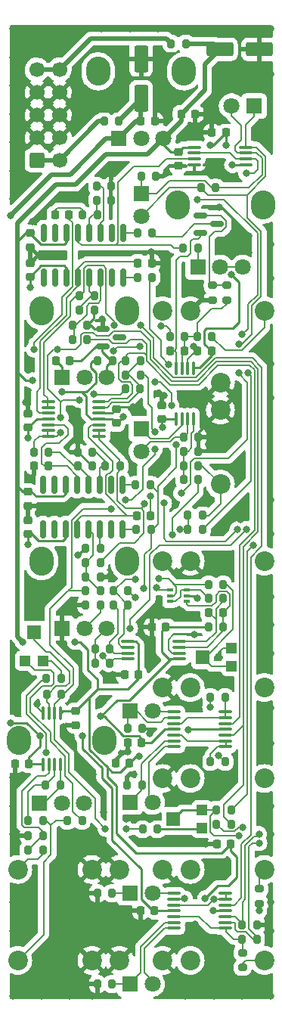
<source format=gbr>
%TF.GenerationSoftware,KiCad,Pcbnew,(6.0.9)*%
%TF.CreationDate,2023-02-25T22:16:02-08:00*%
%TF.ProjectId,kilter,6b696c74-6572-42e6-9b69-6361645f7063,rev?*%
%TF.SameCoordinates,Original*%
%TF.FileFunction,Copper,L2,Bot*%
%TF.FilePolarity,Positive*%
%FSLAX46Y46*%
G04 Gerber Fmt 4.6, Leading zero omitted, Abs format (unit mm)*
G04 Created by KiCad (PCBNEW (6.0.9)) date 2023-02-25 22:16:02*
%MOMM*%
%LPD*%
G01*
G04 APERTURE LIST*
G04 Aperture macros list*
%AMRoundRect*
0 Rectangle with rounded corners*
0 $1 Rounding radius*
0 $2 $3 $4 $5 $6 $7 $8 $9 X,Y pos of 4 corners*
0 Add a 4 corners polygon primitive as box body*
4,1,4,$2,$3,$4,$5,$6,$7,$8,$9,$2,$3,0*
0 Add four circle primitives for the rounded corners*
1,1,$1+$1,$2,$3*
1,1,$1+$1,$4,$5*
1,1,$1+$1,$6,$7*
1,1,$1+$1,$8,$9*
0 Add four rect primitives between the rounded corners*
20,1,$1+$1,$2,$3,$4,$5,0*
20,1,$1+$1,$4,$5,$6,$7,0*
20,1,$1+$1,$6,$7,$8,$9,0*
20,1,$1+$1,$8,$9,$2,$3,0*%
G04 Aperture macros list end*
%TA.AperFunction,SMDPad,CuDef*%
%ADD10RoundRect,0.200000X0.200000X0.275000X-0.200000X0.275000X-0.200000X-0.275000X0.200000X-0.275000X0*%
%TD*%
%TA.AperFunction,SMDPad,CuDef*%
%ADD11RoundRect,0.100000X0.100000X-0.637500X0.100000X0.637500X-0.100000X0.637500X-0.100000X-0.637500X0*%
%TD*%
%TA.AperFunction,SMDPad,CuDef*%
%ADD12R,1.200000X1.200000*%
%TD*%
%TA.AperFunction,SMDPad,CuDef*%
%ADD13R,1.600000X1.500000*%
%TD*%
%TA.AperFunction,SMDPad,CuDef*%
%ADD14RoundRect,0.200000X-0.200000X-0.275000X0.200000X-0.275000X0.200000X0.275000X-0.200000X0.275000X0*%
%TD*%
%TA.AperFunction,ComponentPad*%
%ADD15R,1.800000X1.800000*%
%TD*%
%TA.AperFunction,ComponentPad*%
%ADD16C,1.800000*%
%TD*%
%TA.AperFunction,ComponentPad*%
%ADD17C,2.200000*%
%TD*%
%TA.AperFunction,ComponentPad*%
%ADD18O,2.720000X3.240000*%
%TD*%
%TA.AperFunction,SMDPad,CuDef*%
%ADD19RoundRect,0.225000X0.225000X0.250000X-0.225000X0.250000X-0.225000X-0.250000X0.225000X-0.250000X0*%
%TD*%
%TA.AperFunction,SMDPad,CuDef*%
%ADD20RoundRect,0.250000X-1.250000X-0.550000X1.250000X-0.550000X1.250000X0.550000X-1.250000X0.550000X0*%
%TD*%
%TA.AperFunction,SMDPad,CuDef*%
%ADD21RoundRect,0.250000X-0.550000X1.250000X-0.550000X-1.250000X0.550000X-1.250000X0.550000X1.250000X0*%
%TD*%
%TA.AperFunction,ComponentPad*%
%ADD22RoundRect,0.250000X-0.600000X-0.600000X0.600000X-0.600000X0.600000X0.600000X-0.600000X0.600000X0*%
%TD*%
%TA.AperFunction,ComponentPad*%
%ADD23C,1.700000*%
%TD*%
%TA.AperFunction,SMDPad,CuDef*%
%ADD24RoundRect,0.225000X-0.250000X0.225000X-0.250000X-0.225000X0.250000X-0.225000X0.250000X0.225000X0*%
%TD*%
%TA.AperFunction,SMDPad,CuDef*%
%ADD25RoundRect,0.225000X-0.225000X-0.250000X0.225000X-0.250000X0.225000X0.250000X-0.225000X0.250000X0*%
%TD*%
%TA.AperFunction,SMDPad,CuDef*%
%ADD26RoundRect,0.225000X0.250000X-0.225000X0.250000X0.225000X-0.250000X0.225000X-0.250000X-0.225000X0*%
%TD*%
%TA.AperFunction,SMDPad,CuDef*%
%ADD27R,0.650000X0.400000*%
%TD*%
%TA.AperFunction,SMDPad,CuDef*%
%ADD28RoundRect,0.150000X-0.587500X-0.150000X0.587500X-0.150000X0.587500X0.150000X-0.587500X0.150000X0*%
%TD*%
%TA.AperFunction,SMDPad,CuDef*%
%ADD29RoundRect,0.200000X0.275000X-0.200000X0.275000X0.200000X-0.275000X0.200000X-0.275000X-0.200000X0*%
%TD*%
%TA.AperFunction,SMDPad,CuDef*%
%ADD30RoundRect,0.200000X-0.275000X0.200000X-0.275000X-0.200000X0.275000X-0.200000X0.275000X0.200000X0*%
%TD*%
%TA.AperFunction,SMDPad,CuDef*%
%ADD31R,1.500000X1.600000*%
%TD*%
%TA.AperFunction,SMDPad,CuDef*%
%ADD32RoundRect,0.100000X0.637500X0.100000X-0.637500X0.100000X-0.637500X-0.100000X0.637500X-0.100000X0*%
%TD*%
%TA.AperFunction,SMDPad,CuDef*%
%ADD33RoundRect,0.150000X0.150000X-0.825000X0.150000X0.825000X-0.150000X0.825000X-0.150000X-0.825000X0*%
%TD*%
%TA.AperFunction,SMDPad,CuDef*%
%ADD34RoundRect,0.100000X-0.100000X0.637500X-0.100000X-0.637500X0.100000X-0.637500X0.100000X0.637500X0*%
%TD*%
%TA.AperFunction,ViaPad*%
%ADD35C,0.800000*%
%TD*%
%TA.AperFunction,Conductor*%
%ADD36C,0.250000*%
%TD*%
%TA.AperFunction,Conductor*%
%ADD37C,0.203200*%
%TD*%
%TA.AperFunction,Conductor*%
%ADD38C,0.254000*%
%TD*%
%TA.AperFunction,Conductor*%
%ADD39C,0.508000*%
%TD*%
%TA.AperFunction,Conductor*%
%ADD40C,0.381000*%
%TD*%
G04 APERTURE END LIST*
D10*
%TO.P,R7,1*%
%TO.N,Net-(RV4-Pad1)*%
X21589000Y-35331400D03*
%TO.P,R7,2*%
%TO.N,Net-(U7-Pad12)*%
X19939000Y-35331400D03*
%TD*%
D11*
%TO.P,U9,1*%
%TO.N,Net-(R2-Pad1)*%
X6207400Y-93134100D03*
%TO.P,U9,2,-*%
%TO.N,Net-(R2-Pad2)*%
X5557400Y-93134100D03*
%TO.P,U9,3,+*%
%TO.N,Net-(R7-Pad1)*%
X4907400Y-93134100D03*
%TO.P,U9,4,V-*%
%TO.N,-12V*%
X4257400Y-93134100D03*
%TO.P,U9,5,+*%
%TO.N,GND*%
X4257400Y-87409100D03*
%TO.P,U9,6,-*%
%TO.N,Net-(R3-Pad1)*%
X4907400Y-87409100D03*
%TO.P,U9,7*%
%TO.N,/IN*%
X5557400Y-87409100D03*
%TO.P,U9,8,V+*%
%TO.N,+12V*%
X6207400Y-87409100D03*
%TD*%
D12*
%TO.P,RV6,1,1*%
%TO.N,Net-(R9-Pad2)*%
X4267200Y-81559400D03*
D13*
%TO.P,RV6,2,2*%
%TO.N,Net-(R3-Pad1)*%
X3267200Y-78309400D03*
D12*
%TO.P,RV6,3,3*%
%TO.N,Net-(R59-Pad1)*%
X2267200Y-81559400D03*
%TD*%
D14*
%TO.P,R1,2*%
%TO.N,Net-(D5-Pad1)*%
X23583400Y-28575000D03*
%TO.P,R1,1*%
%TO.N,Net-(C14-Pad2)*%
X21933400Y-28575000D03*
%TD*%
%TO.P,R56,1*%
%TO.N,/IN*%
X15405600Y-100406200D03*
%TO.P,R56,2*%
%TO.N,Net-(RV3-Pad3)*%
X17055600Y-100406200D03*
%TD*%
D15*
%TO.P,D3,1,KA*%
%TO.N,Net-(D1-Pad1)*%
X13970000Y-87189000D03*
D16*
%TO.P,D3,2,AK*%
%TO.N,Net-(D1-Pad2)*%
X16510000Y-87189000D03*
%TD*%
D17*
%TO.P,J4,1*%
%TO.N,GND*%
X17640000Y-84540000D03*
%TO.P,J4,2*%
%TO.N,unconnected-(J2-Pad2)*%
X20740000Y-84540000D03*
%TO.P,J4,3*%
%TO.N,Net-(J2-Pad3)*%
X29040000Y-84540000D03*
%TD*%
%TO.P,J8,1*%
%TO.N,GND*%
X12830000Y-115080000D03*
%TO.P,J8,2*%
X9730000Y-115080000D03*
%TO.P,J8,3*%
%TO.N,Net-(J1-Pad3)*%
X1430000Y-115080000D03*
%TD*%
D15*
%TO.P,D4,1,KA*%
%TO.N,Net-(D2-Pad1)*%
X13970000Y-97369000D03*
D16*
%TO.P,D4,2,AK*%
%TO.N,Net-(D2-Pad2)*%
X16510000Y-97369000D03*
%TD*%
D15*
%TO.P,D5,1,KA*%
%TO.N,Net-(D3-Pad1)*%
X13970000Y-107549000D03*
D16*
%TO.P,D5,2,AK*%
%TO.N,Net-(D3-Pad2)*%
X16510000Y-107549000D03*
%TD*%
D15*
%TO.P,D6,1,KA*%
%TO.N,Net-(D4-Pad1)*%
X13970000Y-117729000D03*
D16*
%TO.P,D6,2,AK*%
%TO.N,Net-(D4-Pad2)*%
X16510000Y-117729000D03*
%TD*%
D15*
%TO.P,D1,1,K*%
%TO.N,Net-(D5-Pad1)*%
X15240000Y-29210000D03*
D16*
%TO.P,D1,2,A*%
%TO.N,Net-(C14-Pad2)*%
X15240000Y-31750000D03*
%TD*%
D17*
%TO.P,J6,1*%
%TO.N,GND*%
X12830000Y-104900000D03*
%TO.P,J6,2*%
X9730000Y-104900000D03*
%TO.P,J6,3*%
%TO.N,Net-(J3-Pad3)*%
X1430000Y-104900000D03*
%TD*%
%TO.P,J5,1*%
%TO.N,GND*%
X17640000Y-94720000D03*
%TO.P,J5,2*%
%TO.N,unconnected-(J4-Pad2)*%
X20740000Y-94720000D03*
%TO.P,J5,3*%
%TO.N,Net-(J4-Pad3)*%
X29040000Y-94720000D03*
%TD*%
%TO.P,J7,1*%
%TO.N,GND*%
X17640000Y-104900000D03*
%TO.P,J7,2*%
%TO.N,unconnected-(J5-Pad2)*%
X20740000Y-104900000D03*
%TO.P,J7,3*%
%TO.N,Net-(J5-Pad3)*%
X29040000Y-104900000D03*
%TD*%
%TO.P,J9,1*%
%TO.N,GND*%
X17640000Y-115080000D03*
%TO.P,J9,2*%
%TO.N,unconnected-(J7-Pad2)*%
X20740000Y-115080000D03*
%TO.P,J9,3*%
%TO.N,Net-(J7-Pad3)*%
X29040000Y-115080000D03*
%TD*%
%TO.P,J1,1*%
%TO.N,GND*%
X17640000Y-42360000D03*
%TO.P,J1,2*%
X20740000Y-42360000D03*
%TO.P,J1,3*%
%TO.N,/FILTER/QCV*%
X29040000Y-42360000D03*
%TD*%
%TO.P,J3,1*%
%TO.N,GND*%
X17640000Y-70390000D03*
%TO.P,J3,2*%
X20740000Y-70390000D03*
%TO.P,J3,3*%
%TO.N,Net-(J9-Pad3)*%
X29040000Y-70390000D03*
%TD*%
%TO.P,J2,1*%
%TO.N,GND*%
X24120000Y-50370000D03*
%TO.P,J2,2*%
X24120000Y-53470000D03*
%TO.P,J2,3*%
%TO.N,Net-(J10-Pad3)*%
X24120000Y-61770000D03*
%TD*%
D18*
%TO.P,RV5,*%
%TO.N,*%
X1550000Y-90460000D03*
X11150000Y-90460000D03*
D15*
%TO.P,RV5,1,1*%
%TO.N,Net-(R2-Pad1)*%
X3850000Y-97460000D03*
D16*
%TO.P,RV5,2,2*%
%TO.N,Net-(R9-Pad1)*%
X6350000Y-97460000D03*
%TO.P,RV5,3,3*%
%TO.N,GND*%
X8850000Y-97460000D03*
%TD*%
D18*
%TO.P,RV4,*%
%TO.N,*%
X4090000Y-70390400D03*
X13690000Y-70390400D03*
D15*
%TO.P,RV4,1,1*%
%TO.N,GND*%
X6390000Y-77890400D03*
D16*
%TO.P,RV4,2,2*%
%TO.N,Net-(R52-Pad2)*%
X8890000Y-77890400D03*
%TO.P,RV4,3,3*%
%TO.N,Net-(J9-Pad3)*%
X11390000Y-77890400D03*
%TD*%
D18*
%TO.P,RV1,*%
%TO.N,*%
X20040000Y-15559800D03*
X10440000Y-15559800D03*
D15*
%TO.P,RV1,1,1*%
%TO.N,-12V*%
X12740000Y-23059800D03*
D16*
%TO.P,RV1,2,2*%
%TO.N,Net-(R47-Pad1)*%
X15240000Y-23059800D03*
%TO.P,RV1,3,3*%
%TO.N,+12V*%
X17740000Y-23059800D03*
%TD*%
D18*
%TO.P,RV2,*%
%TO.N,*%
X28904000Y-30480000D03*
X19304000Y-30480000D03*
D15*
%TO.P,RV2,1,1*%
%TO.N,Net-(RV4-Pad1)*%
X21604000Y-37480000D03*
D16*
%TO.P,RV2,2,2*%
%TO.N,Net-(U8-Pad3)*%
X24104000Y-37480000D03*
%TO.P,RV2,3,3*%
X26604000Y-37480000D03*
%TD*%
D18*
%TO.P,RV3,*%
%TO.N,*%
X4090000Y-42360000D03*
X13690000Y-42360000D03*
D15*
%TO.P,RV3,1,1*%
%TO.N,GND*%
X6390000Y-49860000D03*
D16*
%TO.P,RV3,2,2*%
%TO.N,Net-(R49-Pad2)*%
X8890000Y-49860000D03*
%TO.P,RV3,3,3*%
%TO.N,+5V*%
X11390000Y-49860000D03*
%TD*%
D15*
%TO.P,D2,1,KA*%
%TO.N,Net-(D7-Pad1)*%
X15240000Y-55575200D03*
D16*
%TO.P,D2,2,AK*%
%TO.N,Net-(D7-Pad2)*%
X15240000Y-58115200D03*
%TD*%
D19*
%TO.P,C25,1*%
%TO.N,-12V*%
X15291000Y-90741500D03*
%TO.P,C25,2*%
%TO.N,GND*%
X13741000Y-90741500D03*
%TD*%
%TO.P,C26,1*%
%TO.N,+12V*%
X13957500Y-92964000D03*
%TO.P,C26,2*%
%TO.N,GND*%
X12407500Y-92964000D03*
%TD*%
%TO.P,C29,1*%
%TO.N,-12V*%
X16751500Y-109537500D03*
%TO.P,C29,2*%
%TO.N,GND*%
X15201500Y-109537500D03*
%TD*%
%TO.P,C28,1*%
%TO.N,+12V*%
X25260500Y-102044500D03*
%TO.P,C28,2*%
%TO.N,GND*%
X23710500Y-102044500D03*
%TD*%
D20*
%TO.P,C1,1*%
%TO.N,+12V*%
X24066500Y-13081000D03*
%TO.P,C1,2*%
%TO.N,GND*%
X28466500Y-13081000D03*
%TD*%
D21*
%TO.P,C2,1*%
%TO.N,GND*%
X15240000Y-14142000D03*
%TO.P,C2,2*%
%TO.N,-12V*%
X15240000Y-18542000D03*
%TD*%
D19*
%TO.P,C3,1*%
%TO.N,GND*%
X21285500Y-20320000D03*
%TO.P,C3,2*%
%TO.N,+12V*%
X19735500Y-20320000D03*
%TD*%
%TO.P,C4,1*%
%TO.N,GND*%
X16777000Y-21145500D03*
%TO.P,C4,2*%
%TO.N,-12V*%
X15227000Y-21145500D03*
%TD*%
D14*
%TO.P,FB1,1*%
%TO.N,Net-(FB1-Pad1)*%
X18580500Y-12446000D03*
%TO.P,FB1,2*%
%TO.N,+12V*%
X20230500Y-12446000D03*
%TD*%
%TO.P,FB2,1*%
%TO.N,Net-(FB2-Pad1)*%
X11087500Y-21145500D03*
%TO.P,FB2,2*%
%TO.N,-12V*%
X12737500Y-21145500D03*
%TD*%
D22*
%TO.P,J10,1,Pin_1*%
%TO.N,Net-(FB2-Pad1)*%
X3556000Y-25527000D03*
D23*
%TO.P,J10,2,Pin_2*%
X6096000Y-25527000D03*
%TO.P,J10,3,Pin_3*%
%TO.N,GND*%
X3556000Y-22987000D03*
%TO.P,J10,4,Pin_4*%
X6096000Y-22987000D03*
%TO.P,J10,5,Pin_5*%
X3556000Y-20447000D03*
%TO.P,J10,6,Pin_6*%
X6096000Y-20447000D03*
%TO.P,J10,7,Pin_7*%
X3556000Y-17907000D03*
%TO.P,J10,8,Pin_8*%
X6096000Y-17907000D03*
%TO.P,J10,9,Pin_9*%
%TO.N,Net-(FB1-Pad1)*%
X3556000Y-15367000D03*
%TO.P,J10,10,Pin_10*%
X6096000Y-15367000D03*
%TD*%
D14*
%TO.P,R48,1*%
%TO.N,Net-(D1-Pad1)*%
X13716500Y-89090500D03*
%TO.P,R48,2*%
%TO.N,GND*%
X15366500Y-89090500D03*
%TD*%
D19*
%TO.P,C27,1*%
%TO.N,-12V*%
X2692400Y-93116400D03*
%TO.P,C27,2*%
%TO.N,GND*%
X1142400Y-93116400D03*
%TD*%
D24*
%TO.P,C24,1*%
%TO.N,+12V*%
X7899400Y-87185100D03*
%TO.P,C24,2*%
%TO.N,GND*%
X7899400Y-88735100D03*
%TD*%
D25*
%TO.P,C19,2*%
%TO.N,Net-(C14-Pad2)*%
X16294500Y-65278000D03*
%TO.P,C19,1*%
%TO.N,Net-(C14-Pad1)*%
X14744500Y-65278000D03*
%TD*%
%TO.P,C21,2*%
%TO.N,Net-(C26-Pad2)*%
X24397000Y-76174600D03*
%TO.P,C21,1*%
%TO.N,Net-(C26-Pad1)*%
X22847000Y-76174600D03*
%TD*%
D19*
%TO.P,C17,2*%
%TO.N,GND*%
X3289000Y-59753500D03*
%TO.P,C17,1*%
%TO.N,Net-(C12-Pad1)*%
X4839000Y-59753500D03*
%TD*%
D25*
%TO.P,C12,1*%
%TO.N,Net-(C27-Pad1)*%
X18529000Y-46863000D03*
%TO.P,C12,2*%
%TO.N,Net-(C27-Pad2)*%
X20079000Y-46863000D03*
%TD*%
D26*
%TO.P,C16,2*%
%TO.N,GND*%
X2603500Y-53873000D03*
%TO.P,C16,1*%
%TO.N,-12V*%
X2603500Y-55423000D03*
%TD*%
D19*
%TO.P,C5,2*%
%TO.N,GND*%
X23177200Y-22428200D03*
%TO.P,C5,1*%
%TO.N,-12V*%
X24727200Y-22428200D03*
%TD*%
D26*
%TO.P,C20,2*%
%TO.N,GND*%
X2540000Y-65811000D03*
%TO.P,C20,1*%
%TO.N,-12V*%
X2540000Y-67361000D03*
%TD*%
%TO.P,C15,2*%
%TO.N,GND*%
X12446000Y-53390500D03*
%TO.P,C15,1*%
%TO.N,+12V*%
X12446000Y-54940500D03*
%TD*%
D24*
%TO.P,C6,2*%
%TO.N,GND*%
X19380200Y-26124200D03*
%TO.P,C6,1*%
%TO.N,+12V*%
X19380200Y-24574200D03*
%TD*%
%TO.P,C18,2*%
%TO.N,GND*%
X2540000Y-64173500D03*
%TO.P,C18,1*%
%TO.N,+12V*%
X2540000Y-62623500D03*
%TD*%
D19*
%TO.P,C22,2*%
%TO.N,GND*%
X16471500Y-77774800D03*
%TO.P,C22,1*%
%TO.N,-12V*%
X18021500Y-77774800D03*
%TD*%
%TO.P,C23,2*%
%TO.N,GND*%
X13372700Y-83058000D03*
%TO.P,C23,1*%
%TO.N,+12V*%
X14922700Y-83058000D03*
%TD*%
D15*
%TO.P,D7,1,K*%
%TO.N,Net-(C14-Pad2)*%
X27894200Y-19431000D03*
D16*
%TO.P,D7,2,A*%
%TO.N,Net-(D5-Pad1)*%
X25354200Y-19431000D03*
%TD*%
D27*
%TO.P,Q2,1,E1*%
%TO.N,Net-(Q1-Pad1)*%
X18455600Y-74919600D03*
%TO.P,Q2,2,B1*%
%TO.N,Net-(Q1-Pad2)*%
X18455600Y-74269600D03*
%TO.P,Q2,3,C2*%
%TO.N,/FILTER/I_ABC*%
X18455600Y-73619600D03*
%TO.P,Q2,4,E2*%
%TO.N,Net-(Q1-Pad1)*%
X20355600Y-73619600D03*
%TO.P,Q2,5,B2*%
%TO.N,GND*%
X20355600Y-74269600D03*
%TO.P,Q2,6,C1*%
%TO.N,Net-(C26-Pad2)*%
X20355600Y-74919600D03*
%TD*%
D28*
%TO.P,Q1,3,C*%
%TO.N,/FILTER/I_RES*%
X23721300Y-32664400D03*
%TO.P,Q1,2,E*%
%TO.N,Net-(Q3-Pad2)*%
X21846300Y-31714400D03*
%TO.P,Q1,1,B*%
%TO.N,Net-(C27-Pad1)*%
X21846300Y-33614400D03*
%TD*%
D14*
%TO.P,R55,1*%
%TO.N,Net-(R2-Pad2)*%
X2578500Y-99441000D03*
%TO.P,R55,2*%
%TO.N,Net-(J1-Pad3)*%
X4228500Y-99441000D03*
%TD*%
%TO.P,R57,1*%
%TO.N,Net-(R7-Pad1)*%
X2578500Y-102743000D03*
%TO.P,R57,2*%
%TO.N,Net-(J3-Pad3)*%
X4228500Y-102743000D03*
%TD*%
%TO.P,R45,1*%
%TO.N,Net-(R9-Pad1)*%
X4636000Y-83515200D03*
%TO.P,R45,2*%
%TO.N,Net-(R9-Pad2)*%
X6286000Y-83515200D03*
%TD*%
%TO.P,R47,1*%
%TO.N,Net-(R3-Pad1)*%
X4649200Y-85267800D03*
%TO.P,R47,2*%
%TO.N,/IN*%
X6299200Y-85267800D03*
%TD*%
D10*
%TO.P,R46,1*%
%TO.N,Net-(R4-Pad1)*%
X24650200Y-85623400D03*
%TO.P,R46,2*%
%TO.N,Net-(J2-Pad3)*%
X23000200Y-85623400D03*
%TD*%
D14*
%TO.P,R49,1*%
%TO.N,Net-(R10-Pad1)*%
X23000200Y-92837000D03*
%TO.P,R49,2*%
%TO.N,Net-(J4-Pad3)*%
X24650200Y-92837000D03*
%TD*%
D29*
%TO.P,R59,1*%
%TO.N,Net-(R12-Pad1)*%
X28511500Y-108711500D03*
%TO.P,R59,2*%
%TO.N,Net-(J5-Pad3)*%
X28511500Y-107061500D03*
%TD*%
D30*
%TO.P,R63,1*%
%TO.N,Net-(R15-Pad2)*%
X26606500Y-114237000D03*
%TO.P,R63,2*%
%TO.N,Net-(J7-Pad3)*%
X26606500Y-115887000D03*
%TD*%
D14*
%TO.P,R50,1*%
%TO.N,GND*%
X13691000Y-95440500D03*
%TO.P,R50,2*%
%TO.N,Net-(D2-Pad1)*%
X15341000Y-95440500D03*
%TD*%
%TO.P,R60,1*%
%TO.N,GND*%
X10325500Y-107569000D03*
%TO.P,R60,2*%
%TO.N,Net-(D3-Pad1)*%
X11975500Y-107569000D03*
%TD*%
%TO.P,R64,1*%
%TO.N,GND*%
X10325500Y-117729000D03*
%TO.P,R64,2*%
%TO.N,Net-(D4-Pad1)*%
X11975500Y-117729000D03*
%TD*%
%TO.P,R35,2*%
%TO.N,/LP1*%
X10667500Y-70548500D03*
%TO.P,R35,1*%
%TO.N,Net-(R22-Pad1)*%
X9017500Y-70548500D03*
%TD*%
D10*
%TO.P,R30,2*%
%TO.N,Net-(Q1-Pad2)*%
X20460200Y-65265300D03*
%TO.P,R30,1*%
%TO.N,Net-(J10-Pad3)*%
X22110200Y-65265300D03*
%TD*%
D14*
%TO.P,R41,2*%
%TO.N,Net-(R52-Pad2)*%
X10667500Y-75285600D03*
%TO.P,R41,1*%
%TO.N,GND*%
X9017500Y-75285600D03*
%TD*%
D10*
%TO.P,R25,2*%
%TO.N,/LP*%
X3239000Y-58166000D03*
%TO.P,R25,1*%
%TO.N,Net-(R20-Pad1)*%
X4889000Y-58166000D03*
%TD*%
D14*
%TO.P,R20,2*%
%TO.N,Net-(R35-Pad1)*%
X15138000Y-51117500D03*
%TO.P,R20,1*%
%TO.N,/LP*%
X13488000Y-51117500D03*
%TD*%
D10*
%TO.P,R18,2*%
%TO.N,Net-(R35-Pad1)*%
X13500500Y-49530000D03*
%TO.P,R18,1*%
%TO.N,/IN*%
X15150500Y-49530000D03*
%TD*%
D14*
%TO.P,R40,1*%
%TO.N,Net-(R53-Pad1)*%
X12129000Y-75285600D03*
%TO.P,R40,2*%
%TO.N,Net-(R51-Pad1)*%
X13779000Y-75285600D03*
%TD*%
%TO.P,R39,2*%
%TO.N,Net-(R22-Pad1)*%
X10667500Y-73723500D03*
%TO.P,R39,1*%
%TO.N,/IN*%
X9017500Y-73723500D03*
%TD*%
D10*
%TO.P,R31,2*%
%TO.N,Net-(Q1-Pad2)*%
X20460200Y-66840100D03*
%TO.P,R31,1*%
%TO.N,Net-(R47-Pad1)*%
X22110200Y-66840100D03*
%TD*%
D14*
%TO.P,R38,1*%
%TO.N,Net-(R51-Pad1)*%
X12129000Y-73710800D03*
%TO.P,R38,2*%
%TO.N,Net-(Q1-Pad2)*%
X13779000Y-73710800D03*
%TD*%
%TO.P,R34,2*%
%TO.N,GND*%
X10667500Y-72136000D03*
%TO.P,R34,1*%
%TO.N,Net-(R22-Pad1)*%
X9017500Y-72136000D03*
%TD*%
D10*
%TO.P,R33,2*%
%TO.N,GND*%
X9017500Y-68961000D03*
%TO.P,R33,1*%
%TO.N,Net-(R34-Pad1)*%
X10667500Y-68961000D03*
%TD*%
%TO.P,R36,2*%
%TO.N,Net-(Q1-Pad2)*%
X22797000Y-72999600D03*
%TO.P,R36,1*%
%TO.N,Net-(R48-Pad1)*%
X24447000Y-72999600D03*
%TD*%
D14*
%TO.P,R42,2*%
%TO.N,Net-(C26-Pad2)*%
X24447000Y-77774800D03*
%TO.P,R42,1*%
%TO.N,-12V*%
X22797000Y-77774800D03*
%TD*%
%TO.P,R32,2*%
%TO.N,/FILTER/I_ABC*%
X16344500Y-66865500D03*
%TO.P,R32,1*%
%TO.N,Net-(R25-Pad1)*%
X14694500Y-66865500D03*
%TD*%
D10*
%TO.P,R37,2*%
%TO.N,Net-(Q1-Pad1)*%
X22797000Y-74574400D03*
%TO.P,R37,1*%
%TO.N,Net-(C26-Pad1)*%
X24447000Y-74574400D03*
%TD*%
%TO.P,R28,2*%
%TO.N,Net-(R27-Pad2)*%
X11240000Y-59753500D03*
%TO.P,R28,1*%
%TO.N,/LP1*%
X12890000Y-59753500D03*
%TD*%
%TO.P,R2,2*%
%TO.N,Net-(D5-Pad1)*%
X15253200Y-27279600D03*
%TO.P,R2,1*%
%TO.N,GND*%
X16903200Y-27279600D03*
%TD*%
D14*
%TO.P,R29,2*%
%TO.N,GND*%
X9778500Y-59753500D03*
%TO.P,R29,1*%
%TO.N,Net-(R20-Pad1)*%
X8128500Y-59753500D03*
%TD*%
D10*
%TO.P,R24,2*%
%TO.N,GND*%
X8128500Y-58166000D03*
%TO.P,R24,1*%
%TO.N,Net-(R27-Pad2)*%
X9778500Y-58166000D03*
%TD*%
%TO.P,R17,2*%
%TO.N,/HP*%
X13500500Y-47942500D03*
%TO.P,R17,1*%
%TO.N,Net-(R35-Pad1)*%
X15150500Y-47942500D03*
%TD*%
D29*
%TO.P,R10,2*%
%TO.N,Net-(Q3-Pad2)*%
X23241000Y-39510200D03*
%TO.P,R10,1*%
%TO.N,GND*%
X23241000Y-41160200D03*
%TD*%
D10*
%TO.P,R6,2*%
%TO.N,Net-(R39-Pad2)*%
X14821500Y-33655000D03*
%TO.P,R6,1*%
%TO.N,/FILTER/I_RES*%
X16471500Y-33655000D03*
%TD*%
D30*
%TO.P,R9,2*%
%TO.N,Net-(C27-Pad2)*%
X24841200Y-41160200D03*
%TO.P,R9,1*%
%TO.N,Net-(Q3-Pad2)*%
X24841200Y-39510200D03*
%TD*%
D14*
%TO.P,R27,2*%
%TO.N,/FILTER/I_ABC*%
X16281000Y-61849000D03*
%TO.P,R27,1*%
%TO.N,Net-(R23-Pad1)*%
X14631000Y-61849000D03*
%TD*%
%TO.P,R3,2*%
%TO.N,GND*%
X11899500Y-28384500D03*
%TO.P,R3,1*%
%TO.N,Net-(R42-Pad1)*%
X10249500Y-28384500D03*
%TD*%
%TO.P,R4,2*%
%TO.N,GND*%
X11899500Y-29972000D03*
%TO.P,R4,1*%
%TO.N,Net-(R40-Pad1)*%
X10249500Y-29972000D03*
%TD*%
D10*
%TO.P,R5,2*%
%TO.N,Net-(C17-Pad2)*%
X8674500Y-31623000D03*
%TO.P,R5,1*%
%TO.N,Net-(R40-Pad1)*%
X10324500Y-31623000D03*
%TD*%
D14*
%TO.P,R14,1*%
%TO.N,Net-(C27-Pad2)*%
X21527000Y-45275500D03*
%TO.P,R14,2*%
%TO.N,/FILTER/QCV*%
X23177000Y-45275500D03*
%TD*%
D10*
%TO.P,R15,2*%
%TO.N,Net-(R49-Pad2)*%
X18479000Y-45275500D03*
%TO.P,R15,1*%
%TO.N,Net-(C27-Pad2)*%
X20129000Y-45275500D03*
%TD*%
D12*
%TO.P,RV7,1,1*%
%TO.N,GND*%
X25371200Y-80153000D03*
D31*
%TO.P,RV7,2,2*%
%TO.N,Net-(R48-Pad1)*%
X22121200Y-81153000D03*
D12*
%TO.P,RV7,3,3*%
X25371200Y-82153000D03*
%TD*%
D32*
%TO.P,U8,1*%
%TO.N,Net-(R4-Pad1)*%
X24643000Y-87267500D03*
%TO.P,U8,2,-*%
X24643000Y-87917500D03*
%TO.P,U8,3,+*%
%TO.N,/HP*%
X24643000Y-88567500D03*
%TO.P,U8,4,V+*%
%TO.N,+12V*%
X24643000Y-89217500D03*
%TO.P,U8,5,+*%
%TO.N,/LP*%
X24643000Y-89867500D03*
%TO.P,U8,6,-*%
%TO.N,Net-(R10-Pad1)*%
X24643000Y-90517500D03*
%TO.P,U8,7*%
X24643000Y-91167500D03*
%TO.P,U8,8*%
%TO.N,Net-(D2-Pad2)*%
X18918000Y-91167500D03*
%TO.P,U8,9,-*%
%TO.N,Net-(D2-Pad1)*%
X18918000Y-90517500D03*
%TO.P,U8,10,+*%
%TO.N,Net-(R10-Pad1)*%
X18918000Y-89867500D03*
%TO.P,U8,11,V-*%
%TO.N,-12V*%
X18918000Y-89217500D03*
%TO.P,U8,12,+*%
%TO.N,Net-(R4-Pad1)*%
X18918000Y-88567500D03*
%TO.P,U8,13,-*%
%TO.N,Net-(D1-Pad1)*%
X18918000Y-87917500D03*
%TO.P,U8,14*%
%TO.N,Net-(D1-Pad2)*%
X18918000Y-87267500D03*
%TD*%
%TO.P,U1,1*%
%TO.N,Net-(C14-Pad2)*%
X26916300Y-24044000D03*
%TO.P,U1,2,-*%
%TO.N,Net-(D5-Pad1)*%
X26916300Y-24694000D03*
%TO.P,U1,3,+*%
%TO.N,Net-(U8-Pad3)*%
X26916300Y-25344000D03*
%TO.P,U1,4,V-*%
%TO.N,-12V*%
X26916300Y-25994000D03*
%TO.P,U1,5,+*%
%TO.N,GND*%
X21191300Y-25994000D03*
%TO.P,U1,6,-*%
%TO.N,Net-(U7-Pad12)*%
X21191300Y-25344000D03*
%TO.P,U1,7*%
%TO.N,Net-(U8-Pad3)*%
X21191300Y-24694000D03*
%TO.P,U1,8,V+*%
%TO.N,+12V*%
X21191300Y-24044000D03*
%TD*%
%TO.P,U7,1*%
%TO.N,Net-(C26-Pad1)*%
X19474100Y-79390600D03*
%TO.P,U7,2,-*%
%TO.N,Net-(C26-Pad2)*%
X19474100Y-80040600D03*
%TO.P,U7,3,+*%
%TO.N,GND*%
X19474100Y-80690600D03*
%TO.P,U7,4,V-*%
%TO.N,-12V*%
X19474100Y-81340600D03*
%TO.P,U7,5,+*%
%TO.N,Net-(R52-Pad2)*%
X13749100Y-81340600D03*
%TO.P,U7,6,-*%
%TO.N,Net-(R53-Pad1)*%
X13749100Y-80690600D03*
%TO.P,U7,7*%
%TO.N,Net-(R51-Pad1)*%
X13749100Y-80040600D03*
%TO.P,U7,8,V+*%
%TO.N,+12V*%
X13749100Y-79390600D03*
%TD*%
D33*
%TO.P,U6,1*%
%TO.N,Net-(R25-Pad1)*%
X13144500Y-66800500D03*
%TO.P,U6,2,DIODE_BIAS*%
%TO.N,unconnected-(U6-Pad2)*%
X11874500Y-66800500D03*
%TO.P,U6,3,+*%
%TO.N,Net-(R34-Pad1)*%
X10604500Y-66800500D03*
%TO.P,U6,4,-*%
%TO.N,Net-(R22-Pad1)*%
X9334500Y-66800500D03*
%TO.P,U6,5*%
%TO.N,Net-(C14-Pad1)*%
X8064500Y-66800500D03*
%TO.P,U6,6,V-*%
%TO.N,-12V*%
X6794500Y-66800500D03*
%TO.P,U6,7*%
%TO.N,unconnected-(U6-Pad7)*%
X5524500Y-66800500D03*
%TO.P,U6,8*%
%TO.N,unconnected-(U6-Pad8)*%
X4254500Y-66800500D03*
%TO.P,U6,9*%
%TO.N,unconnected-(U6-Pad9)*%
X4254500Y-61850500D03*
%TO.P,U6,10*%
%TO.N,unconnected-(U6-Pad10)*%
X5524500Y-61850500D03*
%TO.P,U6,11,V+*%
%TO.N,+12V*%
X6794500Y-61850500D03*
%TO.P,U6,12*%
%TO.N,Net-(C12-Pad1)*%
X8064500Y-61850500D03*
%TO.P,U6,13,-*%
%TO.N,Net-(R20-Pad1)*%
X9334500Y-61850500D03*
%TO.P,U6,14,+*%
%TO.N,Net-(R27-Pad2)*%
X10604500Y-61850500D03*
%TO.P,U6,15,DIODE_BIAS*%
%TO.N,unconnected-(U6-Pad15)*%
X11874500Y-61850500D03*
%TO.P,U6,16*%
%TO.N,Net-(R23-Pad1)*%
X13144500Y-61850500D03*
%TD*%
D28*
%TO.P,U3,1,K*%
%TO.N,+5V*%
X10939500Y-46305000D03*
%TO.P,U3,2,A*%
%TO.N,GND*%
X10939500Y-44405000D03*
%TO.P,U3,3*%
%TO.N,N/C*%
X12814500Y-45355000D03*
%TD*%
D14*
%TO.P,R21,2*%
%TO.N,GND*%
X21653000Y-56515000D03*
%TO.P,R21,1*%
%TO.N,Net-(D7-Pad2)*%
X20003000Y-56515000D03*
%TD*%
D10*
%TO.P,R19,1*%
%TO.N,+5V*%
X12039000Y-47942500D03*
%TO.P,R19,2*%
%TO.N,+12V*%
X10389000Y-47942500D03*
%TD*%
D32*
%TO.P,U10,1*%
%TO.N,Net-(R12-Pad1)*%
X24643000Y-107587500D03*
%TO.P,U10,2,-*%
X24643000Y-108237500D03*
%TO.P,U10,3,+*%
%TO.N,/FILTER/BP2*%
X24643000Y-108887500D03*
%TO.P,U10,4,V+*%
%TO.N,+12V*%
X24643000Y-109537500D03*
%TO.P,U10,5,+*%
%TO.N,Net-(R18-Pad2)*%
X24643000Y-110187500D03*
%TO.P,U10,6,-*%
%TO.N,Net-(R15-Pad1)*%
X24643000Y-110837500D03*
%TO.P,U10,7*%
%TO.N,Net-(R15-Pad2)*%
X24643000Y-111487500D03*
%TO.P,U10,8*%
%TO.N,Net-(D4-Pad2)*%
X18918000Y-111487500D03*
%TO.P,U10,9,-*%
%TO.N,Net-(D4-Pad1)*%
X18918000Y-110837500D03*
%TO.P,U10,10,+*%
%TO.N,Net-(R15-Pad2)*%
X18918000Y-110187500D03*
%TO.P,U10,11,V-*%
%TO.N,-12V*%
X18918000Y-109537500D03*
%TO.P,U10,12,+*%
%TO.N,Net-(R12-Pad1)*%
X18918000Y-108887500D03*
%TO.P,U10,13,-*%
%TO.N,Net-(D3-Pad1)*%
X18918000Y-108237500D03*
%TO.P,U10,14*%
%TO.N,Net-(D3-Pad2)*%
X18918000Y-107587500D03*
%TD*%
%TO.P,U5,1*%
%TO.N,/HP*%
X10546000Y-52533000D03*
%TO.P,U5,2,-*%
%TO.N,Net-(R35-Pad1)*%
X10546000Y-53183000D03*
%TO.P,U5,3,+*%
%TO.N,GND*%
X10546000Y-53833000D03*
%TO.P,U5,4,V+*%
%TO.N,+12V*%
X10546000Y-54483000D03*
%TO.P,U5,5,+*%
%TO.N,Net-(C14-Pad1)*%
X10546000Y-55133000D03*
%TO.P,U5,6,-*%
%TO.N,/LP1*%
X10546000Y-55783000D03*
%TO.P,U5,7*%
X10546000Y-56433000D03*
%TO.P,U5,8*%
%TO.N,/LP*%
X4821000Y-56433000D03*
%TO.P,U5,9,-*%
X4821000Y-55783000D03*
%TO.P,U5,10,+*%
%TO.N,Net-(C12-Pad1)*%
X4821000Y-55133000D03*
%TO.P,U5,11,V-*%
%TO.N,-12V*%
X4821000Y-54483000D03*
%TO.P,U5,12,+*%
%TO.N,Net-(C13-Pad1)*%
X4821000Y-53833000D03*
%TO.P,U5,13,-*%
%TO.N,/FILTER/BP2*%
X4821000Y-53183000D03*
%TO.P,U5,14*%
X4821000Y-52533000D03*
%TD*%
D19*
%TO.P,C13,1*%
%TO.N,+5V*%
X7226500Y-47942500D03*
%TO.P,C13,2*%
%TO.N,GND*%
X5676500Y-47942500D03*
%TD*%
D25*
%TO.P,C9,2*%
%TO.N,GND*%
X16421500Y-37020500D03*
%TO.P,C9,1*%
%TO.N,Net-(C13-Pad1)*%
X14871500Y-37020500D03*
%TD*%
D10*
%TO.P,R51,1*%
%TO.N,Net-(R2-Pad1)*%
X6184400Y-95453200D03*
%TO.P,R51,2*%
%TO.N,Net-(R2-Pad2)*%
X4534400Y-95453200D03*
%TD*%
%TO.P,R53,1*%
%TO.N,/LP1*%
X25310500Y-98234500D03*
%TO.P,R53,2*%
%TO.N,Net-(R15-Pad1)*%
X23660500Y-98234500D03*
%TD*%
%TO.P,R52,1*%
%TO.N,/LP*%
X25310500Y-99822000D03*
%TO.P,R52,2*%
%TO.N,Net-(R18-Pad2)*%
X23660500Y-99822000D03*
%TD*%
D12*
%TO.P,RV8,1,1*%
%TO.N,Net-(R15-Pad1)*%
X22056500Y-98250500D03*
D31*
%TO.P,RV8,2,2*%
X18806500Y-99250500D03*
D12*
%TO.P,RV8,3,3*%
%TO.N,Net-(RV3-Pad3)*%
X22056500Y-100250500D03*
%TD*%
D10*
%TO.P,R11,2*%
%TO.N,/FILTER/BP2*%
X8357000Y-40703500D03*
%TO.P,R11,1*%
%TO.N,Net-(R21-Pad1)*%
X10007000Y-40703500D03*
%TD*%
D14*
%TO.P,R8,2*%
%TO.N,/FILTER/I_ABC*%
X16471500Y-38608000D03*
%TO.P,R8,1*%
%TO.N,Net-(R24-Pad1)*%
X14821500Y-38608000D03*
%TD*%
%TO.P,R13,2*%
%TO.N,GND*%
X9181600Y-44005500D03*
%TO.P,R13,1*%
%TO.N,Net-(R28-Pad2)*%
X7531600Y-44005500D03*
%TD*%
%TO.P,R12,2*%
%TO.N,GND*%
X10007000Y-42291000D03*
%TO.P,R12,1*%
%TO.N,Net-(R21-Pad1)*%
X8357000Y-42291000D03*
%TD*%
%TO.P,R26,1*%
%TO.N,Net-(R54-Pad1)*%
X20003000Y-61277500D03*
%TO.P,R26,2*%
%TO.N,Net-(R51-Pad1)*%
X21653000Y-61277500D03*
%TD*%
D10*
%TO.P,R22,2*%
%TO.N,Net-(R54-Pad1)*%
X20003000Y-58102500D03*
%TO.P,R22,1*%
%TO.N,GND*%
X21653000Y-58102500D03*
%TD*%
D14*
%TO.P,R23,2*%
%TO.N,Net-(J10-Pad3)*%
X21653000Y-59690000D03*
%TO.P,R23,1*%
%TO.N,Net-(R54-Pad1)*%
X20003000Y-59690000D03*
%TD*%
D26*
%TO.P,C10,2*%
%TO.N,GND*%
X2794000Y-37033000D03*
%TO.P,C10,1*%
%TO.N,-12V*%
X2794000Y-38583000D03*
%TD*%
D24*
%TO.P,C8,2*%
%TO.N,GND*%
X2794000Y-35217500D03*
%TO.P,C8,1*%
%TO.N,+12V*%
X2794000Y-33667500D03*
%TD*%
D33*
%TO.P,U2,1*%
%TO.N,Net-(R24-Pad1)*%
X13271500Y-38606500D03*
%TO.P,U2,2,DIODE_BIAS*%
%TO.N,unconnected-(U7-Pad2)*%
X12001500Y-38606500D03*
%TO.P,U2,3,+*%
%TO.N,Net-(R28-Pad2)*%
X10731500Y-38606500D03*
%TO.P,U2,4,-*%
%TO.N,Net-(R21-Pad1)*%
X9461500Y-38606500D03*
%TO.P,U2,5*%
%TO.N,Net-(C13-Pad1)*%
X8191500Y-38606500D03*
%TO.P,U2,6,V-*%
%TO.N,-12V*%
X6921500Y-38606500D03*
%TO.P,U2,7*%
%TO.N,unconnected-(U7-Pad7)*%
X5651500Y-38606500D03*
%TO.P,U2,8*%
%TO.N,unconnected-(U7-Pad8)*%
X4381500Y-38606500D03*
%TO.P,U2,9*%
%TO.N,unconnected-(U7-Pad9)*%
X4381500Y-33656500D03*
%TO.P,U2,10*%
%TO.N,unconnected-(U7-Pad10)*%
X5651500Y-33656500D03*
%TO.P,U2,11,V+*%
%TO.N,+12V*%
X6921500Y-33656500D03*
%TO.P,U2,12*%
%TO.N,Net-(U7-Pad12)*%
X8191500Y-33656500D03*
%TO.P,U2,13,-*%
%TO.N,Net-(R40-Pad1)*%
X9461500Y-33656500D03*
%TO.P,U2,14,+*%
%TO.N,Net-(R42-Pad1)*%
X10731500Y-33656500D03*
%TO.P,U2,15,DIODE_BIAS*%
%TO.N,unconnected-(U7-Pad15)*%
X12001500Y-33656500D03*
%TO.P,U2,16*%
%TO.N,Net-(R39-Pad2)*%
X13271500Y-33656500D03*
%TD*%
D19*
%TO.P,C7,2*%
%TO.N,Net-(C17-Pad2)*%
X5613000Y-31623000D03*
%TO.P,C7,1*%
%TO.N,/LP*%
X7163000Y-31623000D03*
%TD*%
D10*
%TO.P,R16,2*%
%TO.N,Net-(R28-Pad2)*%
X7531600Y-45593000D03*
%TO.P,R16,1*%
%TO.N,/HP*%
X9181600Y-45593000D03*
%TD*%
D14*
%TO.P,R58,1*%
%TO.N,GND*%
X2578500Y-101092000D03*
%TO.P,R58,2*%
%TO.N,Net-(R7-Pad1)*%
X4228500Y-101092000D03*
%TD*%
D19*
%TO.P,C11,2*%
%TO.N,GND*%
X21577000Y-46863000D03*
%TO.P,C11,1*%
%TO.N,-12V*%
X23127000Y-46863000D03*
%TD*%
D26*
%TO.P,C14,2*%
%TO.N,GND*%
X17526000Y-52946000D03*
%TO.P,C14,1*%
%TO.N,+12V*%
X17526000Y-54496000D03*
%TD*%
D34*
%TO.P,U4,1*%
%TO.N,Net-(C27-Pad1)*%
X19154500Y-48763000D03*
%TO.P,U4,2,-*%
%TO.N,Net-(C27-Pad2)*%
X19804500Y-48763000D03*
%TO.P,U4,3,+*%
%TO.N,GND*%
X20454500Y-48763000D03*
%TO.P,U4,4,V-*%
%TO.N,-12V*%
X21104500Y-48763000D03*
%TO.P,U4,5,+*%
%TO.N,Net-(R54-Pad1)*%
X21104500Y-54488000D03*
%TO.P,U4,6,-*%
%TO.N,Net-(D7-Pad2)*%
X20454500Y-54488000D03*
%TO.P,U4,7*%
%TO.N,Net-(D7-Pad1)*%
X19804500Y-54488000D03*
%TO.P,U4,8,V+*%
%TO.N,+12V*%
X19154500Y-54488000D03*
%TD*%
D10*
%TO.P,R61,1*%
%TO.N,Net-(R15-Pad1)*%
X28193500Y-112712500D03*
%TO.P,R61,2*%
%TO.N,Net-(R15-Pad2)*%
X26543500Y-112712500D03*
%TD*%
%TO.P,R62,1*%
%TO.N,GND*%
X28193500Y-111125000D03*
%TO.P,R62,2*%
%TO.N,Net-(R18-Pad2)*%
X26543500Y-111125000D03*
%TD*%
%TO.P,R54,1*%
%TO.N,Net-(R59-Pad1)*%
X8636000Y-99441000D03*
%TO.P,R54,2*%
%TO.N,Net-(J1-Pad3)*%
X6986000Y-99441000D03*
%TD*%
D14*
%TO.P,R43,2*%
%TO.N,Net-(R53-Pad1)*%
X11747000Y-80187800D03*
%TO.P,R43,1*%
%TO.N,Net-(J9-Pad3)*%
X10097000Y-80187800D03*
%TD*%
%TO.P,R44,2*%
%TO.N,Net-(R52-Pad2)*%
X11747000Y-81813400D03*
%TO.P,R44,1*%
%TO.N,Net-(J9-Pad3)*%
X10097000Y-81813400D03*
%TD*%
D35*
%TO.N,-12V*%
X624008Y-88473101D03*
%TO.N,GND*%
X16408400Y-35788600D03*
X23977600Y-30810200D03*
X24104600Y-35509200D03*
X27294900Y-35890200D03*
X27294900Y-34010600D03*
X24053800Y-27178000D03*
X1332510Y-82956400D03*
X1332510Y-86334600D03*
X8940800Y-84023200D03*
%TO.N,Net-(R52-Pad2)*%
X10922000Y-80961374D03*
%TO.N,GND*%
X7594600Y-90932000D03*
%TO.N,-12V*%
X8686800Y-89916000D03*
X3892742Y-89934858D03*
%TO.N,GND*%
X7188200Y-80518000D03*
X3587903Y-86367003D03*
X21272500Y-107315000D03*
X17145000Y-10795000D03*
X13017500Y-57848500D03*
X29718000Y-15875000D03*
X20015200Y-51765200D03*
X10795000Y-85979000D03*
X29718000Y-100965000D03*
X29718000Y-119062500D03*
X18161000Y-20320000D03*
X889000Y-17145000D03*
X7239000Y-119062500D03*
X889000Y-20320000D03*
X29718000Y-48260000D03*
X14414500Y-94297500D03*
X10350500Y-108966000D03*
X20193000Y-119062500D03*
X21209000Y-78613000D03*
X889000Y-10795000D03*
X4254500Y-64389000D03*
X2286000Y-52578000D03*
X16192500Y-89725500D03*
X16459200Y-76606400D03*
X19761200Y-22885400D03*
X23368000Y-10795000D03*
X889000Y-111760000D03*
X12877800Y-26060400D03*
X25654000Y-59690000D03*
X23926800Y-81051400D03*
X29718000Y-90805000D03*
X8572500Y-36131500D03*
X16002000Y-110680500D03*
X7429500Y-10795000D03*
X26543000Y-119062500D03*
X22034500Y-63754000D03*
X29718000Y-77470000D03*
X4000500Y-10795000D03*
X23368000Y-119062500D03*
X2540000Y-61150500D03*
X13970000Y-10795000D03*
X12065000Y-83108800D03*
X29718000Y-80708500D03*
X8191500Y-69723000D03*
X29718000Y-108585000D03*
X889000Y-29845000D03*
X16446500Y-81343500D03*
X8572500Y-29146500D03*
X2590800Y-74676000D03*
X9779000Y-119062500D03*
X2857500Y-48196500D03*
X29718000Y-52070000D03*
X2794000Y-45085000D03*
X21145506Y-46355000D03*
X21272500Y-110998000D03*
X4064000Y-119062500D03*
X29718000Y-10795000D03*
X8128000Y-57023000D03*
X29718000Y-63500000D03*
X3048000Y-32385000D03*
X5334000Y-36131500D03*
X29718000Y-38735000D03*
X889000Y-94615000D03*
X26543000Y-10795000D03*
X13716000Y-91757500D03*
X14351000Y-53149500D03*
X889000Y-97853500D03*
X26543000Y-15875000D03*
X889000Y-100965000D03*
X22250400Y-71780400D03*
X13589000Y-99250500D03*
X16992600Y-60223400D03*
X26352500Y-65722500D03*
X11049000Y-98475800D03*
X20193000Y-10795000D03*
X21437600Y-76555600D03*
X21539200Y-74574400D03*
X889000Y-108585000D03*
X29718000Y-86805000D03*
X889000Y-119062500D03*
X18415000Y-62166500D03*
X18059400Y-27000200D03*
X15113000Y-101981000D03*
X29718000Y-67310000D03*
X29718000Y-111760000D03*
X6553200Y-88925400D03*
X10858500Y-43307000D03*
X10795000Y-10795000D03*
X9842500Y-94297500D03*
X19100800Y-64160400D03*
X5943600Y-72440800D03*
X18161000Y-17907000D03*
X29718000Y-34925000D03*
X29718000Y-74358500D03*
X22479000Y-102044500D03*
X889000Y-13970000D03*
X889000Y-26670000D03*
X889000Y-23495000D03*
X17780000Y-51879500D03*
X29718000Y-97790000D03*
X11747500Y-72072500D03*
%TO.N,-12V*%
X2794000Y-39751000D03*
X25450800Y-26035000D03*
X625034Y-31686500D03*
X2603500Y-56578500D03*
X10731495Y-87757000D03*
X23012400Y-23850600D03*
X2540000Y-68516500D03*
X25369937Y-38331819D03*
X24739600Y-23825200D03*
%TO.N,+12V*%
X20510500Y-89281000D03*
X13271506Y-54229000D03*
X22415488Y-108140500D03*
X23304500Y-109537500D03*
X1981880Y-79411346D03*
X6413500Y-51435000D03*
X17663367Y-55443943D03*
X7848600Y-79425800D03*
X3048000Y-50165000D03*
X15049500Y-92202000D03*
%TO.N,Net-(D3-Pad1)*%
X20129500Y-108185900D03*
%TO.N,Net-(Q1-Pad2)*%
X17195800Y-72364600D03*
X14585204Y-74489335D03*
X19570700Y-66865500D03*
%TO.N,/FILTER/I_ABC*%
X15519853Y-73482653D03*
X16931700Y-73328579D03*
X18618200Y-52933600D03*
X18337979Y-48337021D03*
X16814800Y-50342800D03*
X19154032Y-57355632D03*
%TO.N,Net-(R9-Pad1)*%
X4620450Y-91822545D03*
%TO.N,Net-(R47-Pad1)*%
X21513800Y-29895800D03*
X27218720Y-49277158D03*
X26543000Y-45021500D03*
%TO.N,Net-(J2-Pad3)*%
X22987000Y-86715600D03*
%TO.N,Net-(J4-Pad3)*%
X23864034Y-92116438D03*
%TO.N,Net-(J9-Pad3)*%
X27051000Y-66802000D03*
X13985300Y-77901800D03*
%TO.N,/LP*%
X9969500Y-51707998D03*
X6223000Y-54292500D03*
X6223000Y-56007000D03*
X5842000Y-46672500D03*
X3254469Y-46672500D03*
X8318500Y-52324000D03*
%TO.N,/FILTER/BP2*%
X15188574Y-43951789D03*
X12248707Y-43948260D03*
%TO.N,/IN*%
X16764000Y-55880000D03*
X11874500Y-64516000D03*
X16764000Y-57848500D03*
X13589000Y-100330000D03*
X11239500Y-100330000D03*
X13525500Y-63525730D03*
%TO.N,Net-(R12-Pad1)*%
X23418800Y-108229400D03*
X28447996Y-109537500D03*
%TO.N,Net-(C14-Pad2)*%
X26162000Y-46101000D03*
X16306800Y-63119000D03*
X19737951Y-62790951D03*
X26162000Y-49276000D03*
%TO.N,Net-(R49-Pad2)*%
X12152445Y-46868000D03*
X17443360Y-44048088D03*
X15137947Y-46355453D03*
%TO.N,Net-(R51-Pad1)*%
X14603239Y-72384077D03*
X18757838Y-67447100D03*
%TO.N,Net-(R15-Pad1)*%
X26225500Y-101155500D03*
X28460926Y-101947656D03*
%TO.N,/LP1*%
X27818705Y-68612011D03*
X26034547Y-66826947D03*
X15605900Y-63925004D03*
X17795300Y-63892050D03*
%TO.N,Net-(U8-Pad3)*%
X27000200Y-26949400D03*
%TO.N,Net-(R18-Pad2)*%
X26600288Y-100155487D03*
X28444876Y-100948282D03*
%TD*%
D36*
%TO.N,-12V*%
X624008Y-88473101D02*
X2430985Y-88473101D01*
X2430985Y-88473101D02*
X3892742Y-89934858D01*
D37*
%TO.N,Net-(RV4-Pad1)*%
X21604000Y-37480000D02*
X21604000Y-35346400D01*
X21604000Y-35346400D02*
X21589000Y-35331400D01*
%TO.N,Net-(Q3-Pad2)*%
X24434800Y-39510200D02*
X22834600Y-39510200D01*
X22834600Y-39510200D02*
X22885400Y-39459400D01*
X22885400Y-39459400D02*
X22885400Y-34061400D01*
X22885400Y-34061400D02*
X23444200Y-33502600D01*
X23444200Y-33502600D02*
X24259259Y-33502600D01*
X24259259Y-33502600D02*
X24765000Y-32996859D01*
X24765000Y-32996859D02*
X24765000Y-32331941D01*
X24765000Y-32331941D02*
X24147459Y-31714400D01*
X24147459Y-31714400D02*
X21846300Y-31714400D01*
%TO.N,/FILTER/I_RES*%
X16471500Y-33655000D02*
X16852500Y-34036000D01*
X16852500Y-34036000D02*
X19862800Y-34036000D01*
X19862800Y-34036000D02*
X21234400Y-32664400D01*
X21234400Y-32664400D02*
X23721300Y-32664400D01*
%TO.N,Net-(C27-Pad1)*%
X18954000Y-46863000D02*
X19180600Y-46636400D01*
X21640800Y-34315400D02*
X21846300Y-34109900D01*
X19180600Y-46636400D02*
X19180600Y-36699400D01*
X19180600Y-36699400D02*
X19608800Y-36271200D01*
X21005800Y-34315400D02*
X21640800Y-34315400D01*
X19608800Y-36271200D02*
X20396200Y-36271200D01*
X20396200Y-36271200D02*
X20751800Y-35915600D01*
X20751800Y-35915600D02*
X20751800Y-34569400D01*
X20751800Y-34569400D02*
X21005800Y-34315400D01*
X21846300Y-34109900D02*
X21846300Y-33614400D01*
%TO.N,Net-(R47-Pad1)*%
X21513800Y-29895800D02*
X24499590Y-29895800D01*
X24499590Y-29895800D02*
X28273400Y-33669610D01*
X28273400Y-33669610D02*
X28273400Y-40574228D01*
X28273400Y-40574228D02*
X27206600Y-41641028D01*
X27206600Y-41641028D02*
X27206600Y-44357900D01*
X27206600Y-44357900D02*
X26543000Y-45021500D01*
%TO.N,Net-(C14-Pad2)*%
X27127200Y-29362400D02*
X27127200Y-31953200D01*
X26501870Y-46101000D02*
X26162000Y-46101000D01*
X27127200Y-31953200D02*
X28676600Y-33502600D01*
X27609800Y-41808038D02*
X27609800Y-44993070D01*
X28676600Y-33502600D02*
X28676600Y-40741238D01*
X28676600Y-40741238D02*
X27609800Y-41808038D01*
X27609800Y-44993070D02*
X26501870Y-46101000D01*
%TO.N,Net-(U7-Pad12)*%
X8191500Y-33656500D02*
X8191500Y-34631500D01*
X8191500Y-34631500D02*
X8586600Y-35026600D01*
X18592800Y-35026600D02*
X18897600Y-35331400D01*
X8586600Y-35026600D02*
X18592800Y-35026600D01*
X18897600Y-35331400D02*
X19939000Y-35331400D01*
%TO.N,Net-(D5-Pad1)*%
X15240000Y-29210000D02*
X16967200Y-29210000D01*
X22341170Y-27798400D02*
X23117770Y-28575000D01*
X16967200Y-29210000D02*
X18378800Y-27798400D01*
X18378800Y-27798400D02*
X22341170Y-27798400D01*
X23117770Y-28575000D02*
X27305000Y-28575000D01*
X27305000Y-28575000D02*
X28781400Y-27098600D01*
X28781400Y-27098600D02*
X28781400Y-25301600D01*
X28781400Y-25301600D02*
X28173800Y-24694000D01*
X28173800Y-24694000D02*
X26916300Y-24694000D01*
%TO.N,Net-(C14-Pad2)*%
X26916300Y-24044000D02*
X28133400Y-24044000D01*
X29184600Y-27305000D02*
X27101800Y-29387800D01*
X28133400Y-24044000D02*
X29184600Y-25095200D01*
X27101800Y-29387800D02*
X22746200Y-29387800D01*
X18440400Y-28549600D02*
X15240000Y-31750000D01*
X29184600Y-25095200D02*
X29184600Y-27305000D01*
X22746200Y-29387800D02*
X21908000Y-28549600D01*
X21908000Y-28549600D02*
X18440400Y-28549600D01*
D38*
%TO.N,-12V*%
X15240000Y-108204000D02*
X16573500Y-109537500D01*
X12001500Y-101600000D02*
X15240000Y-104838500D01*
X16573500Y-109537500D02*
X18830500Y-109537500D01*
X12001500Y-95821500D02*
X12001500Y-101600000D01*
X10858500Y-93535500D02*
X10858500Y-94678500D01*
X15240000Y-104838500D02*
X15240000Y-108204000D01*
X10858500Y-94678500D02*
X12001500Y-95821500D01*
X8686800Y-91363800D02*
X10858500Y-93535500D01*
X8686800Y-91363800D02*
X8686800Y-89916000D01*
D36*
X3892742Y-89934858D02*
X3892742Y-91154058D01*
X3892742Y-91154058D02*
X2692400Y-92354400D01*
X2692400Y-92354400D02*
X2692400Y-93116400D01*
D38*
%TO.N,+12V*%
X7899400Y-87185100D02*
X7899400Y-87172800D01*
X7899400Y-87172800D02*
X9461500Y-85610700D01*
X7848600Y-79425800D02*
X8382000Y-79425800D01*
X8382000Y-79425800D02*
X9296400Y-80340200D01*
X10337800Y-83591400D02*
X10337800Y-84759800D01*
X9296400Y-80340200D02*
X9296400Y-82550000D01*
X9296400Y-82550000D02*
X10337800Y-83591400D01*
D37*
%TO.N,Net-(R52-Pad2)*%
X10922000Y-80961374D02*
X10922000Y-80988400D01*
X10922000Y-80988400D02*
X11747000Y-81813400D01*
%TO.N,Net-(R9-Pad1)*%
X4620450Y-91822545D02*
X4620450Y-89671060D01*
X4620450Y-89671060D02*
X2425800Y-87476410D01*
X2425800Y-85432800D02*
X4140200Y-83718400D01*
X2425800Y-87476410D02*
X2425800Y-85432800D01*
X4140200Y-83718400D02*
X4636000Y-83718400D01*
%TO.N,Net-(R59-Pad1)*%
X2829000Y-87309400D02*
X5080000Y-89560400D01*
X2829000Y-85740800D02*
X2829000Y-87309400D01*
X5156200Y-84378800D02*
X4191000Y-84378800D01*
X7594600Y-95300800D02*
X7594600Y-98399600D01*
X5435600Y-84099400D02*
X5156200Y-84378800D01*
X7594600Y-98399600D02*
X8636000Y-99441000D01*
X6731000Y-92227400D02*
X6731000Y-94437200D01*
X5080000Y-90576400D02*
X6731000Y-92227400D01*
X5080000Y-89560400D02*
X5080000Y-90576400D01*
X5435600Y-82956400D02*
X5435600Y-84099400D01*
X5080000Y-82600800D02*
X5435600Y-82956400D01*
X3308600Y-82600800D02*
X5080000Y-82600800D01*
X6731000Y-94437200D02*
X7594600Y-95300800D01*
X4191000Y-84378800D02*
X2829000Y-85740800D01*
X2267200Y-81559400D02*
X3308600Y-82600800D01*
D38*
%TO.N,+12V*%
X13661600Y-79390600D02*
X14640600Y-79390600D01*
X14640600Y-79390600D02*
X14935200Y-79685200D01*
X14935200Y-79685200D02*
X14935200Y-83533000D01*
X14935200Y-83533000D02*
X13733800Y-84734400D01*
X13733800Y-84734400D02*
X10337800Y-84734400D01*
X10337800Y-84734400D02*
X9461500Y-85610700D01*
X9461500Y-85610700D02*
X9461500Y-91478100D01*
X9461500Y-91478100D02*
X11430000Y-93446600D01*
D39*
X1981880Y-79411346D02*
X1397000Y-78826466D01*
X1397000Y-78826466D02*
X1397000Y-61531500D01*
D37*
%TO.N,/IN*%
X7061200Y-73736200D02*
X7462890Y-73334510D01*
X7462890Y-73334510D02*
X7462890Y-65788436D01*
X7462890Y-65788436D02*
X8735326Y-64516000D01*
X8735326Y-64516000D02*
X11874500Y-64516000D01*
X6299200Y-85267800D02*
X6539210Y-85267800D01*
X6539210Y-85267800D02*
X7616800Y-84190210D01*
X7616800Y-84190210D02*
X7616800Y-82318200D01*
X7068000Y-73723500D02*
X9017500Y-73723500D01*
X7616800Y-82318200D02*
X5054600Y-79756000D01*
X5054600Y-79756000D02*
X5054600Y-75736900D01*
X5054600Y-75736900D02*
X7068000Y-73723500D01*
X11239500Y-100330000D02*
X10096500Y-99187000D01*
X10096500Y-99187000D02*
X10096500Y-96964500D01*
X10096500Y-96964500D02*
X7162800Y-94030800D01*
X7162800Y-94030800D02*
X7162800Y-91998800D01*
X5557400Y-86416000D02*
X6299200Y-85674200D01*
X6299200Y-85674200D02*
X6299200Y-85267800D01*
X7162800Y-91998800D02*
X5557400Y-90393400D01*
X5557400Y-90393400D02*
X5557400Y-86416000D01*
%TO.N,Net-(R9-Pad2)*%
X6286000Y-83515200D02*
X6286000Y-82689200D01*
X6286000Y-82689200D02*
X5156200Y-81559400D01*
X5156200Y-81559400D02*
X4267200Y-81559400D01*
%TO.N,Net-(R3-Pad1)*%
X4649200Y-85267800D02*
X4876800Y-85267800D01*
X4876800Y-85267800D02*
X5740400Y-84404200D01*
X5740400Y-84404200D02*
X6832600Y-84404200D01*
X6832600Y-84404200D02*
X7213600Y-84023200D01*
X5016400Y-80543400D02*
X4572000Y-80543400D01*
X7213600Y-84023200D02*
X7213600Y-82740600D01*
X7213600Y-82740600D02*
X5016400Y-80543400D01*
X4572000Y-80543400D02*
X3267200Y-79238600D01*
X3267200Y-79238600D02*
X3267200Y-78309400D01*
X4648200Y-86131400D02*
X4648200Y-85268800D01*
X4648200Y-85268800D02*
X4649200Y-85267800D01*
X4907400Y-87409100D02*
X4907400Y-86390600D01*
X4907400Y-86390600D02*
X4648200Y-86131400D01*
%TO.N,GND*%
X3587903Y-86367003D02*
X3587903Y-86739603D01*
X3587903Y-86739603D02*
X4257400Y-87409100D01*
D38*
%TO.N,+12V*%
X7899400Y-87185100D02*
X6431400Y-87185100D01*
X6431400Y-87185100D02*
X6207400Y-87409100D01*
D37*
%TO.N,Net-(R2-Pad1)*%
X3850000Y-97460000D02*
X4368600Y-97460000D01*
X4368600Y-97460000D02*
X6184400Y-95644200D01*
X6184400Y-95644200D02*
X6184400Y-95453200D01*
%TO.N,Net-(J1-Pad3)*%
X5148399Y-99960899D02*
X5668298Y-99441000D01*
X5668298Y-99441000D02*
X6986000Y-99441000D01*
D36*
%TO.N,-12V*%
X2692400Y-93116400D02*
X4239700Y-93116400D01*
X4239700Y-93116400D02*
X4257400Y-93134100D01*
D37*
%TO.N,Net-(R2-Pad2)*%
X3352800Y-95453200D02*
X4534400Y-95453200D01*
X2578500Y-96227500D02*
X2578500Y-99441000D01*
X2578500Y-96227500D02*
X3352800Y-95453200D01*
%TO.N,Net-(R7-Pad1)*%
X4907400Y-93134100D02*
X4907400Y-94101800D01*
X4907400Y-94101800D02*
X4546600Y-94462600D01*
X4546600Y-94462600D02*
X3578900Y-94462600D01*
X3578900Y-94462600D02*
X1876900Y-96164600D01*
X1876900Y-96164600D02*
X1876900Y-99923770D01*
X1876900Y-99923770D02*
X2170740Y-100217610D01*
X2170740Y-100217610D02*
X3791610Y-100217610D01*
X2616000Y-102667000D02*
X2616000Y-102743000D01*
X3791610Y-100217610D02*
X4191000Y-100617000D01*
X4191000Y-100617000D02*
X4191000Y-101092000D01*
X4191000Y-101092000D02*
X2616000Y-102667000D01*
%TO.N,Net-(R2-Pad2)*%
X5557400Y-93134100D02*
X5557400Y-94430200D01*
X5557400Y-94430200D02*
X4534400Y-95453200D01*
%TO.N,Net-(R2-Pad1)*%
X6184400Y-95453200D02*
X6172200Y-95441000D01*
X6172200Y-95441000D02*
X6172200Y-93137300D01*
X6172200Y-93137300D02*
X6175400Y-93134100D01*
D36*
%TO.N,Net-(R15-Pad1)*%
X18806500Y-99250500D02*
X19806500Y-98250500D01*
X19806500Y-98250500D02*
X22056500Y-98250500D01*
D37*
%TO.N,/IN*%
X13589000Y-100330000D02*
X13665200Y-100406200D01*
X13665200Y-100406200D02*
X15405600Y-100406200D01*
D36*
%TO.N,Net-(RV3-Pad3)*%
X17055600Y-100406200D02*
X21900800Y-100406200D01*
X21900800Y-100406200D02*
X22056500Y-100250500D01*
D38*
%TO.N,GND*%
X21615500Y-58102500D02*
X21615500Y-56515000D01*
X21615500Y-56515000D02*
X21615500Y-55974500D01*
D37*
X18288000Y-79171318D02*
X18846318Y-78613000D01*
D40*
X13691000Y-95440500D02*
X13691000Y-94563800D01*
X12407500Y-92570700D02*
X13220700Y-91757500D01*
D37*
X23926800Y-80616400D02*
X24390200Y-80153000D01*
D38*
X17526000Y-52133500D02*
X17780000Y-51879500D01*
X21463000Y-46672500D02*
X21463000Y-46672494D01*
X9055000Y-68961000D02*
X8953500Y-68961000D01*
D37*
X20643315Y-78613000D02*
X21209000Y-78613000D01*
D38*
X21463000Y-46672494D02*
X21145506Y-46355000D01*
X17526000Y-52933500D02*
X17526000Y-52133500D01*
X11991000Y-53833000D02*
X12446000Y-53378000D01*
X3276500Y-59753500D02*
X3276500Y-60414000D01*
X12446000Y-53378000D02*
X12674500Y-53149500D01*
X12674500Y-53149500D02*
X14351000Y-53149500D01*
D37*
X20454500Y-48739000D02*
X20454500Y-47810800D01*
D38*
X21615500Y-55974500D02*
X24120000Y-53470000D01*
D40*
X13691000Y-94563800D02*
X13957300Y-94297500D01*
D38*
X2603500Y-52895500D02*
X2286000Y-52578000D01*
D40*
X13220700Y-91757500D02*
X13716000Y-91757500D01*
D38*
X21234400Y-74269600D02*
X21539200Y-74574400D01*
X13716000Y-91757500D02*
X13716000Y-90754000D01*
D37*
X18288000Y-80259882D02*
X18288000Y-79171318D01*
D38*
X8166000Y-58166000D02*
X8166000Y-58178500D01*
X9969500Y-42291000D02*
X9969500Y-43217600D01*
X8953500Y-68961000D02*
X8191500Y-69723000D01*
D40*
X12407500Y-92964000D02*
X12407500Y-92570700D01*
X3695500Y-36131500D02*
X3683000Y-36131500D01*
D38*
X17780000Y-27279600D02*
X16903200Y-27279600D01*
X2603500Y-53860500D02*
X2603500Y-52895500D01*
X18059400Y-27000200D02*
X17780000Y-27279600D01*
D40*
X13957300Y-94297500D02*
X14414500Y-94297500D01*
D37*
X23926800Y-81051400D02*
X23926800Y-80616400D01*
D38*
X6390000Y-49860000D02*
X6390000Y-48668500D01*
X8166000Y-57061000D02*
X8128000Y-57023000D01*
D37*
X15766500Y-89090500D02*
X16192500Y-89516500D01*
D38*
X3276500Y-60414000D02*
X2540000Y-61150500D01*
D40*
X3683000Y-36131500D02*
X2794000Y-37020500D01*
X5334000Y-36131500D02*
X3695500Y-36131500D01*
D38*
X23698000Y-102044500D02*
X22479000Y-102044500D01*
D37*
X21402300Y-46863000D02*
X21564500Y-46863000D01*
X15329000Y-89090500D02*
X15766500Y-89090500D01*
D38*
X9181600Y-44005500D02*
X9639300Y-44005500D01*
X6390000Y-48668500D02*
X5664000Y-47942500D01*
D37*
X18718718Y-80690600D02*
X18288000Y-80259882D01*
D38*
X21564500Y-46774000D02*
X21463000Y-46672500D01*
X10038800Y-44405000D02*
X10877000Y-44405000D01*
D37*
X16192500Y-89516500D02*
X16192500Y-89725500D01*
D38*
X9969500Y-43217600D02*
X9181600Y-44005500D01*
X9639300Y-44005500D02*
X10038800Y-44405000D01*
X20355600Y-74269600D02*
X21234400Y-74269600D01*
D37*
X18846318Y-78613000D02*
X20643315Y-78613000D01*
D38*
X10633500Y-53833000D02*
X11991000Y-53833000D01*
D37*
X24390200Y-80153000D02*
X25371200Y-80153000D01*
D38*
X21564500Y-46863000D02*
X21564500Y-46774000D01*
D37*
X19561600Y-80690600D02*
X18718718Y-80690600D01*
X20454500Y-47810800D02*
X21402300Y-46863000D01*
D38*
X8166000Y-58178500D02*
X9741000Y-59753500D01*
D40*
X3695500Y-36131500D02*
X2794000Y-35230000D01*
D38*
X8166000Y-58166000D02*
X8166000Y-57061000D01*
%TO.N,-12V*%
X2540000Y-67335500D02*
X3015000Y-67335500D01*
X25491800Y-25994000D02*
X25450800Y-26035000D01*
D39*
X12740000Y-23059800D02*
X11332000Y-23059800D01*
D38*
X13924739Y-85961999D02*
X18546138Y-81340600D01*
X21748732Y-48739000D02*
X21104500Y-48739000D01*
X13275268Y-89939490D02*
X11092778Y-87757000D01*
X22329010Y-44599990D02*
X22329010Y-46052510D01*
X23012400Y-23850600D02*
X23304800Y-23850600D01*
X23304800Y-23850600D02*
X24727200Y-22428200D01*
X22329010Y-46052510D02*
X23139500Y-46863000D01*
X10731495Y-87757000D02*
X12526496Y-85961999D01*
X26212800Y-43662600D02*
X25527000Y-44348400D01*
D39*
X15214500Y-18567500D02*
X15240000Y-18542000D01*
X635000Y-31686500D02*
X625034Y-31686500D01*
D38*
X26212800Y-39174682D02*
X26212800Y-43662600D01*
D39*
X15214500Y-21145500D02*
X15214500Y-18567500D01*
D38*
X18546138Y-81340600D02*
X18582600Y-81340600D01*
X2794000Y-38595500D02*
X2794000Y-39751000D01*
X3015000Y-67335500D02*
X3782010Y-68102510D01*
X24727200Y-22428200D02*
X24727200Y-23812800D01*
X24727200Y-23812800D02*
X24739600Y-23825200D01*
X16379464Y-90741500D02*
X15303500Y-90741500D01*
X17983200Y-77774800D02*
X17526000Y-78232000D01*
X26916300Y-25994000D02*
X25491800Y-25994000D01*
X3782010Y-68102510D02*
X6467490Y-68102510D01*
X17526000Y-78232000D02*
X17526000Y-80518000D01*
D39*
X15240000Y-18542000D02*
X15240000Y-18605500D01*
X14668500Y-21145500D02*
X12754200Y-23059800D01*
D38*
X25369937Y-38331819D02*
X26212800Y-39174682D01*
X18034000Y-77774800D02*
X17983200Y-77774800D01*
X18830500Y-89217500D02*
X17903464Y-89217500D01*
X2540000Y-67373500D02*
X2540000Y-68516500D01*
X18348600Y-81340600D02*
X19561600Y-81340600D01*
X15303500Y-90266500D02*
X14976490Y-89939490D01*
X17526000Y-80518000D02*
X18348600Y-81340600D01*
X2603500Y-56578500D02*
X2603500Y-55435500D01*
X15303500Y-90741500D02*
X15303500Y-90266500D01*
X2794000Y-38544404D02*
X4033914Y-37304490D01*
X25527000Y-44348400D02*
X22580600Y-44348400D01*
X6794500Y-67775500D02*
X6794500Y-66800500D01*
X6921500Y-37631500D02*
X6921500Y-38606500D01*
X14976490Y-89939490D02*
X13275268Y-89939490D01*
X17903464Y-89217500D02*
X16379464Y-90741500D01*
X23139500Y-46863000D02*
X23139500Y-47348232D01*
D39*
X5207000Y-27114500D02*
X635000Y-31686500D01*
D38*
X6594490Y-37304490D02*
X6921500Y-37631500D01*
D39*
X11332000Y-23059800D02*
X7277300Y-27114500D01*
D38*
X2603500Y-55435500D02*
X3556000Y-54483000D01*
X6467490Y-68102510D02*
X6794500Y-67775500D01*
X12526496Y-85961999D02*
X13924739Y-85961999D01*
X3556000Y-54483000D02*
X4733500Y-54483000D01*
X22580600Y-44348400D02*
X22329010Y-44599990D01*
D39*
X15214500Y-21145500D02*
X14668500Y-21145500D01*
X15240000Y-18605500D02*
X12700000Y-21145500D01*
D38*
X22834500Y-77774800D02*
X18034000Y-77774800D01*
D39*
X12754200Y-23059800D02*
X12740000Y-23059800D01*
X7277300Y-27114500D02*
X5207000Y-27114500D01*
D38*
X18582600Y-81340600D02*
X19561600Y-81340600D01*
X4033914Y-37304490D02*
X6594490Y-37304490D01*
X11092778Y-87757000D02*
X10731495Y-87757000D01*
X2794000Y-38595500D02*
X2794000Y-38544404D01*
X23139500Y-47348232D02*
X21748732Y-48739000D01*
D39*
%TO.N,+12V*%
X1397000Y-32575500D02*
X1397000Y-34925000D01*
D38*
X3754490Y-34679086D02*
X3754490Y-34678990D01*
D39*
X22415500Y-17653000D02*
X22415500Y-14732000D01*
D38*
X11976000Y-54483000D02*
X12446000Y-54953000D01*
X3754490Y-34678990D02*
X2794000Y-33718500D01*
D39*
X19748500Y-20320000D02*
X22415500Y-17653000D01*
D38*
X1397000Y-61531500D02*
X1397000Y-62039500D01*
X3518510Y-63152510D02*
X6467490Y-63152510D01*
X25273000Y-102057200D02*
X25273000Y-102844600D01*
X2540000Y-62649000D02*
X3015000Y-62649000D01*
X17663367Y-55443943D02*
X17526000Y-55306576D01*
D39*
X1397000Y-50355500D02*
X1397000Y-61531500D01*
D38*
X18554400Y-24574200D02*
X17740000Y-23759800D01*
D39*
X1397000Y-34925000D02*
X1397000Y-50355500D01*
X20193000Y-12446000D02*
X23431500Y-12446000D01*
D38*
X25947001Y-103518601D02*
X25947001Y-105776961D01*
D39*
X17740000Y-23059800D02*
X15971300Y-24828500D01*
D38*
X1397000Y-49212500D02*
X2349500Y-50165000D01*
X15049500Y-92202000D02*
X14719500Y-92202000D01*
X9575800Y-48183800D02*
X9817100Y-47942500D01*
X2349500Y-50165000D02*
X2482315Y-50165000D01*
D39*
X22415500Y-14732000D02*
X24066500Y-13081000D01*
D38*
X10633500Y-54483000D02*
X11976000Y-54483000D01*
X4033914Y-34958510D02*
X3754490Y-34679086D01*
X7171962Y-51435000D02*
X6979185Y-51435000D01*
X25273000Y-102844600D02*
X25947001Y-103518601D01*
X12547500Y-54953000D02*
X13271500Y-54229000D01*
X23828987Y-106727001D02*
X22415488Y-108140500D01*
X10160000Y-49276000D02*
X9575800Y-48691800D01*
X10160000Y-50405962D02*
X10160000Y-49276000D01*
X19380200Y-24574200D02*
X18554400Y-24574200D01*
X24730500Y-89217500D02*
X20574000Y-89217500D01*
D39*
X11303000Y-24828500D02*
X7874000Y-28257500D01*
D38*
X20574000Y-89217500D02*
X20510500Y-89281000D01*
X14680999Y-103072999D02*
X24257201Y-103072999D01*
X17526000Y-54496000D02*
X19146500Y-54496000D01*
D36*
X1397000Y-34925000D02*
X1397000Y-34577000D01*
D38*
X6921500Y-34631500D02*
X6594490Y-34958510D01*
X6467490Y-63152510D02*
X6794500Y-62825500D01*
X21191300Y-24044000D02*
X19910400Y-24044000D01*
X6794500Y-62825500D02*
X6794500Y-61850500D01*
X1397000Y-34577000D02*
X2319000Y-33655000D01*
X6594490Y-34958510D02*
X4033914Y-34958510D01*
X11963400Y-93980000D02*
X12941500Y-93980000D01*
X1397000Y-62039500D02*
X1968500Y-62611000D01*
X24996961Y-106727001D02*
X23828987Y-106727001D01*
X9575800Y-48691800D02*
X9575800Y-48183800D01*
X13271500Y-54229000D02*
X13271506Y-54229000D01*
X2319000Y-33655000D02*
X2794000Y-33655000D01*
X19146500Y-54496000D02*
X19154500Y-54488000D01*
X17526000Y-55306576D02*
X17526000Y-54496000D01*
X6921500Y-33656500D02*
X6921500Y-34631500D01*
X12941500Y-93980000D02*
X13957500Y-92964000D01*
X9817100Y-47942500D02*
X10389000Y-47942500D01*
D39*
X17770700Y-23059800D02*
X17740000Y-23059800D01*
D38*
X9130962Y-51435000D02*
X10160000Y-50405962D01*
X24257201Y-103072999D02*
X25273000Y-102057200D01*
X19910400Y-24044000D02*
X19380200Y-24574200D01*
X9109001Y-53937501D02*
X9654500Y-54483000D01*
X17740000Y-23759800D02*
X17740000Y-23059800D01*
D39*
X7874000Y-28257500D02*
X5715000Y-28257500D01*
D38*
X23304500Y-109537500D02*
X24730500Y-109537500D01*
D39*
X15971300Y-24828500D02*
X11303000Y-24828500D01*
D38*
X6979185Y-51435000D02*
X6413500Y-51435000D01*
D39*
X5715000Y-28257500D02*
X1397000Y-32575500D01*
D38*
X25947001Y-105776961D02*
X24996961Y-106727001D01*
X12509500Y-95567500D02*
X12509500Y-100901500D01*
X9654500Y-54483000D02*
X10633500Y-54483000D01*
X8568962Y-51435000D02*
X9109001Y-51975039D01*
X11430000Y-93446600D02*
X11963400Y-93980000D01*
X12509500Y-100901500D02*
X14680999Y-103072999D01*
X7171962Y-51435000D02*
X9130962Y-51435000D01*
X9109001Y-51975039D02*
X9109001Y-53937501D01*
D39*
X23431500Y-12446000D02*
X24066500Y-13081000D01*
D38*
X11430000Y-94488000D02*
X12509500Y-95567500D01*
X14719500Y-92202000D02*
X13957500Y-92964000D01*
X7171962Y-51435000D02*
X8568962Y-51435000D01*
X12446000Y-54953000D02*
X12547500Y-54953000D01*
X2794000Y-33718500D02*
X2794000Y-33655000D01*
X11430000Y-93446600D02*
X11430000Y-94488000D01*
D39*
X19723000Y-20320000D02*
X19723000Y-21107500D01*
D38*
X2482315Y-50165000D02*
X3048000Y-50165000D01*
D39*
X19723000Y-21107500D02*
X17770700Y-23059800D01*
D38*
X3015000Y-62649000D02*
X3518510Y-63152510D01*
X1968500Y-62611000D02*
X2540000Y-62611000D01*
D37*
%TO.N,Net-(D1-Pad1)*%
X13754000Y-87405000D02*
X13970000Y-87189000D01*
X13754000Y-89090500D02*
X13754000Y-87405000D01*
X17902300Y-87917500D02*
X18830500Y-87917500D01*
X13970000Y-87189000D02*
X14731630Y-87189000D01*
X14731630Y-87189000D02*
X15933231Y-88390601D01*
X17429199Y-88390601D02*
X17902300Y-87917500D01*
X15933231Y-88390601D02*
X17429199Y-88390601D01*
%TO.N,Net-(D3-Pad2)*%
X18792000Y-107549000D02*
X18830500Y-107587500D01*
X16510000Y-107549000D02*
X18792000Y-107549000D01*
%TO.N,Net-(D3-Pad1)*%
X20129500Y-108185900D02*
X20077900Y-108237500D01*
X20077900Y-108237500D02*
X18918000Y-108237500D01*
X13970000Y-107549000D02*
X13950000Y-107569000D01*
X13950000Y-107569000D02*
X11975500Y-107569000D01*
%TO.N,Net-(Q1-Pad2)*%
X17195800Y-72364600D02*
X18328800Y-72364600D01*
X20497700Y-65278000D02*
X20497700Y-66852800D01*
X14520035Y-74489335D02*
X13741500Y-73710800D01*
X18893600Y-74269600D02*
X18455600Y-74269600D01*
X14585204Y-74489335D02*
X14520035Y-74489335D01*
X18328800Y-72364600D02*
X18963800Y-72999600D01*
X19202400Y-73960800D02*
X18893600Y-74269600D01*
X18328800Y-72364600D02*
X19202400Y-73238200D01*
X19202400Y-73238200D02*
X19202400Y-73960800D01*
X18963800Y-72999600D02*
X22797000Y-72999600D01*
X19570700Y-66865500D02*
X20510500Y-66865500D01*
%TO.N,Net-(Q1-Pad1)*%
X18455600Y-74919600D02*
X19060400Y-74919600D01*
X21842200Y-73619600D02*
X20355600Y-73619600D01*
X19634200Y-73736200D02*
X19750800Y-73619600D01*
X19060400Y-74919600D02*
X19634200Y-74345800D01*
X19634200Y-74345800D02*
X19634200Y-73736200D01*
X19750800Y-73619600D02*
X20355600Y-73619600D01*
X22797000Y-74574400D02*
X21842200Y-73619600D01*
%TO.N,Net-(R10-Pad1)*%
X23274500Y-90517500D02*
X23802300Y-90517500D01*
X23820759Y-91167500D02*
X24643000Y-91167500D01*
X23802300Y-90517500D02*
X24730500Y-90517500D01*
X23000200Y-92837000D02*
X23000200Y-91988059D01*
X23000200Y-91988059D02*
X23820759Y-91167500D01*
X18830500Y-89867500D02*
X19758700Y-89867500D01*
X19758700Y-89867500D02*
X20408700Y-90517500D01*
X24730500Y-91167500D02*
X24730500Y-90517500D01*
X20408700Y-90517500D02*
X23274500Y-90517500D01*
D38*
%TO.N,+5V*%
X8535500Y-47942500D02*
X10173000Y-46305000D01*
X11895357Y-47942500D02*
X12001500Y-47942500D01*
X11390000Y-49860000D02*
X11390000Y-48554000D01*
X11390000Y-48554000D02*
X12001500Y-47942500D01*
X10877000Y-46305000D02*
X10877000Y-46924143D01*
X10877000Y-46924143D02*
X11895357Y-47942500D01*
X7239000Y-47942500D02*
X8535500Y-47942500D01*
X10173000Y-46305000D02*
X10877000Y-46305000D01*
D37*
%TO.N,Net-(D1-Pad2)*%
X16588500Y-87267500D02*
X16510000Y-87189000D01*
X18830500Y-87267500D02*
X16588500Y-87267500D01*
%TO.N,Net-(D2-Pad2)*%
X18830500Y-91167500D02*
X17902300Y-91167500D01*
X16129000Y-92940800D02*
X16129000Y-93975330D01*
X16129000Y-93975330D02*
X16115899Y-93988431D01*
X16115899Y-95451569D02*
X16129000Y-95464670D01*
X16129000Y-95464670D02*
X16129000Y-96988000D01*
X17902300Y-91167500D02*
X16129000Y-92940800D01*
X16129000Y-96988000D02*
X16510000Y-97369000D01*
X16115899Y-93988431D02*
X16115899Y-95451569D01*
%TO.N,Net-(D2-Pad1)*%
X18830500Y-90517500D02*
X17902300Y-90517500D01*
X15303500Y-96035500D02*
X13970000Y-97369000D01*
X17902300Y-90517500D02*
X15303500Y-93116300D01*
X15303500Y-93116300D02*
X15303500Y-94965500D01*
X15303500Y-94965500D02*
X15303500Y-95440500D01*
X15303500Y-95440500D02*
X15303500Y-96035500D01*
%TO.N,Net-(D4-Pad2)*%
X16510000Y-117348000D02*
X16510000Y-117729000D01*
X17862000Y-111487500D02*
X15621000Y-113728500D01*
X15621000Y-113728500D02*
X15621000Y-116459000D01*
X18830500Y-111487500D02*
X17862000Y-111487500D01*
X15621000Y-116459000D02*
X16510000Y-117348000D01*
%TO.N,Net-(D4-Pad1)*%
X13970000Y-117729000D02*
X15206791Y-116492209D01*
X17902300Y-110837500D02*
X18830500Y-110837500D01*
X11938000Y-117729000D02*
X13970000Y-117729000D01*
X15206791Y-116492209D02*
X15206791Y-113533009D01*
X15206791Y-113533009D02*
X17902300Y-110837500D01*
%TO.N,/FILTER/I_ABC*%
X16510000Y-66865500D02*
X17094200Y-66281300D01*
X15646400Y-69657761D02*
X16344500Y-68959661D01*
X17373600Y-50342800D02*
X18618200Y-51587400D01*
X19154032Y-59916168D02*
X17094200Y-61976000D01*
X17094200Y-66281300D02*
X17094200Y-62687200D01*
X16344500Y-68959661D02*
X16344500Y-66865500D01*
X17449800Y-47448842D02*
X18337979Y-48337021D01*
X16931700Y-73328579D02*
X17222721Y-73619600D01*
X17094200Y-62687200D02*
X16256000Y-61849000D01*
X15519853Y-73482653D02*
X15646400Y-73356106D01*
X17094200Y-61976000D02*
X17094200Y-62738000D01*
X16238400Y-38841100D02*
X16238400Y-44431405D01*
X17222721Y-73619600D02*
X18455600Y-73619600D01*
X16238400Y-44431405D02*
X17449800Y-45642805D01*
X18618200Y-51587400D02*
X18618200Y-52933600D01*
X17449800Y-45642805D02*
X17449800Y-46253400D01*
X15646400Y-73356106D02*
X15646400Y-69657761D01*
X16471500Y-38608000D02*
X16238400Y-38841100D01*
X17449800Y-46253400D02*
X17449800Y-47448842D01*
X16307000Y-66865500D02*
X16510000Y-66865500D01*
X19154032Y-57355632D02*
X19154032Y-59916168D01*
X16814800Y-50342800D02*
X17373600Y-50342800D01*
%TO.N,Net-(R34-Pad1)*%
X10630000Y-68961000D02*
X10630000Y-66826000D01*
X10630000Y-66826000D02*
X10604500Y-66800500D01*
%TO.N,Net-(R47-Pad1)*%
X27543178Y-61420322D02*
X22098000Y-66865500D01*
X27543178Y-49601616D02*
X27543178Y-61420322D01*
X27218720Y-49277158D02*
X27543178Y-49601616D01*
%TO.N,/FILTER/QCV*%
X23139500Y-45301000D02*
X24641101Y-46802601D01*
X29040000Y-44247975D02*
X29040000Y-42360000D01*
X29040000Y-44261370D02*
X29040000Y-44247975D01*
X23139500Y-45275500D02*
X23139500Y-45301000D01*
X26498769Y-46802601D02*
X29040000Y-44261370D01*
X24641101Y-46802601D02*
X26498769Y-46802601D01*
%TO.N,Net-(J1-Pad3)*%
X4318000Y-112192000D02*
X4318000Y-104076500D01*
X5148399Y-99960899D02*
X4628500Y-99441000D01*
X5148399Y-102049399D02*
X5148399Y-100947401D01*
X1430000Y-115080000D02*
X4318000Y-112192000D01*
X5148399Y-103246101D02*
X5148399Y-102049399D01*
X4628500Y-99441000D02*
X4191000Y-99441000D01*
X5148399Y-102049399D02*
X5148399Y-100960101D01*
X5148399Y-100960101D02*
X5148399Y-99960899D01*
X4318000Y-104076500D02*
X5148399Y-103246101D01*
%TO.N,Net-(J2-Pad3)*%
X22987000Y-85636600D02*
X23000200Y-85623400D01*
X22987000Y-86715600D02*
X22987000Y-85636600D01*
%TO.N,Net-(J4-Pad3)*%
X23864034Y-92116438D02*
X23929638Y-92116438D01*
X23929638Y-92116438D02*
X24650200Y-92837000D01*
%TO.N,Net-(J5-Pad3)*%
X28511500Y-107099000D02*
X28511500Y-105428500D01*
X28511500Y-105428500D02*
X29040000Y-104900000D01*
%TO.N,Net-(J7-Pad3)*%
X26606500Y-115849500D02*
X26606500Y-115412000D01*
X26606500Y-115412000D02*
X26938500Y-115080000D01*
X27152025Y-115080000D02*
X29040000Y-115080000D01*
X26938500Y-115080000D02*
X27152025Y-115080000D01*
%TO.N,Net-(J9-Pad3)*%
X27051000Y-66802000D02*
X25273000Y-68580000D01*
X17294371Y-68580000D02*
X16230600Y-69643771D01*
X10097000Y-80187800D02*
X10097000Y-79183400D01*
X13985300Y-76946700D02*
X13985300Y-77901800D01*
X10097000Y-81813400D02*
X10097000Y-80187800D01*
X16230600Y-74701400D02*
X13985300Y-76946700D01*
X16230600Y-69643771D02*
X16230600Y-74701400D01*
X10097000Y-79183400D02*
X11390000Y-77890400D01*
X25273000Y-68580000D02*
X17294371Y-68580000D01*
%TO.N,Net-(J10-Pad3)*%
X24120000Y-61770000D02*
X24120000Y-63954500D01*
X22053000Y-59690000D02*
X24120000Y-61757000D01*
X24120000Y-63954500D02*
X22796500Y-65278000D01*
X21615500Y-59690000D02*
X22053000Y-59690000D01*
X24120000Y-61757000D02*
X24120000Y-61770000D01*
X22796500Y-65278000D02*
X22072700Y-65278000D01*
%TO.N,Net-(D7-Pad2)*%
X16309989Y-57045211D02*
X18472947Y-57045211D01*
X15240000Y-58115200D02*
X16309989Y-57045211D01*
X18472947Y-57045211D02*
X19003158Y-56515000D01*
X20454500Y-56101000D02*
X20454500Y-54639000D01*
X19003158Y-56515000D02*
X20040500Y-56515000D01*
X20040500Y-56515000D02*
X20454500Y-56101000D01*
%TO.N,Net-(D7-Pad1)*%
X18305948Y-56642000D02*
X16306800Y-56642000D01*
X16306800Y-56642000D02*
X15240000Y-55575200D01*
X19804500Y-55143448D02*
X18305948Y-56642000D01*
X19804500Y-54488000D02*
X19804500Y-55143448D01*
D39*
%TO.N,Net-(FB1-Pad1)*%
X9588500Y-11874500D02*
X18046500Y-11874500D01*
X6096000Y-15367000D02*
X9588500Y-11874500D01*
X18046500Y-11874500D02*
X18618000Y-12446000D01*
X3556000Y-15367000D02*
X6096000Y-15367000D01*
%TO.N,Net-(FB2-Pad1)*%
X10477500Y-21145500D02*
X6096000Y-25527000D01*
X3556000Y-25527000D02*
X6096000Y-25527000D01*
X11112500Y-21145500D02*
X10477500Y-21145500D01*
D37*
%TO.N,Net-(R4-Pad1)*%
X24650200Y-85623400D02*
X24650200Y-87260300D01*
X19788900Y-88567500D02*
X18918000Y-88567500D01*
X24643000Y-87917500D02*
X20438900Y-87917500D01*
X20438900Y-87917500D02*
X19788900Y-88567500D01*
X24650200Y-87260300D02*
X24643000Y-87267500D01*
X24643000Y-87267500D02*
X24643000Y-87917500D01*
%TO.N,Net-(R25-Pad1)*%
X14732000Y-66865500D02*
X13209500Y-66865500D01*
X13209500Y-66865500D02*
X13144500Y-66800500D01*
%TO.N,/HP*%
X11887164Y-52155710D02*
X13698192Y-52155710D01*
X13792200Y-47142400D02*
X15595600Y-47142400D01*
X13100500Y-47942500D02*
X13538000Y-47942500D01*
X18510200Y-50641200D02*
X15852790Y-47983790D01*
X13091208Y-50340890D02*
X13094674Y-50337424D01*
X13600082Y-46024800D02*
X12039600Y-46024800D01*
X11618199Y-45603399D02*
X9191999Y-45603399D01*
X13698192Y-52155710D02*
X14287500Y-51566402D01*
X12039600Y-46024800D02*
X11618199Y-45603399D01*
X25529300Y-88567500D02*
X26289000Y-87807800D01*
X12763500Y-48279500D02*
X13100500Y-47942500D01*
X13538000Y-47396600D02*
X13792200Y-47142400D01*
X27396270Y-48463202D02*
X23860734Y-48463202D01*
X15852790Y-47471388D02*
X15852790Y-46078790D01*
X10633500Y-52533000D02*
X11509874Y-52533000D01*
X13959792Y-50340890D02*
X13091208Y-50340890D01*
X12763500Y-50006250D02*
X12763500Y-48279500D01*
X21682736Y-50641200D02*
X18510200Y-50641200D01*
X15852790Y-47399590D02*
X15852790Y-47471388D01*
X26289000Y-68580000D02*
X27946378Y-66922622D01*
X15367000Y-45593000D02*
X14031882Y-45593000D01*
X15595600Y-47142400D02*
X15852790Y-47399590D01*
X24730500Y-88567500D02*
X25529300Y-88567500D01*
X27946378Y-66922622D02*
X27946378Y-49013310D01*
X15852790Y-47983790D02*
X15852790Y-47471388D01*
X14031882Y-45593000D02*
X13600082Y-46024800D01*
X27946378Y-49013310D02*
X27396270Y-48463202D01*
X13094674Y-50337424D02*
X12763500Y-50006250D01*
X15852790Y-46078790D02*
X15367000Y-45593000D01*
X14287500Y-51566402D02*
X14287500Y-50668598D01*
X26289000Y-87807800D02*
X26289000Y-68580000D01*
X23860734Y-48463202D02*
X21682736Y-50641200D01*
X11509874Y-52533000D02*
X11887164Y-52155710D01*
X13538000Y-47942500D02*
X13538000Y-47396600D01*
X9191999Y-45603399D02*
X9181600Y-45593000D01*
X14287500Y-50668598D02*
X13959792Y-50340890D01*
%TO.N,/LP*%
X4762500Y-47371000D02*
X5461000Y-46672500D01*
X6223000Y-52553809D02*
X4762500Y-51093309D01*
X6477000Y-52324000D02*
X8318500Y-52324000D01*
X28349589Y-67089621D02*
X26695400Y-68743810D01*
X7878402Y-46672500D02*
X5842000Y-46672500D01*
X26695400Y-88747600D02*
X25575500Y-89867500D01*
X4733500Y-56433000D02*
X3805300Y-56433000D01*
X11593152Y-45200189D02*
X10279307Y-45200189D01*
X9969500Y-51707998D02*
X10014002Y-51752500D01*
X26695400Y-95427800D02*
X24485600Y-97637600D01*
X16256001Y-47180501D02*
X16256002Y-47816776D01*
X5797000Y-56433000D02*
X5823001Y-56406999D01*
X3276500Y-56961800D02*
X3276500Y-57691000D01*
X18677226Y-50238000D02*
X21515726Y-50238000D01*
X21515726Y-50238000D02*
X23693735Y-48059991D01*
X25575500Y-89867500D02*
X24643000Y-89867500D01*
X24485600Y-97637600D02*
X24485600Y-98997100D01*
X10014002Y-51752500D02*
X12890500Y-51752500D01*
X6350000Y-42799000D02*
X3254469Y-45894531D01*
X12890500Y-51752500D02*
X13525500Y-51117500D01*
X10279307Y-45200189D02*
X9884718Y-44805600D01*
X16256000Y-45720000D02*
X15189399Y-44653399D01*
X3805300Y-56433000D02*
X3276500Y-56961800D01*
X12139942Y-44653399D02*
X11593152Y-45200189D01*
X26695400Y-68743810D02*
X26695400Y-95427800D01*
X4762500Y-51093309D02*
X4762500Y-47371000D01*
X27563285Y-48059991D02*
X28349589Y-48846295D01*
X5823001Y-56406999D02*
X6223000Y-56007000D01*
X3254469Y-45894531D02*
X3254469Y-46672500D01*
X16256002Y-47816776D02*
X18677226Y-50238000D01*
X6350000Y-40852774D02*
X6350000Y-42799000D01*
X16256000Y-47180500D02*
X16256000Y-45720000D01*
X7556500Y-32479000D02*
X7556500Y-39646274D01*
X8480000Y-46070902D02*
X7878402Y-46672500D01*
X7175500Y-31623000D02*
X7175500Y-32098000D01*
X5461000Y-46672500D02*
X5842000Y-46672500D01*
X6223000Y-52578000D02*
X6477000Y-52324000D01*
X9884718Y-44805600D02*
X8784630Y-44805600D01*
X15189399Y-44653399D02*
X12139942Y-44653399D01*
X28349589Y-48846295D02*
X28349589Y-67089621D01*
X8784630Y-44805600D02*
X8480000Y-45110230D01*
X8480000Y-45110230D02*
X8480000Y-46070902D01*
X4733500Y-56433000D02*
X5797000Y-56433000D01*
X7175500Y-32098000D02*
X7556500Y-32479000D01*
X3276500Y-57691000D02*
X3276500Y-58166000D01*
X6223000Y-54292500D02*
X6223000Y-52553809D01*
X6223000Y-54292500D02*
X6223000Y-52578000D01*
X24485600Y-98997100D02*
X25310500Y-99822000D01*
X7556500Y-39646274D02*
X6350000Y-40852774D01*
X23693735Y-48059991D02*
X27563285Y-48059991D01*
X4733500Y-55783000D02*
X4733500Y-56433000D01*
%TO.N,/FILTER/BP2*%
X8859890Y-37594436D02*
X9179826Y-37274500D01*
X11333110Y-37594436D02*
X11333110Y-42612981D01*
X7302500Y-41358000D02*
X7957000Y-40703500D01*
X16659212Y-47649760D02*
X18844252Y-49834800D01*
X8394500Y-40703500D02*
X8394500Y-40691000D01*
X4359290Y-51730590D02*
X4359290Y-45930130D01*
X26479500Y-108066700D02*
X25658700Y-108887500D01*
X27508200Y-101018348D02*
X26479500Y-102047048D01*
X7957000Y-40703500D02*
X8394500Y-40703500D01*
X12248707Y-43528578D02*
X12248707Y-43948260D01*
X9179826Y-37274500D02*
X11013174Y-37274500D01*
X28752800Y-48679280D02*
X28752800Y-68707000D01*
X16659211Y-45422426D02*
X16659212Y-47649760D01*
X11013174Y-37274500D02*
X11333110Y-37594436D01*
X28752800Y-68707000D02*
X28471400Y-68988400D01*
X26479500Y-102047048D02*
X26479500Y-108066700D01*
X4359290Y-45930130D02*
X7302500Y-42986920D01*
X8394500Y-40691000D02*
X8859890Y-40225610D01*
X4733500Y-52104800D02*
X4359290Y-51730590D01*
X18844252Y-49834800D02*
X21348700Y-49834800D01*
X8859890Y-40225610D02*
X8859890Y-37594436D01*
X23526719Y-47656781D02*
X27730301Y-47656781D01*
X27508200Y-69939638D02*
X27508200Y-101018348D01*
X15188574Y-43951789D02*
X16659211Y-45422426D01*
X4733500Y-53183000D02*
X4733500Y-52104800D01*
X11333110Y-42612981D02*
X12248707Y-43528578D01*
X28459438Y-68988400D02*
X27508200Y-69939638D01*
X25658700Y-108887500D02*
X24730500Y-108887500D01*
X7302500Y-42986920D02*
X7302500Y-41358000D01*
X27730301Y-47656781D02*
X28752800Y-48679280D01*
X21348700Y-49834800D02*
X23526719Y-47656781D01*
X28471400Y-68988400D02*
X28459438Y-68988400D01*
%TO.N,Net-(J3-Pad3)*%
X4191000Y-102743000D02*
X4191000Y-103218000D01*
X2571000Y-103759000D02*
X1430000Y-104900000D01*
X4191000Y-103218000D02*
X3650000Y-103759000D01*
X3650000Y-103759000D02*
X2571000Y-103759000D01*
%TO.N,/IN*%
X16764000Y-58414185D02*
X16764000Y-57848500D01*
X16027400Y-52781200D02*
X16491001Y-53244801D01*
X13525500Y-63525730D02*
X14202672Y-63525730D01*
X15407610Y-62320792D02*
X15407610Y-59770575D01*
X14202672Y-63525730D02*
X15407610Y-62320792D01*
X15407610Y-59770575D02*
X16764000Y-58414185D01*
X16027400Y-49885600D02*
X16027400Y-52781200D01*
X16491001Y-53244801D02*
X16491001Y-55607001D01*
X15671800Y-49530000D02*
X16027400Y-49885600D01*
X16491001Y-55607001D02*
X16764000Y-55880000D01*
X15150500Y-49530000D02*
X15671800Y-49530000D01*
%TO.N,Net-(R12-Pad1)*%
X28447996Y-108971815D02*
X28447996Y-109537500D01*
X28448000Y-108712000D02*
X28447996Y-108712004D01*
X23418800Y-108229400D02*
X22760700Y-108887500D01*
X23418800Y-108229400D02*
X23426900Y-108237500D01*
X28447996Y-108712004D02*
X28447996Y-108971815D01*
X23426900Y-108237500D02*
X24730500Y-108237500D01*
X22760700Y-108887500D02*
X18830500Y-108887500D01*
X24730500Y-108237500D02*
X24730500Y-107587500D01*
%TO.N,Net-(C17-Pad2)*%
X5600500Y-31623000D02*
X5600500Y-31148000D01*
X8410390Y-30846390D02*
X8712000Y-31148000D01*
X5600500Y-31148000D02*
X5902110Y-30846390D01*
X8712000Y-31148000D02*
X8712000Y-31623000D01*
X5902110Y-30846390D02*
X8410390Y-30846390D01*
%TO.N,Net-(R20-Pad1)*%
X6141000Y-58166000D02*
X5289000Y-58166000D01*
X9334500Y-60896500D02*
X9334500Y-61850500D01*
X8166000Y-59753500D02*
X8191500Y-59753500D01*
X7728500Y-59753500D02*
X6141000Y-58166000D01*
X8166000Y-59753500D02*
X7728500Y-59753500D01*
X8191500Y-59753500D02*
X9334500Y-60896500D01*
X5289000Y-58166000D02*
X4851500Y-58166000D01*
%TO.N,Net-(R21-Pad1)*%
X9652000Y-40703500D02*
X9969500Y-40703500D01*
X9461500Y-38606500D02*
X9461500Y-40195500D01*
X9461500Y-40195500D02*
X9969500Y-40703500D01*
X8394500Y-42291000D02*
X8394500Y-41961000D01*
X8394500Y-41961000D02*
X9652000Y-40703500D01*
%TO.N,Net-(R22-Pad1)*%
X9890890Y-69738110D02*
X9080500Y-70548500D01*
X10630000Y-73723500D02*
X10630000Y-73711000D01*
X9334500Y-66800500D02*
X9890890Y-67356890D01*
X9890890Y-67356890D02*
X9890890Y-69738110D01*
X9080500Y-70548500D02*
X9055000Y-70548500D01*
X9055000Y-70548500D02*
X9055000Y-72136000D01*
X10630000Y-73711000D02*
X9055000Y-72136000D01*
%TO.N,Net-(R23-Pad1)*%
X13146000Y-61849000D02*
X13144500Y-61850500D01*
X14668500Y-61849000D02*
X13146000Y-61849000D01*
%TO.N,Net-(R24-Pad1)*%
X14821500Y-38608000D02*
X13273000Y-38608000D01*
X13273000Y-38608000D02*
X13271500Y-38606500D01*
%TO.N,Net-(R27-Pad2)*%
X9741000Y-58166000D02*
X10178500Y-58166000D01*
X10604500Y-61850500D02*
X10604500Y-59989000D01*
X11277500Y-59278500D02*
X11277500Y-59753500D01*
X10840000Y-59753500D02*
X11277500Y-59753500D01*
X10178500Y-58166000D02*
X11277500Y-59265000D01*
X10604500Y-59989000D02*
X10840000Y-59753500D01*
X11277500Y-59265000D02*
X11277500Y-59278500D01*
%TO.N,Net-(R54-Pad1)*%
X20040500Y-58102500D02*
X20040500Y-61277500D01*
X20876390Y-56043208D02*
X20876390Y-57704110D01*
X21104500Y-54639000D02*
X21104500Y-55815098D01*
X21104500Y-55815098D02*
X20876390Y-56043208D01*
X20876390Y-57704110D02*
X20478000Y-58102500D01*
X20478000Y-58102500D02*
X20040500Y-58102500D01*
%TO.N,Net-(C12-Pad1)*%
X4112390Y-57694208D02*
X4112390Y-59451890D01*
X4593098Y-57213500D02*
X4112390Y-57694208D01*
X7048500Y-55562500D02*
X7048500Y-56219870D01*
X7048500Y-56219870D02*
X6054870Y-57213500D01*
X6942500Y-59753500D02*
X5289000Y-59753500D01*
X4112390Y-59451890D02*
X4414000Y-59753500D01*
X6054870Y-57213500D02*
X4593098Y-57213500D01*
X8064500Y-61850500D02*
X8064500Y-60875500D01*
X8064500Y-60875500D02*
X6942500Y-59753500D01*
X4733500Y-55133000D02*
X6619000Y-55133000D01*
X4414000Y-59753500D02*
X4851500Y-59753500D01*
X5289000Y-59753500D02*
X4851500Y-59753500D01*
X6619000Y-55133000D02*
X7048500Y-55562500D01*
%TO.N,Net-(C13-Pad1)*%
X3556000Y-53583700D02*
X3556000Y-51435000D01*
X8191500Y-37631500D02*
X8951711Y-36871289D01*
X14722289Y-36871289D02*
X14871500Y-37020500D01*
X8951711Y-36871289D02*
X14722289Y-36871289D01*
X6858000Y-40915000D02*
X8191500Y-39581500D01*
X3956080Y-51034920D02*
X3956080Y-45763130D01*
X3805300Y-53833000D02*
X3556000Y-53583700D01*
X8191500Y-39581500D02*
X8191500Y-38606500D01*
X4733500Y-53833000D02*
X3805300Y-53833000D01*
X14859000Y-37084000D02*
X14646289Y-36871289D01*
X6858000Y-42861210D02*
X6858000Y-40915000D01*
X8191500Y-38606500D02*
X8191500Y-37631500D01*
X3956080Y-45763130D02*
X6858000Y-42861210D01*
X3556000Y-51435000D02*
X3956080Y-51034920D01*
%TO.N,Net-(C14-Pad2)*%
X20779610Y-61749292D02*
X19737951Y-62790951D01*
X16307000Y-63119200D02*
X16306800Y-63119000D01*
X26162000Y-49276000D02*
X26162000Y-49391107D01*
X26916300Y-21572300D02*
X27894200Y-20594400D01*
X27139978Y-50369085D02*
X27139978Y-56730822D01*
X16307000Y-65278000D02*
X16307000Y-63119200D01*
X26162000Y-49391107D02*
X27139978Y-50369085D01*
X20779610Y-59314988D02*
X20779610Y-61749292D01*
X27139978Y-56730822D02*
X24991690Y-58879110D01*
X26916300Y-24044000D02*
X26916300Y-21572300D01*
X24991690Y-58879110D02*
X21215488Y-58879110D01*
X21215488Y-58879110D02*
X20779610Y-59314988D01*
X27894200Y-20594400D02*
X27894200Y-19431000D01*
%TO.N,Net-(C14-Pad1)*%
X8064500Y-66800500D02*
X8064500Y-65825500D01*
X14294500Y-65278000D02*
X13652500Y-65278000D01*
X11711792Y-60530110D02*
X12016610Y-60225292D01*
X9334500Y-55503800D02*
X9705300Y-55133000D01*
X9705300Y-55133000D02*
X10633500Y-55133000D01*
X11581216Y-60530110D02*
X11711792Y-60530110D01*
X13652500Y-65278000D02*
X11272890Y-62898390D01*
X14294500Y-65278000D02*
X14732000Y-65278000D01*
X8612000Y-65278000D02*
X14294500Y-65278000D01*
X11272890Y-62898390D02*
X11272890Y-60838436D01*
X11272890Y-60838436D02*
X11581216Y-60530110D01*
X8064500Y-65825500D02*
X8612000Y-65278000D01*
X12016610Y-60225292D02*
X12016610Y-59209810D01*
X12016610Y-59209810D02*
X9334500Y-56527700D01*
X9334500Y-56527700D02*
X9334500Y-55503800D01*
%TO.N,Net-(R28-Pad2)*%
X10439400Y-41503600D02*
X9449218Y-41503600D01*
X7890902Y-44005500D02*
X7747000Y-44005500D01*
X10731500Y-38606500D02*
X10731500Y-41211500D01*
X7747000Y-44005500D02*
X7747000Y-45593000D01*
X9449218Y-41503600D02*
X9133610Y-41819208D01*
X9133610Y-41819208D02*
X9133610Y-42762792D01*
X10731500Y-41211500D02*
X10439400Y-41503600D01*
X9133610Y-42762792D02*
X7890902Y-44005500D01*
%TO.N,Net-(R35-Pad1)*%
X11430098Y-53183000D02*
X11974208Y-52638890D01*
X12920402Y-52641500D02*
X13843000Y-52641500D01*
X14678708Y-50306610D02*
X14373890Y-50001792D01*
X13843000Y-52641500D02*
X15100500Y-51384000D01*
X14683110Y-50306610D02*
X14678708Y-50306610D01*
X12917792Y-52638890D02*
X12920402Y-52641500D01*
X13906500Y-49530000D02*
X13538000Y-49530000D01*
X13538000Y-49530000D02*
X13538000Y-49517500D01*
X11974208Y-52638890D02*
X12917792Y-52638890D01*
X14373890Y-49997390D02*
X13906500Y-49530000D01*
X10633500Y-53183000D02*
X11430098Y-53183000D01*
X15100500Y-50724000D02*
X14683110Y-50306610D01*
X15100500Y-51117500D02*
X15100500Y-50724000D01*
X15100500Y-51384000D02*
X15100500Y-51117500D01*
X14373890Y-50001792D02*
X14373890Y-49997390D01*
X13538000Y-49517500D02*
X15113000Y-47942500D01*
%TO.N,Net-(R39-Pad2)*%
X13273000Y-33655000D02*
X13271500Y-33656500D01*
X14859000Y-33655000D02*
X13273000Y-33655000D01*
%TO.N,Net-(R40-Pad1)*%
X10287000Y-31623000D02*
X9849500Y-31623000D01*
X9461500Y-32681500D02*
X9461500Y-33656500D01*
X10287000Y-29972000D02*
X10287000Y-31623000D01*
X9461500Y-32011000D02*
X9461500Y-32681500D01*
X9849500Y-31623000D02*
X9461500Y-32011000D01*
%TO.N,Net-(R42-Pad1)*%
X11031500Y-28691500D02*
X11031500Y-32212000D01*
X10731500Y-32512000D02*
X10731500Y-33656500D01*
X10724500Y-28384500D02*
X11031500Y-28691500D01*
X11031500Y-32212000D02*
X10731500Y-32512000D01*
X10287000Y-28384500D02*
X10724500Y-28384500D01*
%TO.N,Net-(R48-Pad1)*%
X25355200Y-82169000D02*
X23137200Y-82169000D01*
X25551821Y-78051697D02*
X25551821Y-73704421D01*
X25551821Y-73704421D02*
X24847000Y-72999600D01*
X25371200Y-82153000D02*
X25355200Y-82169000D01*
X22121200Y-81153000D02*
X22450518Y-81153000D01*
X22450518Y-81153000D02*
X25551821Y-78051697D01*
X23137200Y-82169000D02*
X22121200Y-81153000D01*
X24847000Y-72999600D02*
X24409500Y-72999600D01*
%TO.N,Net-(R49-Pad2)*%
X15065400Y-46428000D02*
X12592445Y-46428000D01*
X15137947Y-46355453D02*
X15065400Y-46428000D01*
X18516500Y-44526100D02*
X18516500Y-45275500D01*
X17443360Y-44048088D02*
X18038488Y-44048088D01*
X18038488Y-44048088D02*
X18516500Y-44526100D01*
X12592445Y-46428000D02*
X12152445Y-46868000D01*
%TO.N,Net-(R51-Pad1)*%
X12710000Y-79656948D02*
X13093652Y-80040600D01*
X13455723Y-72384077D02*
X12129000Y-73710800D01*
X13284200Y-78550052D02*
X12710000Y-79124252D01*
X21615500Y-62687100D02*
X21615500Y-61277500D01*
X13779000Y-75285600D02*
X13284200Y-75780400D01*
X14603239Y-72384077D02*
X13455723Y-72384077D01*
X18757838Y-67447100D02*
X18757838Y-65544762D01*
X12204200Y-73710800D02*
X13779000Y-75285600D01*
X13284200Y-75780400D02*
X13284200Y-78550052D01*
X12129000Y-73710800D02*
X12204200Y-73710800D01*
X18757838Y-65544762D02*
X21615500Y-62687100D01*
X12710000Y-79124252D02*
X12710000Y-79656948D01*
X13093652Y-80040600D02*
X13749100Y-80040600D01*
%TO.N,Net-(R52-Pad2)*%
X12219800Y-81340600D02*
X11747000Y-81813400D01*
X10667500Y-76112900D02*
X10667500Y-75285600D01*
X8890000Y-77890400D02*
X10667500Y-76112900D01*
X13749100Y-81340600D02*
X12219800Y-81340600D01*
%TO.N,Net-(R53-Pad1)*%
X13749100Y-80690600D02*
X12249800Y-80690600D01*
X12249800Y-80690600D02*
X11747000Y-80187800D01*
X11747000Y-79413600D02*
X12623800Y-78536800D01*
X12623800Y-75780400D02*
X12129000Y-75285600D01*
X12623800Y-78536800D02*
X12623800Y-75780400D01*
X11747000Y-80187800D02*
X11747000Y-79413600D01*
%TO.N,Net-(C26-Pad1)*%
X23622000Y-75692000D02*
X23622000Y-76936600D01*
X22573501Y-79390600D02*
X19561600Y-79390600D01*
X23622000Y-76949600D02*
X23622000Y-78342101D01*
X24409500Y-74904500D02*
X23622000Y-75692000D01*
X24409500Y-74574400D02*
X24409500Y-74904500D01*
X22847000Y-76174600D02*
X23622000Y-76949600D01*
X23622000Y-78342101D02*
X22573501Y-79390600D01*
%TO.N,Net-(C26-Pad2)*%
X25148610Y-75422990D02*
X25148610Y-74091640D01*
X25148610Y-74091640D02*
X24854770Y-73797800D01*
X20355600Y-75194200D02*
X20355600Y-74919600D01*
X24854770Y-73797800D02*
X24017600Y-73797800D01*
X23168570Y-75387200D02*
X20548600Y-75387200D01*
X24447000Y-77774800D02*
X24447000Y-76124600D01*
X24447000Y-78212300D02*
X22618700Y-80040600D01*
X22618700Y-80040600D02*
X19561600Y-80040600D01*
X24447000Y-76124600D02*
X25148610Y-75422990D01*
X23622000Y-74933770D02*
X23168570Y-75387200D01*
X24017600Y-73797800D02*
X23622000Y-74193400D01*
X24447000Y-77774800D02*
X24447000Y-78212300D01*
X23622000Y-74193400D02*
X23622000Y-74933770D01*
X20548600Y-75387200D02*
X20355600Y-75194200D01*
%TO.N,Net-(C27-Pad2)*%
X20091500Y-45275500D02*
X20091500Y-46863000D01*
X21527000Y-43751000D02*
X23139400Y-42138600D01*
X23139400Y-42138600D02*
X24282400Y-42138600D01*
X21628000Y-45275500D02*
X20091500Y-45275500D01*
X24841200Y-41579800D02*
X24841200Y-41160200D01*
X24282400Y-42138600D02*
X24841200Y-41579800D01*
X19804500Y-47150000D02*
X19804500Y-48739000D01*
X20091500Y-46863000D02*
X19804500Y-47150000D01*
X21527000Y-45275500D02*
X21527000Y-43751000D01*
%TO.N,Net-(C27-Pad1)*%
X19154500Y-47063500D02*
X18954000Y-46863000D01*
X18516500Y-46863000D02*
X18954000Y-46863000D01*
X19154500Y-48739000D02*
X19154500Y-47063500D01*
%TO.N,Net-(R15-Pad2)*%
X24730500Y-111487500D02*
X23032000Y-111487500D01*
X26606500Y-112738000D02*
X26581000Y-112712500D01*
X26581000Y-112712500D02*
X25590500Y-112712500D01*
X23032000Y-111487500D02*
X21732000Y-110187500D01*
X26606500Y-114274500D02*
X26606500Y-112738000D01*
X25590500Y-112712500D02*
X24730500Y-111852500D01*
X21732000Y-110187500D02*
X18830500Y-110187500D01*
X24730500Y-111852500D02*
X24730500Y-111487500D01*
%TO.N,Net-(R15-Pad1)*%
X28156000Y-112712500D02*
X27791902Y-112712500D01*
X26225500Y-101155500D02*
X23431500Y-101155500D01*
X28156000Y-112357000D02*
X28156000Y-112712500D01*
X27320110Y-111521110D02*
X28156000Y-112357000D01*
X22072500Y-98234500D02*
X22056500Y-98250500D01*
X22958900Y-98936100D02*
X23660500Y-98234500D01*
X22958900Y-100682900D02*
X22958900Y-98936100D01*
X27320110Y-102346890D02*
X27320110Y-111521110D01*
X25658700Y-110837500D02*
X24730500Y-110837500D01*
X25781000Y-111633000D02*
X25781000Y-110959800D01*
X23431500Y-101155500D02*
X22958900Y-100682900D01*
X27719344Y-101947656D02*
X27320110Y-102346890D01*
X23660500Y-98234500D02*
X22072500Y-98234500D01*
X26060400Y-111912400D02*
X25781000Y-111633000D01*
X27791902Y-112712500D02*
X26991802Y-111912400D01*
X26991802Y-111912400D02*
X26060400Y-111912400D01*
X28460926Y-101947656D02*
X27719344Y-101947656D01*
X25781000Y-110959800D02*
X25658700Y-110837500D01*
%TO.N,/LP1*%
X24684694Y-68176800D02*
X18088000Y-68176800D01*
X18088000Y-68176800D02*
X17795300Y-67884100D01*
X15240000Y-64490600D02*
X15519400Y-64770000D01*
X12542890Y-60538110D02*
X12542890Y-63581490D01*
X15519400Y-67289002D02*
X14482402Y-68326000D01*
X13452000Y-64490600D02*
X15240000Y-64490600D01*
X15605900Y-64124700D02*
X15240000Y-64490600D01*
X27098600Y-69332116D02*
X27818705Y-68612011D01*
X10546000Y-55783000D02*
X10546000Y-56774000D01*
X10546000Y-56774000D02*
X12852500Y-59080500D01*
X17795300Y-67884100D02*
X17795300Y-63892050D01*
X12542890Y-63581490D02*
X13452000Y-64490600D01*
X15519400Y-64770000D02*
X15519400Y-67289002D01*
X27098600Y-94135600D02*
X27098600Y-70002400D01*
X27098600Y-70002400D02*
X27098600Y-69332116D01*
X12852500Y-59080500D02*
X12852500Y-60228500D01*
X12852500Y-60228500D02*
X12542890Y-60538110D01*
X15605900Y-63925004D02*
X15605900Y-64124700D01*
X27098600Y-94135600D02*
X27098600Y-96472400D01*
X27098600Y-96472400D02*
X25273000Y-98298000D01*
X14482402Y-68326000D02*
X12852500Y-68326000D01*
X26034547Y-66826947D02*
X24684694Y-68176800D01*
X12852500Y-68326000D02*
X10630000Y-70548500D01*
%TO.N,Net-(U7-Pad12)*%
X14427200Y-26187400D02*
X12649200Y-27965400D01*
X17221200Y-26187400D02*
X14427200Y-26187400D01*
X12649200Y-34747200D02*
X12369800Y-35026600D01*
X18064600Y-25344000D02*
X17221200Y-26187400D01*
X12649200Y-27965400D02*
X12649200Y-34747200D01*
X21191300Y-25344000D02*
X18064600Y-25344000D01*
%TO.N,Net-(U8-Pad3)*%
X27000200Y-26949400D02*
X27863800Y-26949400D01*
X21191300Y-24694000D02*
X25176600Y-24694000D01*
X28036400Y-25344000D02*
X26916300Y-25344000D01*
X25176600Y-24694000D02*
X25826600Y-25344000D01*
X28295600Y-25603200D02*
X28036400Y-25344000D01*
X25826600Y-25344000D02*
X26916300Y-25344000D01*
X27863800Y-26949400D02*
X28295600Y-26517600D01*
X28295600Y-26517600D02*
X28295600Y-25603200D01*
X26604000Y-37480000D02*
X24104000Y-37480000D01*
%TO.N,Net-(R18-Pad2)*%
X24511000Y-100647500D02*
X25695130Y-100647500D01*
X28444876Y-100948282D02*
X28147102Y-101246056D01*
X26187143Y-100155487D02*
X26600288Y-100155487D01*
X27850718Y-101246056D02*
X26882711Y-102214063D01*
X25695130Y-100647500D02*
X26187143Y-100155487D01*
X26581000Y-111036000D02*
X25732500Y-110187500D01*
X28147102Y-101246056D02*
X27850718Y-101246056D01*
X26581000Y-108535426D02*
X26581000Y-111036000D01*
X25732500Y-110187500D02*
X24730500Y-110187500D01*
X26882711Y-102214063D02*
X26882711Y-108233715D01*
X26882711Y-108233715D02*
X26581000Y-108535426D01*
X23685500Y-99822000D02*
X24511000Y-100647500D01*
%TO.N,Net-(D5-Pad1)*%
X26441400Y-21590000D02*
X26441400Y-23213452D01*
X26441400Y-23213452D02*
X25781000Y-23873852D01*
X25781000Y-24434800D02*
X26040200Y-24694000D01*
X26040200Y-24694000D02*
X26916300Y-24694000D01*
X25354200Y-19431000D02*
X25354200Y-20502800D01*
X15253200Y-27279600D02*
X15253200Y-29196800D01*
X15253200Y-29196800D02*
X15240000Y-29210000D01*
X25354200Y-20502800D02*
X26441400Y-21590000D01*
X25781000Y-23873852D02*
X25781000Y-24434800D01*
%TD*%
%TA.AperFunction,Conductor*%
%TO.N,GND*%
G36*
X21495220Y-110817602D02*
G01*
X21516194Y-110834505D01*
X22033427Y-111351739D01*
X22547078Y-111865390D01*
X22554190Y-111873205D01*
X22558174Y-111879483D01*
X22563952Y-111884909D01*
X22605931Y-111924330D01*
X22608773Y-111927085D01*
X22627735Y-111946047D01*
X22630862Y-111948473D01*
X22631503Y-111949038D01*
X22639661Y-111956006D01*
X22670542Y-111985004D01*
X22687319Y-111994228D01*
X22703832Y-112005075D01*
X22712698Y-112011952D01*
X22712703Y-112011955D01*
X22718966Y-112016813D01*
X22757847Y-112033638D01*
X22768495Y-112038854D01*
X22805622Y-112059265D01*
X22824161Y-112064025D01*
X22842859Y-112070426D01*
X22860435Y-112078032D01*
X22902278Y-112084659D01*
X22913897Y-112087065D01*
X22954926Y-112097600D01*
X22974064Y-112097600D01*
X22993774Y-112099151D01*
X23012684Y-112102146D01*
X23054860Y-112098159D01*
X23066719Y-112097600D01*
X23629912Y-112097600D01*
X23692593Y-112114395D01*
X23698625Y-112119024D01*
X23846650Y-112180338D01*
X23854838Y-112181416D01*
X23961521Y-112195461D01*
X23965615Y-112196000D01*
X24158999Y-112196000D01*
X24227120Y-112216002D01*
X24248094Y-112232905D01*
X24258122Y-112242933D01*
X24270963Y-112257967D01*
X24282221Y-112273462D01*
X24288329Y-112278515D01*
X24314867Y-112300469D01*
X24323648Y-112308459D01*
X25105584Y-113090396D01*
X25112690Y-113098206D01*
X25116674Y-113104483D01*
X25122452Y-113109909D01*
X25164431Y-113149330D01*
X25167273Y-113152085D01*
X25186235Y-113171047D01*
X25189362Y-113173473D01*
X25190003Y-113174038D01*
X25198161Y-113181006D01*
X25229042Y-113210004D01*
X25245819Y-113219228D01*
X25262332Y-113230075D01*
X25271198Y-113236952D01*
X25271203Y-113236955D01*
X25277466Y-113241813D01*
X25316347Y-113258638D01*
X25326995Y-113263854D01*
X25364122Y-113284265D01*
X25382661Y-113289025D01*
X25401359Y-113295426D01*
X25418935Y-113303032D01*
X25460778Y-113309659D01*
X25472397Y-113312065D01*
X25513426Y-113322600D01*
X25532564Y-113322600D01*
X25552274Y-113324151D01*
X25571184Y-113327146D01*
X25613360Y-113323159D01*
X25625219Y-113322600D01*
X25647104Y-113322600D01*
X25715225Y-113342602D01*
X25754879Y-113383328D01*
X25781861Y-113427881D01*
X25783356Y-113429376D01*
X25808784Y-113493150D01*
X25795251Y-113562845D01*
X25779240Y-113584739D01*
X25779919Y-113585272D01*
X25775237Y-113591243D01*
X25769861Y-113596619D01*
X25681028Y-113743301D01*
X25678757Y-113750548D01*
X25678756Y-113750550D01*
X25663834Y-113798166D01*
X25629747Y-113906938D01*
X25623000Y-113980365D01*
X25623001Y-114493634D01*
X25629747Y-114567062D01*
X25631746Y-114573440D01*
X25631746Y-114573441D01*
X25676294Y-114715592D01*
X25681028Y-114730699D01*
X25769861Y-114877381D01*
X25865385Y-114972905D01*
X25899411Y-115035217D01*
X25894346Y-115106032D01*
X25865385Y-115151095D01*
X25769861Y-115246619D01*
X25681028Y-115393301D01*
X25629747Y-115556938D01*
X25623000Y-115630365D01*
X25623001Y-116143634D01*
X25629747Y-116217062D01*
X25631746Y-116223440D01*
X25631746Y-116223441D01*
X25664536Y-116328072D01*
X25681028Y-116380699D01*
X25769861Y-116527381D01*
X25891119Y-116648639D01*
X26037801Y-116737472D01*
X26045048Y-116739743D01*
X26045050Y-116739744D01*
X26111336Y-116760517D01*
X26201438Y-116788753D01*
X26274865Y-116795500D01*
X26277763Y-116795500D01*
X26607360Y-116795499D01*
X26938134Y-116795499D01*
X26940992Y-116795236D01*
X26941001Y-116795236D01*
X26976504Y-116791974D01*
X27011562Y-116788753D01*
X27017947Y-116786752D01*
X27167950Y-116739744D01*
X27167952Y-116739743D01*
X27175199Y-116737472D01*
X27321881Y-116648639D01*
X27443139Y-116527381D01*
X27531972Y-116380699D01*
X27548721Y-116327255D01*
X27576222Y-116239497D01*
X27583253Y-116217062D01*
X27586288Y-116184031D01*
X27612438Y-116118026D01*
X27670123Y-116076637D01*
X27741027Y-116073005D01*
X27802638Y-116108283D01*
X27807566Y-116113724D01*
X27899102Y-116220898D01*
X28091624Y-116385328D01*
X28307498Y-116517616D01*
X28312068Y-116519509D01*
X28312072Y-116519511D01*
X28536836Y-116612611D01*
X28541409Y-116614505D01*
X28625761Y-116634756D01*
X28782784Y-116672454D01*
X28782790Y-116672455D01*
X28787597Y-116673609D01*
X29040000Y-116693474D01*
X29292403Y-116673609D01*
X29297210Y-116672455D01*
X29297216Y-116672454D01*
X29454239Y-116634756D01*
X29538591Y-116614505D01*
X29543164Y-116612611D01*
X29767928Y-116519511D01*
X29767932Y-116519509D01*
X29772502Y-116517616D01*
X29776726Y-116515028D01*
X29776731Y-116515025D01*
X29779671Y-116513224D01*
X29780940Y-116512881D01*
X29781136Y-116512781D01*
X29781157Y-116512822D01*
X29848205Y-116494689D01*
X29915881Y-116516149D01*
X29961211Y-116570790D01*
X29971500Y-116620660D01*
X29971500Y-119250500D01*
X29951498Y-119318621D01*
X29897842Y-119365114D01*
X29845500Y-119376500D01*
X16709955Y-119376500D01*
X16641834Y-119356498D01*
X16595341Y-119302842D01*
X16585237Y-119232568D01*
X16614731Y-119167988D01*
X16674457Y-119129604D01*
X16693945Y-119125521D01*
X16706015Y-119123975D01*
X16803847Y-119111442D01*
X16808795Y-119109957D01*
X16808802Y-119109956D01*
X17020747Y-119046369D01*
X17025690Y-119044886D01*
X17106236Y-119005427D01*
X17229049Y-118945262D01*
X17229052Y-118945260D01*
X17233684Y-118942991D01*
X17422243Y-118808494D01*
X17586303Y-118645005D01*
X17721458Y-118456917D01*
X17729424Y-118440800D01*
X17821784Y-118253922D01*
X17821785Y-118253920D01*
X17824078Y-118249280D01*
X17891408Y-118027671D01*
X17921640Y-117798041D01*
X17923327Y-117729000D01*
X17917032Y-117652434D01*
X17904773Y-117503318D01*
X17904772Y-117503312D01*
X17904349Y-117498167D01*
X17847925Y-117273533D01*
X17845866Y-117268797D01*
X17757630Y-117065868D01*
X17757628Y-117065865D01*
X17755570Y-117061131D01*
X17730427Y-117022265D01*
X17649751Y-116897560D01*
X17638146Y-116879621D01*
X17617939Y-116811562D01*
X17637735Y-116743381D01*
X17691250Y-116696727D01*
X17734052Y-116685570D01*
X17887390Y-116673502D01*
X17897137Y-116671959D01*
X18133624Y-116615183D01*
X18143009Y-116612134D01*
X18367700Y-116519064D01*
X18376494Y-116514583D01*
X18571167Y-116395287D01*
X18580627Y-116384830D01*
X18576844Y-116376054D01*
X17369885Y-115169095D01*
X17335859Y-115106783D01*
X17337694Y-115081132D01*
X18004408Y-115081132D01*
X18004539Y-115082965D01*
X18008790Y-115089580D01*
X18933010Y-116013800D01*
X18945390Y-116020560D01*
X18953040Y-116014833D01*
X19074582Y-115816496D01*
X19077448Y-115810870D01*
X19126194Y-115759252D01*
X19195108Y-115742182D01*
X19262310Y-115765080D01*
X19301450Y-115810246D01*
X19302384Y-115812502D01*
X19434672Y-116028376D01*
X19599102Y-116220898D01*
X19791624Y-116385328D01*
X20007498Y-116517616D01*
X20012068Y-116519509D01*
X20012072Y-116519511D01*
X20236836Y-116612611D01*
X20241409Y-116614505D01*
X20325761Y-116634756D01*
X20482784Y-116672454D01*
X20482790Y-116672455D01*
X20487597Y-116673609D01*
X20740000Y-116693474D01*
X20992403Y-116673609D01*
X20997210Y-116672455D01*
X20997216Y-116672454D01*
X21154239Y-116634756D01*
X21238591Y-116614505D01*
X21243164Y-116612611D01*
X21467928Y-116519511D01*
X21467932Y-116519509D01*
X21472502Y-116517616D01*
X21688376Y-116385328D01*
X21880898Y-116220898D01*
X22045328Y-116028376D01*
X22177616Y-115812502D01*
X22197488Y-115764528D01*
X22272611Y-115583164D01*
X22272612Y-115583162D01*
X22274505Y-115578591D01*
X22306719Y-115444408D01*
X22332454Y-115337216D01*
X22332455Y-115337210D01*
X22333609Y-115332403D01*
X22353474Y-115080000D01*
X22333609Y-114827597D01*
X22274505Y-114581409D01*
X22272611Y-114576836D01*
X22179511Y-114352072D01*
X22179509Y-114352068D01*
X22177616Y-114347498D01*
X22045328Y-114131624D01*
X21880898Y-113939102D01*
X21688376Y-113774672D01*
X21472502Y-113642384D01*
X21467932Y-113640491D01*
X21467928Y-113640489D01*
X21243164Y-113547389D01*
X21243162Y-113547388D01*
X21238591Y-113545495D01*
X21138994Y-113521584D01*
X20997216Y-113487546D01*
X20997210Y-113487545D01*
X20992403Y-113486391D01*
X20740000Y-113466526D01*
X20487597Y-113486391D01*
X20482790Y-113487545D01*
X20482784Y-113487546D01*
X20341006Y-113521584D01*
X20241409Y-113545495D01*
X20236838Y-113547388D01*
X20236836Y-113547389D01*
X20012072Y-113640489D01*
X20012068Y-113640491D01*
X20007498Y-113642384D01*
X19791624Y-113774672D01*
X19599102Y-113939102D01*
X19434672Y-114131624D01*
X19302384Y-114347498D01*
X19301487Y-114349663D01*
X19253235Y-114400752D01*
X19184320Y-114417817D01*
X19117119Y-114394915D01*
X19077448Y-114349130D01*
X19074582Y-114343504D01*
X18955287Y-114148833D01*
X18944830Y-114139373D01*
X18936054Y-114143156D01*
X18012022Y-115067188D01*
X18004408Y-115081132D01*
X17337694Y-115081132D01*
X17340924Y-115035968D01*
X17369885Y-114990905D01*
X18573800Y-113786990D01*
X18580560Y-113774610D01*
X18574833Y-113766960D01*
X18376494Y-113645417D01*
X18367700Y-113640936D01*
X18143009Y-113547866D01*
X18133624Y-113544817D01*
X17897137Y-113488041D01*
X17887390Y-113486498D01*
X17644930Y-113467416D01*
X17635070Y-113467416D01*
X17392610Y-113486498D01*
X17382863Y-113488041D01*
X17146376Y-113544817D01*
X17136991Y-113547866D01*
X16915529Y-113639599D01*
X16844939Y-113647188D01*
X16781452Y-113615409D01*
X16745225Y-113554351D01*
X16747759Y-113483399D01*
X16778216Y-113434095D01*
X18000364Y-112211947D01*
X18062676Y-112177921D01*
X18119053Y-112179262D01*
X18121650Y-112180338D01*
X18218633Y-112193106D01*
X18236521Y-112195461D01*
X18240615Y-112196000D01*
X18917917Y-112196000D01*
X19595384Y-112195999D01*
X19599469Y-112195461D01*
X19599473Y-112195461D01*
X19706163Y-112181416D01*
X19706165Y-112181416D01*
X19714350Y-112180338D01*
X19818244Y-112137304D01*
X19854748Y-112122184D01*
X19854750Y-112122183D01*
X19862376Y-112119024D01*
X19888275Y-112099151D01*
X19982936Y-112026514D01*
X19982937Y-112026513D01*
X19989487Y-112021487D01*
X19994513Y-112014937D01*
X19994516Y-112014934D01*
X20039732Y-111956007D01*
X20087024Y-111894375D01*
X20148338Y-111746350D01*
X20164000Y-111627385D01*
X20163999Y-111347616D01*
X20148338Y-111228650D01*
X20140911Y-111210719D01*
X20133321Y-111140130D01*
X20140911Y-111114280D01*
X20145178Y-111103980D01*
X20145179Y-111103977D01*
X20148338Y-111096350D01*
X20164000Y-110977385D01*
X20164000Y-110923600D01*
X20184002Y-110855479D01*
X20237658Y-110808986D01*
X20290000Y-110797600D01*
X21427099Y-110797600D01*
X21495220Y-110817602D01*
G37*
%TD.AperFunction*%
%TA.AperFunction,Conductor*%
G36*
X9757610Y-99710921D02*
G01*
X10024323Y-99977635D01*
X10289782Y-100243094D01*
X10323807Y-100305406D01*
X10326221Y-100327861D01*
X10325996Y-100330000D01*
X10345958Y-100519928D01*
X10404973Y-100701556D01*
X10500460Y-100866944D01*
X10504878Y-100871851D01*
X10504879Y-100871852D01*
X10623825Y-101003955D01*
X10628247Y-101008866D01*
X10782748Y-101121118D01*
X10788776Y-101123802D01*
X10788778Y-101123803D01*
X10951181Y-101196109D01*
X10957212Y-101198794D01*
X11027626Y-101213761D01*
X11137556Y-101237128D01*
X11137561Y-101237128D01*
X11144013Y-101238500D01*
X11240000Y-101238500D01*
X11308121Y-101258502D01*
X11354614Y-101312158D01*
X11366000Y-101364500D01*
X11366000Y-101520980D01*
X11365470Y-101532214D01*
X11363792Y-101539719D01*
X11364041Y-101547638D01*
X11365938Y-101608012D01*
X11366000Y-101611969D01*
X11366000Y-101639983D01*
X11366496Y-101643908D01*
X11366496Y-101643909D01*
X11366508Y-101644004D01*
X11367441Y-101655849D01*
X11368835Y-101700205D01*
X11371047Y-101707817D01*
X11374513Y-101719748D01*
X11378523Y-101739112D01*
X11381073Y-101759299D01*
X11383989Y-101766663D01*
X11383990Y-101766668D01*
X11397407Y-101800556D01*
X11401252Y-101811785D01*
X11413631Y-101854393D01*
X11417669Y-101861220D01*
X11417670Y-101861223D01*
X11423988Y-101871906D01*
X11432688Y-101889664D01*
X11437261Y-101901215D01*
X11437265Y-101901221D01*
X11440181Y-101908588D01*
X11444839Y-101914999D01*
X11444840Y-101915001D01*
X11466264Y-101944488D01*
X11472781Y-101954410D01*
X11491326Y-101985768D01*
X11491329Y-101985772D01*
X11495366Y-101992598D01*
X11509750Y-102006982D01*
X11522591Y-102022016D01*
X11534558Y-102038487D01*
X11540666Y-102043540D01*
X11568755Y-102066777D01*
X11577535Y-102074767D01*
X12605652Y-103102884D01*
X12639678Y-103165196D01*
X12634613Y-103236011D01*
X12592066Y-103292847D01*
X12545971Y-103314498D01*
X12336376Y-103364817D01*
X12326991Y-103367866D01*
X12102300Y-103460936D01*
X12093506Y-103465417D01*
X11898833Y-103584713D01*
X11889373Y-103595170D01*
X11893156Y-103603946D01*
X13100115Y-104810905D01*
X13134141Y-104873217D01*
X13129076Y-104944032D01*
X13100115Y-104989095D01*
X11896200Y-106193010D01*
X11889440Y-106205390D01*
X11895167Y-106213040D01*
X12093506Y-106334583D01*
X12102301Y-106339064D01*
X12112021Y-106343090D01*
X12167303Y-106387637D01*
X12189726Y-106455000D01*
X12172169Y-106523791D01*
X12120209Y-106572171D01*
X12063806Y-106585500D01*
X11727509Y-106585501D01*
X11718866Y-106585501D01*
X11716008Y-106585764D01*
X11715999Y-106585764D01*
X11680496Y-106589026D01*
X11645438Y-106592247D01*
X11639060Y-106594246D01*
X11639059Y-106594246D01*
X11489050Y-106641256D01*
X11489048Y-106641257D01*
X11481801Y-106643528D01*
X11335119Y-106732361D01*
X11239241Y-106828239D01*
X11176929Y-106862265D01*
X11106114Y-106857200D01*
X11061051Y-106828239D01*
X10970943Y-106738131D01*
X10959074Y-106728824D01*
X10825488Y-106647921D01*
X10811743Y-106641715D01*
X10661856Y-106594744D01*
X10648806Y-106592131D01*
X10584979Y-106586266D01*
X10579191Y-106586000D01*
X10494988Y-106586000D01*
X10426867Y-106565998D01*
X10380374Y-106512342D01*
X10370270Y-106442068D01*
X10399764Y-106377488D01*
X10446770Y-106343591D01*
X10457700Y-106339064D01*
X10466494Y-106334583D01*
X10661167Y-106215287D01*
X10670627Y-106204830D01*
X10666844Y-106196054D01*
X9742812Y-105272022D01*
X9728868Y-105264408D01*
X9727035Y-105264539D01*
X9720420Y-105268790D01*
X8796200Y-106193010D01*
X8789440Y-106205390D01*
X8795167Y-106213040D01*
X8993506Y-106334583D01*
X9002300Y-106339064D01*
X9226991Y-106432134D01*
X9236376Y-106435183D01*
X9472863Y-106491959D01*
X9482611Y-106493502D01*
X9623396Y-106504582D01*
X9689738Y-106529867D01*
X9731878Y-106587005D01*
X9736437Y-106657855D01*
X9701968Y-106719923D01*
X9691262Y-106729344D01*
X9680058Y-106738130D01*
X9569631Y-106848557D01*
X9560324Y-106860426D01*
X9479421Y-106994012D01*
X9473215Y-107007757D01*
X9426244Y-107157644D01*
X9423631Y-107170694D01*
X9417766Y-107234521D01*
X9417500Y-107240309D01*
X9417500Y-107296885D01*
X9421975Y-107312124D01*
X9423365Y-107313329D01*
X9431048Y-107315000D01*
X10453500Y-107315000D01*
X10521621Y-107335002D01*
X10568114Y-107388658D01*
X10579500Y-107441000D01*
X10579500Y-108533884D01*
X10583975Y-108549123D01*
X10585365Y-108550328D01*
X10589794Y-108551291D01*
X10648815Y-108545868D01*
X10661851Y-108543257D01*
X10811743Y-108496285D01*
X10825488Y-108490079D01*
X10959074Y-108409176D01*
X10970943Y-108399869D01*
X11061051Y-108309761D01*
X11123363Y-108275735D01*
X11194178Y-108280800D01*
X11239241Y-108309761D01*
X11335119Y-108405639D01*
X11481801Y-108494472D01*
X11489048Y-108496743D01*
X11489050Y-108496744D01*
X11555336Y-108517517D01*
X11645438Y-108545753D01*
X11718865Y-108552500D01*
X11721763Y-108552500D01*
X11976165Y-108552499D01*
X12232134Y-108552499D01*
X12234992Y-108552236D01*
X12235001Y-108552236D01*
X12270504Y-108548974D01*
X12305562Y-108545753D01*
X12313530Y-108543256D01*
X12422289Y-108509173D01*
X12493274Y-108507889D01*
X12553684Y-108545186D01*
X12577950Y-108585178D01*
X12594247Y-108628650D01*
X12619385Y-108695705D01*
X12706739Y-108812261D01*
X12823295Y-108899615D01*
X12959684Y-108950745D01*
X13021866Y-108957500D01*
X14139118Y-108957500D01*
X14207239Y-108977502D01*
X14253732Y-109031158D01*
X14263836Y-109101432D01*
X14258711Y-109123166D01*
X14256011Y-109131307D01*
X14253142Y-109144690D01*
X14243828Y-109235597D01*
X14243500Y-109242014D01*
X14243500Y-109265385D01*
X14247975Y-109280624D01*
X14249365Y-109281829D01*
X14257048Y-109283500D01*
X15329500Y-109283500D01*
X15397621Y-109303502D01*
X15444114Y-109357158D01*
X15455500Y-109409500D01*
X15455500Y-110502385D01*
X15459975Y-110517624D01*
X15461365Y-110518829D01*
X15469048Y-110520500D01*
X15471938Y-110520500D01*
X15478453Y-110520163D01*
X15570557Y-110510606D01*
X15583956Y-110507712D01*
X15732607Y-110458119D01*
X15745786Y-110451945D01*
X15878673Y-110369712D01*
X15895811Y-110356129D01*
X15897341Y-110358059D01*
X15949380Y-110329597D01*
X16020199Y-110334613D01*
X16057117Y-110358299D01*
X16057872Y-110357343D01*
X16063618Y-110361881D01*
X16068798Y-110367052D01*
X16075028Y-110370892D01*
X16075029Y-110370893D01*
X16206520Y-110451945D01*
X16214399Y-110456802D01*
X16376743Y-110510649D01*
X16383580Y-110511349D01*
X16383582Y-110511350D01*
X16424901Y-110515583D01*
X16477768Y-110521000D01*
X17025232Y-110521000D01*
X17028478Y-110520663D01*
X17028482Y-110520663D01*
X17041115Y-110519352D01*
X17110937Y-110532217D01*
X17162719Y-110580788D01*
X17180021Y-110649643D01*
X17157351Y-110716923D01*
X17143214Y-110733774D01*
X14828899Y-113048089D01*
X14821086Y-113055199D01*
X14814808Y-113059183D01*
X14809382Y-113064962D01*
X14809381Y-113064962D01*
X14769961Y-113106940D01*
X14767206Y-113109782D01*
X14748244Y-113128744D01*
X14745818Y-113131871D01*
X14745253Y-113132512D01*
X14738285Y-113140670D01*
X14709287Y-113171551D01*
X14700063Y-113188328D01*
X14689216Y-113204841D01*
X14682339Y-113213707D01*
X14682336Y-113213712D01*
X14677478Y-113219975D01*
X14668028Y-113241813D01*
X14660653Y-113258856D01*
X14655437Y-113269504D01*
X14635026Y-113306631D01*
X14630926Y-113322600D01*
X14630266Y-113325170D01*
X14623865Y-113343868D01*
X14616259Y-113361444D01*
X14615019Y-113369275D01*
X14609633Y-113403283D01*
X14607226Y-113414906D01*
X14596691Y-113455935D01*
X14596691Y-113475073D01*
X14595140Y-113494783D01*
X14592145Y-113513693D01*
X14592891Y-113521584D01*
X14596132Y-113555870D01*
X14596691Y-113567728D01*
X14596691Y-114509817D01*
X14576689Y-114577938D01*
X14523033Y-114624431D01*
X14452759Y-114634535D01*
X14388179Y-114605041D01*
X14354282Y-114558035D01*
X14269064Y-114352300D01*
X14264583Y-114343506D01*
X14145287Y-114148833D01*
X14134830Y-114139373D01*
X14126054Y-114143156D01*
X11896200Y-116373010D01*
X11889440Y-116385390D01*
X11895167Y-116393040D01*
X12089401Y-116512067D01*
X12137032Y-116564715D01*
X12148639Y-116634756D01*
X12120536Y-116699954D01*
X12061646Y-116739608D01*
X12023566Y-116745500D01*
X11725864Y-116745501D01*
X11718866Y-116745501D01*
X11716008Y-116745764D01*
X11715999Y-116745764D01*
X11680496Y-116749026D01*
X11645438Y-116752247D01*
X11639060Y-116754246D01*
X11639059Y-116754246D01*
X11489050Y-116801256D01*
X11489048Y-116801257D01*
X11481801Y-116803528D01*
X11335119Y-116892361D01*
X11239241Y-116988239D01*
X11176929Y-117022265D01*
X11106114Y-117017200D01*
X11061051Y-116988239D01*
X10970943Y-116898131D01*
X10959074Y-116888824D01*
X10825488Y-116807921D01*
X10811743Y-116801715D01*
X10661856Y-116754744D01*
X10648806Y-116752131D01*
X10584979Y-116746266D01*
X10579191Y-116746000D01*
X10535619Y-116746000D01*
X10467498Y-116725998D01*
X10421005Y-116672342D01*
X10410901Y-116602068D01*
X10440395Y-116537488D01*
X10469784Y-116512567D01*
X10661167Y-116395287D01*
X10670627Y-116384830D01*
X10666844Y-116376054D01*
X9742812Y-115452022D01*
X9728868Y-115444408D01*
X9727035Y-115444539D01*
X9720420Y-115448790D01*
X8796200Y-116373010D01*
X8789440Y-116385390D01*
X8795167Y-116393040D01*
X8993506Y-116514583D01*
X9002300Y-116519064D01*
X9226991Y-116612134D01*
X9236376Y-116615183D01*
X9472863Y-116671959D01*
X9482610Y-116673502D01*
X9601419Y-116682853D01*
X9667760Y-116708139D01*
X9709900Y-116765277D01*
X9714459Y-116836127D01*
X9680628Y-116897560D01*
X9569631Y-117008557D01*
X9560324Y-117020426D01*
X9479421Y-117154012D01*
X9473215Y-117167757D01*
X9426244Y-117317644D01*
X9423631Y-117330694D01*
X9417766Y-117394521D01*
X9417500Y-117400309D01*
X9417500Y-117456885D01*
X9421975Y-117472124D01*
X9423365Y-117473329D01*
X9431048Y-117475000D01*
X10453500Y-117475000D01*
X10521621Y-117495002D01*
X10568114Y-117548658D01*
X10579500Y-117601000D01*
X10579500Y-118693884D01*
X10583975Y-118709123D01*
X10585365Y-118710328D01*
X10589794Y-118711291D01*
X10648815Y-118705868D01*
X10661851Y-118703257D01*
X10811743Y-118656285D01*
X10825488Y-118650079D01*
X10959074Y-118569176D01*
X10970943Y-118559869D01*
X11061051Y-118469761D01*
X11123363Y-118435735D01*
X11194178Y-118440800D01*
X11239241Y-118469761D01*
X11335119Y-118565639D01*
X11481801Y-118654472D01*
X11489048Y-118656743D01*
X11489050Y-118656744D01*
X11535419Y-118671275D01*
X11645438Y-118705753D01*
X11718865Y-118712500D01*
X11721763Y-118712500D01*
X11976165Y-118712499D01*
X12232134Y-118712499D01*
X12234992Y-118712236D01*
X12235001Y-118712236D01*
X12270504Y-118708974D01*
X12305562Y-118705753D01*
X12415581Y-118671275D01*
X12486563Y-118669990D01*
X12546974Y-118707287D01*
X12571240Y-118747279D01*
X12619385Y-118875705D01*
X12706739Y-118992261D01*
X12823295Y-119079615D01*
X12843643Y-119087243D01*
X12959684Y-119130745D01*
X12959212Y-119132004D01*
X13013703Y-119163134D01*
X13046524Y-119226089D01*
X13040098Y-119296794D01*
X12996467Y-119352801D01*
X12922911Y-119376500D01*
X634500Y-119376500D01*
X566379Y-119356498D01*
X519886Y-119302842D01*
X508500Y-119250500D01*
X508500Y-118057705D01*
X9417501Y-118057705D01*
X9417764Y-118063454D01*
X9423632Y-118127315D01*
X9426243Y-118140351D01*
X9473215Y-118290243D01*
X9479421Y-118303988D01*
X9560324Y-118437574D01*
X9569631Y-118449443D01*
X9680057Y-118559869D01*
X9691926Y-118569176D01*
X9825512Y-118650079D01*
X9839257Y-118656285D01*
X9989144Y-118703256D01*
X10002194Y-118705869D01*
X10057086Y-118710913D01*
X10068624Y-118707525D01*
X10069829Y-118706135D01*
X10071500Y-118698452D01*
X10071500Y-118001115D01*
X10067025Y-117985876D01*
X10065635Y-117984671D01*
X10057952Y-117983000D01*
X9435616Y-117983000D01*
X9420377Y-117987475D01*
X9419172Y-117988865D01*
X9417501Y-117996548D01*
X9417501Y-118057705D01*
X508500Y-118057705D01*
X508500Y-116626494D01*
X528502Y-116558373D01*
X582158Y-116511880D01*
X652432Y-116501776D01*
X691704Y-116514228D01*
X693278Y-116515030D01*
X697498Y-116517616D01*
X811205Y-116564715D01*
X925685Y-116612134D01*
X931409Y-116614505D01*
X1015761Y-116634756D01*
X1172784Y-116672454D01*
X1172790Y-116672455D01*
X1177597Y-116673609D01*
X1430000Y-116693474D01*
X1682403Y-116673609D01*
X1687210Y-116672455D01*
X1687216Y-116672454D01*
X1844239Y-116634756D01*
X1928591Y-116614505D01*
X1933164Y-116612611D01*
X2157928Y-116519511D01*
X2157932Y-116519509D01*
X2162502Y-116517616D01*
X2378376Y-116385328D01*
X2570898Y-116220898D01*
X2735328Y-116028376D01*
X2867616Y-115812502D01*
X2887488Y-115764528D01*
X2962611Y-115583164D01*
X2962612Y-115583162D01*
X2964505Y-115578591D01*
X2996719Y-115444408D01*
X3022454Y-115337216D01*
X3022455Y-115337210D01*
X3023609Y-115332403D01*
X3043086Y-115084930D01*
X8117416Y-115084930D01*
X8136498Y-115327390D01*
X8138041Y-115337137D01*
X8194817Y-115573624D01*
X8197866Y-115583009D01*
X8290936Y-115807700D01*
X8295417Y-115816494D01*
X8414713Y-116011167D01*
X8425170Y-116020627D01*
X8433946Y-116016844D01*
X9357978Y-115092812D01*
X9364356Y-115081132D01*
X10094408Y-115081132D01*
X10094539Y-115082965D01*
X10098790Y-115089580D01*
X11023010Y-116013800D01*
X11035390Y-116020560D01*
X11043040Y-116014833D01*
X11164582Y-115816495D01*
X11167731Y-115810315D01*
X11216478Y-115758698D01*
X11285392Y-115741629D01*
X11352595Y-115764528D01*
X11392269Y-115810315D01*
X11395418Y-115816495D01*
X11514713Y-116011167D01*
X11525170Y-116020627D01*
X11533946Y-116016844D01*
X12457978Y-115092812D01*
X12465592Y-115078868D01*
X12465461Y-115077035D01*
X12461210Y-115070420D01*
X11536990Y-114146200D01*
X11524610Y-114139440D01*
X11516960Y-114145167D01*
X11395418Y-114343505D01*
X11392269Y-114349685D01*
X11343522Y-114401302D01*
X11274608Y-114418371D01*
X11207405Y-114395472D01*
X11167731Y-114349685D01*
X11164582Y-114343505D01*
X11045287Y-114148833D01*
X11034830Y-114139373D01*
X11026054Y-114143156D01*
X10102022Y-115067188D01*
X10094408Y-115081132D01*
X9364356Y-115081132D01*
X9365592Y-115078868D01*
X9365461Y-115077035D01*
X9361210Y-115070420D01*
X8436990Y-114146200D01*
X8424610Y-114139440D01*
X8416960Y-114145167D01*
X8295417Y-114343506D01*
X8290936Y-114352300D01*
X8197866Y-114576991D01*
X8194817Y-114586376D01*
X8138041Y-114822863D01*
X8136498Y-114832610D01*
X8117416Y-115075070D01*
X8117416Y-115084930D01*
X3043086Y-115084930D01*
X3043474Y-115080000D01*
X3023609Y-114827597D01*
X2964505Y-114581409D01*
X2962611Y-114576836D01*
X2962609Y-114576830D01*
X2946023Y-114536789D01*
X2938433Y-114466199D01*
X2973336Y-114399475D01*
X3597641Y-113775170D01*
X8789373Y-113775170D01*
X8793156Y-113783946D01*
X9717188Y-114707978D01*
X9731132Y-114715592D01*
X9732965Y-114715461D01*
X9739580Y-114711210D01*
X10663800Y-113786990D01*
X10670254Y-113775170D01*
X11889373Y-113775170D01*
X11893156Y-113783946D01*
X12817188Y-114707978D01*
X12831132Y-114715592D01*
X12832965Y-114715461D01*
X12839580Y-114711210D01*
X13763800Y-113786990D01*
X13770560Y-113774610D01*
X13764833Y-113766960D01*
X13566494Y-113645417D01*
X13557700Y-113640936D01*
X13333009Y-113547866D01*
X13323624Y-113544817D01*
X13087137Y-113488041D01*
X13077390Y-113486498D01*
X12834930Y-113467416D01*
X12825070Y-113467416D01*
X12582610Y-113486498D01*
X12572863Y-113488041D01*
X12336376Y-113544817D01*
X12326991Y-113547866D01*
X12102300Y-113640936D01*
X12093506Y-113645417D01*
X11898833Y-113764713D01*
X11889373Y-113775170D01*
X10670254Y-113775170D01*
X10670560Y-113774610D01*
X10664833Y-113766960D01*
X10466494Y-113645417D01*
X10457700Y-113640936D01*
X10233009Y-113547866D01*
X10223624Y-113544817D01*
X9987137Y-113488041D01*
X9977390Y-113486498D01*
X9734930Y-113467416D01*
X9725070Y-113467416D01*
X9482610Y-113486498D01*
X9472863Y-113488041D01*
X9236376Y-113544817D01*
X9226991Y-113547866D01*
X9002300Y-113640936D01*
X8993506Y-113645417D01*
X8798833Y-113764713D01*
X8789373Y-113775170D01*
X3597641Y-113775170D01*
X4695890Y-112676921D01*
X4703706Y-112669809D01*
X4709983Y-112665826D01*
X4754830Y-112618069D01*
X4757585Y-112615227D01*
X4776547Y-112596265D01*
X4778973Y-112593138D01*
X4779538Y-112592497D01*
X4786507Y-112584337D01*
X4810075Y-112559239D01*
X4815504Y-112553458D01*
X4824728Y-112536681D01*
X4835575Y-112520168D01*
X4842452Y-112511302D01*
X4842455Y-112511297D01*
X4847313Y-112505034D01*
X4864139Y-112466150D01*
X4869354Y-112455505D01*
X4889765Y-112418378D01*
X4894525Y-112399838D01*
X4900928Y-112381136D01*
X4905384Y-112370839D01*
X4908532Y-112363565D01*
X4915159Y-112321722D01*
X4917566Y-112310098D01*
X4926129Y-112276750D01*
X4928100Y-112269074D01*
X4928100Y-112249936D01*
X4929651Y-112230225D01*
X4931406Y-112219144D01*
X4932646Y-112211316D01*
X4928659Y-112169139D01*
X4928100Y-112157281D01*
X4928100Y-109832938D01*
X14243500Y-109832938D01*
X14243837Y-109839453D01*
X14253394Y-109931557D01*
X14256288Y-109944956D01*
X14305881Y-110093607D01*
X14312055Y-110106786D01*
X14394288Y-110239673D01*
X14403324Y-110251074D01*
X14513929Y-110361486D01*
X14525340Y-110370498D01*
X14658380Y-110452504D01*
X14671561Y-110458651D01*
X14820314Y-110507991D01*
X14833690Y-110510858D01*
X14924597Y-110520172D01*
X14929626Y-110520429D01*
X14944624Y-110516025D01*
X14945829Y-110514635D01*
X14947500Y-110506952D01*
X14947500Y-109809615D01*
X14943025Y-109794376D01*
X14941635Y-109793171D01*
X14933952Y-109791500D01*
X14261615Y-109791500D01*
X14246376Y-109795975D01*
X14245171Y-109797365D01*
X14243500Y-109805048D01*
X14243500Y-109832938D01*
X4928100Y-109832938D01*
X4928100Y-107897705D01*
X9417501Y-107897705D01*
X9417764Y-107903454D01*
X9423632Y-107967315D01*
X9426243Y-107980351D01*
X9473215Y-108130243D01*
X9479421Y-108143988D01*
X9560324Y-108277574D01*
X9569631Y-108289443D01*
X9680057Y-108399869D01*
X9691926Y-108409176D01*
X9825512Y-108490079D01*
X9839257Y-108496285D01*
X9989144Y-108543256D01*
X10002194Y-108545869D01*
X10057086Y-108550913D01*
X10068624Y-108547525D01*
X10069829Y-108546135D01*
X10071500Y-108538452D01*
X10071500Y-107841115D01*
X10067025Y-107825876D01*
X10065635Y-107824671D01*
X10057952Y-107823000D01*
X9435616Y-107823000D01*
X9420377Y-107827475D01*
X9419172Y-107828865D01*
X9417501Y-107836548D01*
X9417501Y-107897705D01*
X4928100Y-107897705D01*
X4928100Y-104904930D01*
X8117416Y-104904930D01*
X8136498Y-105147390D01*
X8138041Y-105157137D01*
X8194817Y-105393624D01*
X8197866Y-105403009D01*
X8290936Y-105627700D01*
X8295417Y-105636494D01*
X8414713Y-105831167D01*
X8425170Y-105840627D01*
X8433946Y-105836844D01*
X9357978Y-104912812D01*
X9364356Y-104901132D01*
X10094408Y-104901132D01*
X10094539Y-104902965D01*
X10098790Y-104909580D01*
X11023010Y-105833800D01*
X11035390Y-105840560D01*
X11043040Y-105834833D01*
X11164582Y-105636495D01*
X11167731Y-105630315D01*
X11216478Y-105578698D01*
X11285392Y-105561629D01*
X11352595Y-105584528D01*
X11392269Y-105630315D01*
X11395418Y-105636495D01*
X11514713Y-105831167D01*
X11525170Y-105840627D01*
X11533946Y-105836844D01*
X12457978Y-104912812D01*
X12465592Y-104898868D01*
X12465461Y-104897035D01*
X12461210Y-104890420D01*
X11536990Y-103966200D01*
X11524610Y-103959440D01*
X11516960Y-103965167D01*
X11395418Y-104163505D01*
X11392269Y-104169685D01*
X11343522Y-104221302D01*
X11274608Y-104238371D01*
X11207405Y-104215472D01*
X11167731Y-104169685D01*
X11164582Y-104163505D01*
X11045287Y-103968833D01*
X11034830Y-103959373D01*
X11026054Y-103963156D01*
X10102022Y-104887188D01*
X10094408Y-104901132D01*
X9364356Y-104901132D01*
X9365592Y-104898868D01*
X9365461Y-104897035D01*
X9361210Y-104890420D01*
X8436990Y-103966200D01*
X8424610Y-103959440D01*
X8416960Y-103965167D01*
X8295417Y-104163506D01*
X8290936Y-104172300D01*
X8197866Y-104396991D01*
X8194817Y-104406376D01*
X8138041Y-104642863D01*
X8136498Y-104652610D01*
X8117416Y-104895070D01*
X8117416Y-104904930D01*
X4928100Y-104904930D01*
X4928100Y-104381402D01*
X4948102Y-104313281D01*
X4965005Y-104292306D01*
X5526295Y-103731017D01*
X5534105Y-103723911D01*
X5540382Y-103719927D01*
X5585229Y-103672170D01*
X5587984Y-103669328D01*
X5606946Y-103650366D01*
X5609372Y-103647239D01*
X5609937Y-103646598D01*
X5616906Y-103638438D01*
X5640474Y-103613340D01*
X5645903Y-103607559D01*
X5652714Y-103595170D01*
X8789373Y-103595170D01*
X8793156Y-103603946D01*
X9717188Y-104527978D01*
X9731132Y-104535592D01*
X9732965Y-104535461D01*
X9739580Y-104531210D01*
X10663800Y-103606990D01*
X10670560Y-103594610D01*
X10664833Y-103586960D01*
X10466494Y-103465417D01*
X10457700Y-103460936D01*
X10233009Y-103367866D01*
X10223624Y-103364817D01*
X9987137Y-103308041D01*
X9977390Y-103306498D01*
X9734930Y-103287416D01*
X9725070Y-103287416D01*
X9482610Y-103306498D01*
X9472863Y-103308041D01*
X9236376Y-103364817D01*
X9226991Y-103367866D01*
X9002300Y-103460936D01*
X8993506Y-103465417D01*
X8798833Y-103584713D01*
X8789373Y-103595170D01*
X5652714Y-103595170D01*
X5655127Y-103590782D01*
X5665974Y-103574269D01*
X5672851Y-103565403D01*
X5672854Y-103565398D01*
X5677712Y-103559135D01*
X5694538Y-103520251D01*
X5699753Y-103509606D01*
X5720164Y-103472479D01*
X5724924Y-103453939D01*
X5731327Y-103435237D01*
X5735785Y-103424936D01*
X5738931Y-103417666D01*
X5740183Y-103409766D01*
X5745559Y-103375818D01*
X5747967Y-103364191D01*
X5751706Y-103349632D01*
X5758499Y-103323175D01*
X5758499Y-103304044D01*
X5760050Y-103284332D01*
X5761806Y-103273245D01*
X5763046Y-103265417D01*
X5759058Y-103223229D01*
X5758499Y-103211371D01*
X5758499Y-100265801D01*
X5778501Y-100197680D01*
X5795404Y-100176705D01*
X5884106Y-100088004D01*
X5946418Y-100053979D01*
X5973201Y-100051100D01*
X6089604Y-100051100D01*
X6157725Y-100071102D01*
X6197379Y-100111828D01*
X6224361Y-100156381D01*
X6345619Y-100277639D01*
X6492301Y-100366472D01*
X6499548Y-100368743D01*
X6499550Y-100368744D01*
X6565836Y-100389517D01*
X6655938Y-100417753D01*
X6729365Y-100424500D01*
X6732263Y-100424500D01*
X6986665Y-100424499D01*
X7242634Y-100424499D01*
X7245492Y-100424236D01*
X7245501Y-100424236D01*
X7281004Y-100420974D01*
X7316062Y-100417753D01*
X7352194Y-100406430D01*
X7472450Y-100368744D01*
X7472452Y-100368743D01*
X7479699Y-100366472D01*
X7626381Y-100277639D01*
X7721905Y-100182115D01*
X7784217Y-100148089D01*
X7855032Y-100153154D01*
X7900095Y-100182115D01*
X7995619Y-100277639D01*
X8142301Y-100366472D01*
X8149548Y-100368743D01*
X8149550Y-100368744D01*
X8215836Y-100389517D01*
X8305938Y-100417753D01*
X8379365Y-100424500D01*
X8382263Y-100424500D01*
X8636665Y-100424499D01*
X8892634Y-100424499D01*
X8895492Y-100424236D01*
X8895501Y-100424236D01*
X8931004Y-100420974D01*
X8966062Y-100417753D01*
X9002194Y-100406430D01*
X9122450Y-100368744D01*
X9122452Y-100368743D01*
X9129699Y-100366472D01*
X9276381Y-100277639D01*
X9397639Y-100156381D01*
X9486472Y-100009699D01*
X9537753Y-99846062D01*
X9543044Y-99788484D01*
X9569193Y-99722483D01*
X9626878Y-99681094D01*
X9697781Y-99677462D01*
X9757610Y-99710921D01*
G37*
%TD.AperFunction*%
%TA.AperFunction,Conductor*%
G36*
X29915881Y-106336149D02*
G01*
X29961211Y-106390790D01*
X29971500Y-106440660D01*
X29971500Y-113539340D01*
X29951498Y-113607461D01*
X29897842Y-113653954D01*
X29827568Y-113664058D01*
X29779671Y-113646776D01*
X29776731Y-113644975D01*
X29776726Y-113644972D01*
X29772502Y-113642384D01*
X29767932Y-113640491D01*
X29767928Y-113640489D01*
X29543164Y-113547389D01*
X29543162Y-113547388D01*
X29538591Y-113545495D01*
X29438994Y-113521584D01*
X29297216Y-113487546D01*
X29297210Y-113487545D01*
X29292403Y-113486391D01*
X29140439Y-113474431D01*
X29074098Y-113449145D01*
X29031958Y-113392007D01*
X29027399Y-113321157D01*
X29037909Y-113295071D01*
X29036911Y-113294620D01*
X29040037Y-113287696D01*
X29043972Y-113281199D01*
X29047634Y-113269516D01*
X29085297Y-113149330D01*
X29095253Y-113117562D01*
X29102000Y-113044135D01*
X29101999Y-112380866D01*
X29095253Y-112307438D01*
X29084606Y-112273462D01*
X29046244Y-112151050D01*
X29046243Y-112151048D01*
X29043972Y-112143801D01*
X28978684Y-112035997D01*
X28959075Y-112003618D01*
X28959075Y-112003617D01*
X28955139Y-111997119D01*
X28952551Y-111994531D01*
X28926878Y-111930145D01*
X28940411Y-111860450D01*
X28953173Y-111840592D01*
X28958676Y-111833574D01*
X29039579Y-111699988D01*
X29045785Y-111686243D01*
X29092756Y-111536356D01*
X29095369Y-111523306D01*
X29101234Y-111459479D01*
X29101500Y-111453691D01*
X29101500Y-111397115D01*
X29097025Y-111381876D01*
X29095635Y-111380671D01*
X29087952Y-111379000D01*
X28093002Y-111379000D01*
X28024881Y-111358998D01*
X28003907Y-111342095D01*
X27976405Y-111314593D01*
X27942379Y-111252281D01*
X27939500Y-111225498D01*
X27939500Y-110997000D01*
X27959502Y-110928879D01*
X28013158Y-110882386D01*
X28065500Y-110871000D01*
X29083384Y-110871000D01*
X29098623Y-110866525D01*
X29099828Y-110865135D01*
X29101499Y-110857452D01*
X29101499Y-110796295D01*
X29101236Y-110790546D01*
X29095368Y-110726685D01*
X29092757Y-110713649D01*
X29045785Y-110563757D01*
X29039577Y-110550008D01*
X28965289Y-110427344D01*
X28947110Y-110358715D01*
X28968920Y-110291151D01*
X28999004Y-110260137D01*
X29027170Y-110239673D01*
X29059249Y-110216366D01*
X29187036Y-110074444D01*
X29261796Y-109944956D01*
X29279219Y-109914779D01*
X29279220Y-109914778D01*
X29282523Y-109909056D01*
X29341538Y-109727428D01*
X29346944Y-109675998D01*
X29360810Y-109544065D01*
X29361500Y-109537500D01*
X29360403Y-109527066D01*
X29347333Y-109402701D01*
X29360106Y-109332862D01*
X29364867Y-109324260D01*
X29433037Y-109211697D01*
X29433038Y-109211695D01*
X29436972Y-109205199D01*
X29455935Y-109144690D01*
X29486252Y-109047946D01*
X29488253Y-109041562D01*
X29495000Y-108968135D01*
X29494999Y-108454866D01*
X29488253Y-108381438D01*
X29465791Y-108309761D01*
X29439244Y-108225050D01*
X29439243Y-108225048D01*
X29436972Y-108217801D01*
X29348139Y-108071119D01*
X29252615Y-107975595D01*
X29218589Y-107913283D01*
X29223654Y-107842468D01*
X29252615Y-107797405D01*
X29348139Y-107701881D01*
X29436972Y-107555199D01*
X29488253Y-107391562D01*
X29495000Y-107318135D01*
X29494999Y-106804866D01*
X29488253Y-106731438D01*
X29445568Y-106595231D01*
X29444283Y-106524248D01*
X29481580Y-106463837D01*
X29529537Y-106438634D01*
X29529068Y-106437191D01*
X29533780Y-106435660D01*
X29538591Y-106434505D01*
X29543164Y-106432611D01*
X29767928Y-106339511D01*
X29767932Y-106339509D01*
X29772502Y-106337616D01*
X29776726Y-106335028D01*
X29776731Y-106335025D01*
X29779671Y-106333224D01*
X29780940Y-106332881D01*
X29781136Y-106332781D01*
X29781157Y-106332822D01*
X29848205Y-106314689D01*
X29915881Y-106336149D01*
G37*
%TD.AperFunction*%
%TA.AperFunction,Conductor*%
G36*
X3584875Y-104369598D02*
G01*
X3592128Y-104371219D01*
X3595594Y-104371110D01*
X3659689Y-104396696D01*
X3700929Y-104454487D01*
X3707900Y-104495816D01*
X3707900Y-111887098D01*
X3687898Y-111955219D01*
X3670995Y-111976193D01*
X2110525Y-113536663D01*
X2048213Y-113570689D01*
X1973213Y-113563977D01*
X1933170Y-113547391D01*
X1933163Y-113547389D01*
X1928591Y-113545495D01*
X1828994Y-113521584D01*
X1687216Y-113487546D01*
X1687210Y-113487545D01*
X1682403Y-113486391D01*
X1430000Y-113466526D01*
X1177597Y-113486391D01*
X1172790Y-113487545D01*
X1172784Y-113487546D01*
X1031006Y-113521584D01*
X931409Y-113545495D01*
X926838Y-113547388D01*
X926836Y-113547389D01*
X892086Y-113561783D01*
X697498Y-113642384D01*
X693278Y-113644970D01*
X691704Y-113645772D01*
X621927Y-113658877D01*
X556143Y-113632178D01*
X515236Y-113574151D01*
X508500Y-113533506D01*
X508500Y-106446494D01*
X528502Y-106378373D01*
X582158Y-106331880D01*
X652432Y-106321776D01*
X691704Y-106334228D01*
X693278Y-106335030D01*
X697498Y-106337616D01*
X818260Y-106387637D01*
X925685Y-106432134D01*
X931409Y-106434505D01*
X1016032Y-106454821D01*
X1172784Y-106492454D01*
X1172790Y-106492455D01*
X1177597Y-106493609D01*
X1430000Y-106513474D01*
X1682403Y-106493609D01*
X1687210Y-106492455D01*
X1687216Y-106492454D01*
X1843968Y-106454821D01*
X1928591Y-106434505D01*
X1933164Y-106432611D01*
X2157928Y-106339511D01*
X2157932Y-106339509D01*
X2162502Y-106337616D01*
X2378376Y-106205328D01*
X2570898Y-106040898D01*
X2735328Y-105848376D01*
X2867616Y-105632502D01*
X2887488Y-105584528D01*
X2962611Y-105403164D01*
X2962612Y-105403162D01*
X2964505Y-105398591D01*
X3023609Y-105152403D01*
X3043474Y-104900000D01*
X3023609Y-104647597D01*
X3019967Y-104632423D01*
X2994060Y-104524514D01*
X2997608Y-104453606D01*
X3038927Y-104395872D01*
X3104901Y-104369642D01*
X3116579Y-104369100D01*
X3574322Y-104369100D01*
X3584875Y-104369598D01*
G37*
%TD.AperFunction*%
%TA.AperFunction,Conductor*%
G36*
X24923332Y-103409766D02*
G01*
X24968395Y-103438727D01*
X25274596Y-103744928D01*
X25308622Y-103807240D01*
X25311501Y-103834023D01*
X25311501Y-105461538D01*
X25291499Y-105529659D01*
X25274596Y-105550633D01*
X24770633Y-106054596D01*
X24708321Y-106088622D01*
X24681538Y-106091501D01*
X23908007Y-106091501D01*
X23896778Y-106090972D01*
X23889268Y-106089293D01*
X23881342Y-106089542D01*
X23881341Y-106089542D01*
X23820989Y-106091439D01*
X23817031Y-106091501D01*
X23789004Y-106091501D01*
X23784958Y-106092012D01*
X23773130Y-106092943D01*
X23728782Y-106094337D01*
X23721165Y-106096550D01*
X23709240Y-106100014D01*
X23689881Y-106104023D01*
X23688620Y-106104182D01*
X23669688Y-106106574D01*
X23662324Y-106109490D01*
X23662319Y-106109491D01*
X23640408Y-106118167D01*
X23628415Y-106122915D01*
X23617211Y-106126752D01*
X23574594Y-106139133D01*
X23560860Y-106147255D01*
X23557081Y-106149490D01*
X23539330Y-106158186D01*
X23527772Y-106162762D01*
X23527767Y-106162765D01*
X23520399Y-106165682D01*
X23513984Y-106170343D01*
X23484494Y-106191768D01*
X23474572Y-106198285D01*
X23443215Y-106216829D01*
X23443212Y-106216831D01*
X23436388Y-106220867D01*
X23422001Y-106235254D01*
X23406967Y-106248095D01*
X23390500Y-106260059D01*
X23385447Y-106266167D01*
X23362215Y-106294250D01*
X23354225Y-106303030D01*
X22462160Y-107195095D01*
X22399848Y-107229121D01*
X22373065Y-107232000D01*
X22320001Y-107232000D01*
X22313549Y-107233372D01*
X22313544Y-107233372D01*
X22226600Y-107251853D01*
X22133200Y-107271706D01*
X22127170Y-107274391D01*
X22127169Y-107274391D01*
X21964766Y-107346697D01*
X21964764Y-107346698D01*
X21958736Y-107349382D01*
X21804235Y-107461634D01*
X21676448Y-107603556D01*
X21580961Y-107768944D01*
X21521946Y-107950572D01*
X21521256Y-107957133D01*
X21521256Y-107957135D01*
X21509841Y-108065743D01*
X21501984Y-108140500D01*
X21502674Y-108147065D01*
X21502674Y-108151400D01*
X21482672Y-108219521D01*
X21429016Y-108266014D01*
X21376674Y-108277400D01*
X21166072Y-108277400D01*
X21097951Y-108257398D01*
X21051458Y-108203742D01*
X21040762Y-108164570D01*
X21023732Y-108002535D01*
X21023732Y-108002533D01*
X21023042Y-107995972D01*
X20964027Y-107814344D01*
X20868540Y-107648956D01*
X20740753Y-107507034D01*
X20586252Y-107394782D01*
X20580224Y-107392098D01*
X20580222Y-107392097D01*
X20417819Y-107319791D01*
X20417818Y-107319791D01*
X20411788Y-107317106D01*
X20316656Y-107296885D01*
X20231444Y-107278772D01*
X20231439Y-107278772D01*
X20224987Y-107277400D01*
X20211301Y-107277400D01*
X20143180Y-107257398D01*
X20094893Y-107199620D01*
X20090185Y-107188254D01*
X20090183Y-107188251D01*
X20087024Y-107180624D01*
X19989487Y-107053513D01*
X19982937Y-107048487D01*
X19982934Y-107048484D01*
X19911944Y-106994012D01*
X19862375Y-106955976D01*
X19714350Y-106894662D01*
X19602662Y-106879958D01*
X19599472Y-106879538D01*
X19599471Y-106879538D01*
X19595385Y-106879000D01*
X18918083Y-106879000D01*
X18240616Y-106879001D01*
X18236531Y-106879539D01*
X18236527Y-106879539D01*
X18129837Y-106893584D01*
X18129835Y-106893584D01*
X18121650Y-106894662D01*
X18063139Y-106918898D01*
X18038004Y-106929309D01*
X17989786Y-106938900D01*
X17861474Y-106938900D01*
X17793353Y-106918898D01*
X17757383Y-106879958D01*
X17755570Y-106881131D01*
X17734497Y-106848557D01*
X17638146Y-106699621D01*
X17617939Y-106631562D01*
X17637735Y-106563381D01*
X17691250Y-106516727D01*
X17734052Y-106505570D01*
X17887390Y-106493502D01*
X17897137Y-106491959D01*
X18133624Y-106435183D01*
X18143009Y-106432134D01*
X18367700Y-106339064D01*
X18376494Y-106334583D01*
X18571167Y-106215287D01*
X18580627Y-106204830D01*
X18576844Y-106196054D01*
X17369885Y-104989095D01*
X17335859Y-104926783D01*
X17340924Y-104855968D01*
X17369885Y-104810905D01*
X17550905Y-104629885D01*
X17613217Y-104595859D01*
X17684032Y-104600924D01*
X17729095Y-104629885D01*
X18933010Y-105833800D01*
X18945390Y-105840560D01*
X18953040Y-105834833D01*
X19074582Y-105636496D01*
X19077448Y-105630870D01*
X19126194Y-105579252D01*
X19195108Y-105562182D01*
X19262310Y-105585080D01*
X19301450Y-105630246D01*
X19302384Y-105632502D01*
X19434672Y-105848376D01*
X19599102Y-106040898D01*
X19791624Y-106205328D01*
X20007498Y-106337616D01*
X20012068Y-106339509D01*
X20012072Y-106339511D01*
X20236836Y-106432611D01*
X20241409Y-106434505D01*
X20326032Y-106454821D01*
X20482784Y-106492454D01*
X20482790Y-106492455D01*
X20487597Y-106493609D01*
X20740000Y-106513474D01*
X20992403Y-106493609D01*
X20997210Y-106492455D01*
X20997216Y-106492454D01*
X21153968Y-106454821D01*
X21238591Y-106434505D01*
X21243164Y-106432611D01*
X21467928Y-106339511D01*
X21467932Y-106339509D01*
X21472502Y-106337616D01*
X21688376Y-106205328D01*
X21880898Y-106040898D01*
X22045328Y-105848376D01*
X22177616Y-105632502D01*
X22197488Y-105584528D01*
X22272611Y-105403164D01*
X22272612Y-105403162D01*
X22274505Y-105398591D01*
X22333609Y-105152403D01*
X22353474Y-104900000D01*
X22333609Y-104647597D01*
X22329967Y-104632423D01*
X22283840Y-104440291D01*
X22274505Y-104401409D01*
X22262000Y-104371219D01*
X22179511Y-104172072D01*
X22179509Y-104172068D01*
X22177616Y-104167498D01*
X22045328Y-103951624D01*
X22015184Y-103916330D01*
X21986153Y-103851540D01*
X21996758Y-103781340D01*
X22043633Y-103728017D01*
X22110995Y-103708499D01*
X24178181Y-103708499D01*
X24189415Y-103709029D01*
X24196920Y-103710707D01*
X24265213Y-103708561D01*
X24269170Y-103708499D01*
X24297184Y-103708499D01*
X24301109Y-103708003D01*
X24301110Y-103708003D01*
X24301205Y-103707991D01*
X24313050Y-103707058D01*
X24342871Y-103706121D01*
X24349483Y-103705913D01*
X24349484Y-103705913D01*
X24357406Y-103705664D01*
X24376950Y-103699986D01*
X24396313Y-103695976D01*
X24408641Y-103694419D01*
X24408643Y-103694419D01*
X24416500Y-103693426D01*
X24423864Y-103690510D01*
X24423869Y-103690509D01*
X24457757Y-103677092D01*
X24468986Y-103673247D01*
X24485666Y-103668401D01*
X24511594Y-103660868D01*
X24518421Y-103656830D01*
X24518424Y-103656829D01*
X24529107Y-103650511D01*
X24546865Y-103641811D01*
X24558416Y-103637238D01*
X24558422Y-103637234D01*
X24565789Y-103634318D01*
X24601692Y-103608233D01*
X24611611Y-103601718D01*
X24642969Y-103583173D01*
X24642973Y-103583170D01*
X24649799Y-103579133D01*
X24664183Y-103564749D01*
X24679217Y-103551908D01*
X24689274Y-103544601D01*
X24695688Y-103539941D01*
X24723979Y-103505743D01*
X24731968Y-103496964D01*
X24790205Y-103438727D01*
X24852517Y-103404701D01*
X24923332Y-103409766D01*
G37*
%TD.AperFunction*%
%TA.AperFunction,Conductor*%
G36*
X29915881Y-96156149D02*
G01*
X29961211Y-96210790D01*
X29971500Y-96260660D01*
X29971500Y-103359340D01*
X29951498Y-103427461D01*
X29897842Y-103473954D01*
X29827568Y-103484058D01*
X29779671Y-103466776D01*
X29776731Y-103464975D01*
X29776726Y-103464972D01*
X29772502Y-103462384D01*
X29767932Y-103460491D01*
X29767928Y-103460489D01*
X29543164Y-103367389D01*
X29543162Y-103367388D01*
X29538591Y-103365495D01*
X29453968Y-103345179D01*
X29297216Y-103307546D01*
X29297210Y-103307545D01*
X29292403Y-103306391D01*
X29040000Y-103286526D01*
X28787597Y-103306391D01*
X28782790Y-103307545D01*
X28782784Y-103307546D01*
X28626032Y-103345179D01*
X28541409Y-103365495D01*
X28536838Y-103367388D01*
X28536836Y-103367389D01*
X28312072Y-103460489D01*
X28312068Y-103460491D01*
X28307498Y-103462384D01*
X28303278Y-103464970D01*
X28122045Y-103576030D01*
X28053511Y-103594568D01*
X27985835Y-103573112D01*
X27940502Y-103518473D01*
X27930210Y-103468597D01*
X27930210Y-102899866D01*
X27950212Y-102831745D01*
X28003868Y-102785252D01*
X28074142Y-102775148D01*
X28107458Y-102784759D01*
X28178638Y-102816450D01*
X28250595Y-102831745D01*
X28358982Y-102854784D01*
X28358987Y-102854784D01*
X28365439Y-102856156D01*
X28556413Y-102856156D01*
X28562865Y-102854784D01*
X28562870Y-102854784D01*
X28671257Y-102831745D01*
X28743214Y-102816450D01*
X28749245Y-102813765D01*
X28911648Y-102741459D01*
X28911650Y-102741458D01*
X28917678Y-102738774D01*
X29072179Y-102626522D01*
X29199966Y-102484600D01*
X29295453Y-102319212D01*
X29354468Y-102137584D01*
X29369707Y-101992598D01*
X29373740Y-101954221D01*
X29374430Y-101947656D01*
X29367366Y-101880445D01*
X29355158Y-101764291D01*
X29355158Y-101764289D01*
X29354468Y-101757728D01*
X29295453Y-101576100D01*
X29292149Y-101570377D01*
X29249825Y-101497070D01*
X29233087Y-101428075D01*
X29249825Y-101371070D01*
X29276102Y-101325556D01*
X29276103Y-101325554D01*
X29279403Y-101319838D01*
X29338418Y-101138210D01*
X29340215Y-101121118D01*
X29357690Y-100954847D01*
X29358380Y-100948282D01*
X29346789Y-100838000D01*
X29339108Y-100764917D01*
X29339108Y-100764915D01*
X29338418Y-100758354D01*
X29279403Y-100576726D01*
X29183916Y-100411338D01*
X29139976Y-100362537D01*
X29060551Y-100274327D01*
X29060550Y-100274326D01*
X29056129Y-100269416D01*
X28901628Y-100157164D01*
X28895600Y-100154480D01*
X28895598Y-100154479D01*
X28733195Y-100082173D01*
X28733194Y-100082173D01*
X28727164Y-100079488D01*
X28619255Y-100056551D01*
X28546820Y-100041154D01*
X28546815Y-100041154D01*
X28540363Y-100039782D01*
X28349389Y-100039782D01*
X28342937Y-100041154D01*
X28342932Y-100041154D01*
X28270497Y-100056551D01*
X28199706Y-100051149D01*
X28143074Y-100008332D01*
X28118580Y-99941694D01*
X28118300Y-99933304D01*
X28118300Y-96266393D01*
X28138302Y-96198272D01*
X28191958Y-96151779D01*
X28262232Y-96141675D01*
X28301499Y-96154124D01*
X28303281Y-96155032D01*
X28307498Y-96157616D01*
X28379550Y-96187461D01*
X28535685Y-96252134D01*
X28541409Y-96254505D01*
X28567047Y-96260660D01*
X28782784Y-96312454D01*
X28782790Y-96312455D01*
X28787597Y-96313609D01*
X29040000Y-96333474D01*
X29292403Y-96313609D01*
X29297210Y-96312455D01*
X29297216Y-96312454D01*
X29512953Y-96260660D01*
X29538591Y-96254505D01*
X29543164Y-96252611D01*
X29767928Y-96159511D01*
X29767932Y-96159509D01*
X29772502Y-96157616D01*
X29776726Y-96155028D01*
X29776731Y-96155025D01*
X29779671Y-96153224D01*
X29780940Y-96152881D01*
X29781136Y-96152781D01*
X29781157Y-96152822D01*
X29848205Y-96134689D01*
X29915881Y-96156149D01*
G37*
%TD.AperFunction*%
%TA.AperFunction,Conductor*%
G36*
X1338521Y-92882402D02*
G01*
X1385014Y-92936058D01*
X1396400Y-92988400D01*
X1396400Y-94081285D01*
X1400875Y-94096524D01*
X1402265Y-94097729D01*
X1409948Y-94099400D01*
X1412838Y-94099400D01*
X1419353Y-94099063D01*
X1511457Y-94089506D01*
X1524856Y-94086612D01*
X1673507Y-94037019D01*
X1686686Y-94030845D01*
X1819573Y-93948612D01*
X1836711Y-93935029D01*
X1838241Y-93936959D01*
X1890280Y-93908497D01*
X1961099Y-93913513D01*
X1998017Y-93937199D01*
X1998772Y-93936243D01*
X2004518Y-93940781D01*
X2009698Y-93945952D01*
X2015928Y-93949792D01*
X2015929Y-93949793D01*
X2147420Y-94030845D01*
X2155299Y-94035702D01*
X2317643Y-94089549D01*
X2324480Y-94090249D01*
X2324482Y-94090250D01*
X2365801Y-94094483D01*
X2418668Y-94099900D01*
X2774598Y-94099900D01*
X2842719Y-94119902D01*
X2889212Y-94173558D01*
X2899316Y-94243832D01*
X2869822Y-94308412D01*
X2863693Y-94314995D01*
X1499008Y-95679680D01*
X1491195Y-95686790D01*
X1484917Y-95690774D01*
X1479491Y-95696553D01*
X1479490Y-95696553D01*
X1440070Y-95738531D01*
X1437315Y-95741373D01*
X1418353Y-95760335D01*
X1415927Y-95763462D01*
X1415362Y-95764103D01*
X1408394Y-95772261D01*
X1379396Y-95803142D01*
X1370172Y-95819919D01*
X1359325Y-95836432D01*
X1352448Y-95845298D01*
X1352445Y-95845303D01*
X1347587Y-95851566D01*
X1343549Y-95860898D01*
X1330762Y-95890447D01*
X1325546Y-95901095D01*
X1305135Y-95938222D01*
X1300375Y-95956761D01*
X1293974Y-95975459D01*
X1286368Y-95993035D01*
X1281762Y-96022117D01*
X1279742Y-96034874D01*
X1277335Y-96046497D01*
X1266800Y-96087526D01*
X1266800Y-96106664D01*
X1265249Y-96126374D01*
X1262254Y-96145284D01*
X1263000Y-96153175D01*
X1266241Y-96187461D01*
X1266800Y-96199319D01*
X1266800Y-99848092D01*
X1266302Y-99858644D01*
X1264681Y-99865898D01*
X1264930Y-99873819D01*
X1266738Y-99931365D01*
X1266800Y-99935322D01*
X1266800Y-99962153D01*
X1267296Y-99966080D01*
X1267353Y-99966986D01*
X1268192Y-99977630D01*
X1269522Y-100019969D01*
X1271734Y-100027582D01*
X1274864Y-100038356D01*
X1278872Y-100057713D01*
X1281271Y-100076702D01*
X1284191Y-100084077D01*
X1296864Y-100116088D01*
X1300708Y-100127315D01*
X1309381Y-100157164D01*
X1312528Y-100167995D01*
X1322274Y-100184475D01*
X1330965Y-100202215D01*
X1338016Y-100220024D01*
X1354777Y-100243094D01*
X1362920Y-100254302D01*
X1369436Y-100264222D01*
X1390995Y-100300676D01*
X1404522Y-100314203D01*
X1417363Y-100329237D01*
X1419508Y-100332189D01*
X1428621Y-100344732D01*
X1434729Y-100349785D01*
X1461266Y-100371738D01*
X1470047Y-100379728D01*
X1647171Y-100556853D01*
X1681196Y-100619165D01*
X1678756Y-100673733D01*
X1680556Y-100674094D01*
X1676631Y-100693694D01*
X1670766Y-100757521D01*
X1670500Y-100763309D01*
X1670500Y-100819885D01*
X1674975Y-100835124D01*
X1676365Y-100836329D01*
X1684048Y-100838000D01*
X2706500Y-100838000D01*
X2774621Y-100858002D01*
X2821114Y-100911658D01*
X2832500Y-100964000D01*
X2832500Y-101220000D01*
X2812498Y-101288121D01*
X2758842Y-101334614D01*
X2706500Y-101346000D01*
X1688616Y-101346000D01*
X1673377Y-101350475D01*
X1672172Y-101351865D01*
X1670501Y-101359548D01*
X1670501Y-101420705D01*
X1670764Y-101426454D01*
X1676632Y-101490315D01*
X1679243Y-101503351D01*
X1726215Y-101653243D01*
X1732421Y-101666988D01*
X1813324Y-101800574D01*
X1822631Y-101812443D01*
X1838239Y-101828051D01*
X1872265Y-101890363D01*
X1867200Y-101961178D01*
X1838239Y-102006241D01*
X1816861Y-102027619D01*
X1728028Y-102174301D01*
X1676747Y-102337938D01*
X1670000Y-102411365D01*
X1670001Y-103074634D01*
X1676678Y-103147312D01*
X1676678Y-103147314D01*
X1676747Y-103148062D01*
X1676611Y-103148074D01*
X1670643Y-103215815D01*
X1627165Y-103271941D01*
X1560245Y-103295652D01*
X1543443Y-103295454D01*
X1434930Y-103286914D01*
X1430000Y-103286526D01*
X1177597Y-103306391D01*
X1172790Y-103307545D01*
X1172784Y-103307546D01*
X1016032Y-103345179D01*
X931409Y-103365495D01*
X926838Y-103367388D01*
X926836Y-103367389D01*
X920646Y-103369953D01*
X697498Y-103462384D01*
X693278Y-103464970D01*
X691704Y-103465772D01*
X621927Y-103478877D01*
X556143Y-103452178D01*
X515236Y-103394151D01*
X508500Y-103353506D01*
X508500Y-94177611D01*
X528502Y-94109490D01*
X582158Y-94062997D01*
X652432Y-94052893D01*
X674168Y-94058018D01*
X761214Y-94086891D01*
X774590Y-94089758D01*
X865497Y-94099072D01*
X870526Y-94099329D01*
X885524Y-94094925D01*
X886729Y-94093535D01*
X888400Y-94085852D01*
X888400Y-92988400D01*
X908402Y-92920279D01*
X962058Y-92873786D01*
X1014400Y-92862400D01*
X1270400Y-92862400D01*
X1338521Y-92882402D01*
G37*
%TD.AperFunction*%
%TA.AperFunction,Conductor*%
G36*
X14577325Y-101036302D02*
G01*
X14616979Y-101077028D01*
X14643961Y-101121581D01*
X14765219Y-101242839D01*
X14911901Y-101331672D01*
X14919148Y-101333943D01*
X14919150Y-101333944D01*
X14977549Y-101352245D01*
X15075538Y-101382953D01*
X15148965Y-101389700D01*
X15151863Y-101389700D01*
X15406265Y-101389699D01*
X15662234Y-101389699D01*
X15665092Y-101389436D01*
X15665101Y-101389436D01*
X15700604Y-101386174D01*
X15735662Y-101382953D01*
X15748270Y-101379002D01*
X15892050Y-101333944D01*
X15892052Y-101333943D01*
X15899299Y-101331672D01*
X16045981Y-101242839D01*
X16141505Y-101147315D01*
X16203817Y-101113289D01*
X16274632Y-101118354D01*
X16319695Y-101147315D01*
X16415219Y-101242839D01*
X16561901Y-101331672D01*
X16569148Y-101333943D01*
X16569150Y-101333944D01*
X16627549Y-101352245D01*
X16725538Y-101382953D01*
X16798965Y-101389700D01*
X16801863Y-101389700D01*
X17056265Y-101389699D01*
X17312234Y-101389699D01*
X17315092Y-101389436D01*
X17315101Y-101389436D01*
X17350604Y-101386174D01*
X17385662Y-101382953D01*
X17398270Y-101379002D01*
X17542050Y-101333944D01*
X17542052Y-101333943D01*
X17549299Y-101331672D01*
X17695981Y-101242839D01*
X17817239Y-101121581D01*
X17830049Y-101100429D01*
X17882446Y-101052522D01*
X17937825Y-101039700D01*
X20901188Y-101039700D01*
X20969309Y-101059702D01*
X21004932Y-101097919D01*
X21005885Y-101097205D01*
X21093239Y-101213761D01*
X21209795Y-101301115D01*
X21346184Y-101352245D01*
X21408366Y-101359000D01*
X22683111Y-101359000D01*
X22751232Y-101379002D01*
X22797725Y-101432658D01*
X22807829Y-101502932D01*
X22802704Y-101524667D01*
X22765010Y-101638311D01*
X22762142Y-101651690D01*
X22752828Y-101742597D01*
X22752500Y-101749014D01*
X22752500Y-101772385D01*
X22756975Y-101787624D01*
X22758365Y-101788829D01*
X22766048Y-101790500D01*
X23838500Y-101790500D01*
X23906621Y-101810502D01*
X23953114Y-101864158D01*
X23964500Y-101916500D01*
X23964500Y-102172500D01*
X23944498Y-102240621D01*
X23890842Y-102287114D01*
X23838500Y-102298500D01*
X22770615Y-102298500D01*
X22755376Y-102302975D01*
X22754171Y-102304365D01*
X22749621Y-102325283D01*
X22748523Y-102325044D01*
X22732498Y-102379620D01*
X22678842Y-102426113D01*
X22626500Y-102437499D01*
X14996422Y-102437499D01*
X14928301Y-102417497D01*
X14907327Y-102400594D01*
X13886227Y-101379494D01*
X13852201Y-101317182D01*
X13857266Y-101246367D01*
X13899813Y-101189531D01*
X13924072Y-101175293D01*
X13949907Y-101163791D01*
X14039719Y-101123805D01*
X14039726Y-101123801D01*
X14045752Y-101121118D01*
X14078666Y-101097205D01*
X14156900Y-101040364D01*
X14223768Y-101016506D01*
X14230961Y-101016300D01*
X14509204Y-101016300D01*
X14577325Y-101036302D01*
G37*
%TD.AperFunction*%
%TA.AperFunction,Conductor*%
G36*
X15523732Y-98383921D02*
G01*
X15543647Y-98397464D01*
X15615961Y-98457500D01*
X15699349Y-98526730D01*
X15899322Y-98643584D01*
X16115694Y-98726209D01*
X16120760Y-98727240D01*
X16120761Y-98727240D01*
X16139822Y-98731118D01*
X16342656Y-98772385D01*
X16472089Y-98777131D01*
X16568949Y-98780683D01*
X16568953Y-98780683D01*
X16574113Y-98780872D01*
X16579233Y-98780216D01*
X16579235Y-98780216D01*
X16653166Y-98770745D01*
X16803847Y-98751442D01*
X16808795Y-98749957D01*
X16808802Y-98749956D01*
X17020747Y-98686369D01*
X17025690Y-98684886D01*
X17106236Y-98645427D01*
X17229049Y-98585262D01*
X17229052Y-98585260D01*
X17233684Y-98582991D01*
X17348833Y-98500857D01*
X17415905Y-98477584D01*
X17484914Y-98494267D01*
X17533948Y-98545611D01*
X17548000Y-98603436D01*
X17548000Y-99308944D01*
X17527998Y-99377065D01*
X17474342Y-99423558D01*
X17397260Y-99432491D01*
X17392039Y-99431445D01*
X17385662Y-99429447D01*
X17379006Y-99428835D01*
X17379004Y-99428835D01*
X17350891Y-99426252D01*
X17312235Y-99422700D01*
X17309337Y-99422700D01*
X17054935Y-99422701D01*
X16798966Y-99422701D01*
X16796108Y-99422964D01*
X16796099Y-99422964D01*
X16760596Y-99426226D01*
X16725538Y-99429447D01*
X16719160Y-99431446D01*
X16719159Y-99431446D01*
X16569150Y-99478456D01*
X16569148Y-99478457D01*
X16561901Y-99480728D01*
X16415219Y-99569561D01*
X16319695Y-99665085D01*
X16257383Y-99699111D01*
X16186568Y-99694046D01*
X16141505Y-99665085D01*
X16045981Y-99569561D01*
X15899299Y-99480728D01*
X15892052Y-99478457D01*
X15892050Y-99478456D01*
X15808088Y-99452144D01*
X15735662Y-99429447D01*
X15662235Y-99422700D01*
X15659337Y-99422700D01*
X15404935Y-99422701D01*
X15148966Y-99422701D01*
X15146108Y-99422964D01*
X15146099Y-99422964D01*
X15110596Y-99426226D01*
X15075538Y-99429447D01*
X15069160Y-99431446D01*
X15069159Y-99431446D01*
X14919150Y-99478456D01*
X14919148Y-99478457D01*
X14911901Y-99480728D01*
X14765219Y-99569561D01*
X14643961Y-99690819D01*
X14616979Y-99735372D01*
X14564584Y-99783277D01*
X14509204Y-99796100D01*
X14386879Y-99796100D01*
X14318758Y-99776098D01*
X14293243Y-99754410D01*
X14204675Y-99656045D01*
X14204674Y-99656044D01*
X14200253Y-99651134D01*
X14082559Y-99565624D01*
X14051094Y-99542763D01*
X14051093Y-99542762D01*
X14045752Y-99538882D01*
X14039724Y-99536198D01*
X14039722Y-99536197D01*
X13877319Y-99463891D01*
X13877318Y-99463891D01*
X13871288Y-99461206D01*
X13777887Y-99441353D01*
X13690944Y-99422872D01*
X13690939Y-99422872D01*
X13684487Y-99421500D01*
X13493513Y-99421500D01*
X13487061Y-99422872D01*
X13487056Y-99422872D01*
X13405397Y-99440230D01*
X13306712Y-99461206D01*
X13306663Y-99460977D01*
X13238973Y-99462913D01*
X13178174Y-99426252D01*
X13146846Y-99362541D01*
X13145000Y-99341051D01*
X13145000Y-98903500D01*
X13165002Y-98835379D01*
X13218658Y-98788886D01*
X13271000Y-98777500D01*
X14918134Y-98777500D01*
X14980316Y-98770745D01*
X15116705Y-98719615D01*
X15233261Y-98632261D01*
X15320615Y-98515705D01*
X15345180Y-98450178D01*
X15387822Y-98393414D01*
X15454383Y-98368714D01*
X15523732Y-98383921D01*
G37*
%TD.AperFunction*%
%TA.AperFunction,Conductor*%
G36*
X6875334Y-88449277D02*
G01*
X6913819Y-88472110D01*
X6922265Y-88479429D01*
X6929948Y-88481100D01*
X8027400Y-88481100D01*
X8095521Y-88501102D01*
X8142014Y-88554758D01*
X8153400Y-88607100D01*
X8153400Y-88863100D01*
X8133398Y-88931221D01*
X8079742Y-88977714D01*
X8027400Y-88989100D01*
X6934515Y-88989100D01*
X6919276Y-88993575D01*
X6918071Y-88994965D01*
X6916400Y-89002648D01*
X6916400Y-89005538D01*
X6916737Y-89012053D01*
X6926294Y-89104157D01*
X6929188Y-89117556D01*
X6978781Y-89266207D01*
X6984955Y-89279386D01*
X7067188Y-89412273D01*
X7076224Y-89423674D01*
X7186829Y-89534086D01*
X7198240Y-89543098D01*
X7331280Y-89625104D01*
X7344461Y-89631251D01*
X7493214Y-89680591D01*
X7506590Y-89683458D01*
X7597497Y-89692772D01*
X7603913Y-89693100D01*
X7656786Y-89693100D01*
X7724907Y-89713102D01*
X7771400Y-89766758D01*
X7782096Y-89832270D01*
X7781372Y-89839159D01*
X7773296Y-89916000D01*
X7773986Y-89922565D01*
X7791719Y-90091282D01*
X7793258Y-90105928D01*
X7852273Y-90287556D01*
X7855576Y-90293278D01*
X7855577Y-90293279D01*
X7878430Y-90332862D01*
X7947760Y-90452944D01*
X7952178Y-90457851D01*
X7952179Y-90457852D01*
X8018936Y-90531993D01*
X8049654Y-90596000D01*
X8051300Y-90616303D01*
X8051300Y-91284780D01*
X8050770Y-91296014D01*
X8049092Y-91303519D01*
X8049341Y-91311438D01*
X8051238Y-91371812D01*
X8051300Y-91375769D01*
X8051300Y-91403783D01*
X8051796Y-91407708D01*
X8051796Y-91407709D01*
X8051808Y-91407804D01*
X8052741Y-91419649D01*
X8054135Y-91464005D01*
X8059813Y-91483548D01*
X8063823Y-91502912D01*
X8064975Y-91512029D01*
X8066373Y-91523099D01*
X8069289Y-91530463D01*
X8069290Y-91530468D01*
X8082707Y-91564356D01*
X8086552Y-91575585D01*
X8088123Y-91580991D01*
X8098931Y-91618193D01*
X8102969Y-91625020D01*
X8102970Y-91625023D01*
X8109288Y-91635706D01*
X8117988Y-91653464D01*
X8122561Y-91665015D01*
X8122565Y-91665021D01*
X8125481Y-91672388D01*
X8130139Y-91678799D01*
X8130140Y-91678801D01*
X8151564Y-91708288D01*
X8158081Y-91718210D01*
X8176626Y-91749568D01*
X8176629Y-91749572D01*
X8180666Y-91756398D01*
X8195050Y-91770782D01*
X8207891Y-91785816D01*
X8219858Y-91802287D01*
X8246498Y-91824325D01*
X8254055Y-91830577D01*
X8262835Y-91838567D01*
X10186095Y-93761828D01*
X10220121Y-93824140D01*
X10223000Y-93850923D01*
X10223000Y-94599480D01*
X10222470Y-94610714D01*
X10220792Y-94618219D01*
X10221041Y-94626138D01*
X10222938Y-94686512D01*
X10223000Y-94690469D01*
X10223000Y-94718483D01*
X10223496Y-94722408D01*
X10223496Y-94722409D01*
X10223508Y-94722504D01*
X10224441Y-94734349D01*
X10225835Y-94778705D01*
X10228047Y-94786317D01*
X10231513Y-94798248D01*
X10235523Y-94817612D01*
X10238073Y-94837799D01*
X10240989Y-94845163D01*
X10240990Y-94845168D01*
X10254407Y-94879056D01*
X10258252Y-94890285D01*
X10270631Y-94932893D01*
X10274669Y-94939720D01*
X10274670Y-94939723D01*
X10280988Y-94950406D01*
X10289688Y-94968164D01*
X10294261Y-94979715D01*
X10294265Y-94979721D01*
X10297181Y-94987088D01*
X10301839Y-94993499D01*
X10301840Y-94993501D01*
X10323264Y-95022988D01*
X10329781Y-95032910D01*
X10348326Y-95064268D01*
X10348329Y-95064272D01*
X10352366Y-95071098D01*
X10366750Y-95085482D01*
X10379591Y-95100516D01*
X10391558Y-95116987D01*
X10423764Y-95143630D01*
X10425750Y-95145273D01*
X10434531Y-95153263D01*
X11329096Y-96047829D01*
X11363121Y-96110141D01*
X11366000Y-96136924D01*
X11366000Y-99289498D01*
X11345998Y-99357619D01*
X11292342Y-99404112D01*
X11222068Y-99414216D01*
X11157488Y-99384722D01*
X11150904Y-99378593D01*
X10947247Y-99174935D01*
X10743504Y-98971192D01*
X10709479Y-98908880D01*
X10706600Y-98882097D01*
X10706600Y-97040178D01*
X10707098Y-97029626D01*
X10708719Y-97022372D01*
X10706662Y-96956905D01*
X10706600Y-96952948D01*
X10706600Y-96926117D01*
X10706104Y-96922190D01*
X10706047Y-96921284D01*
X10705208Y-96910635D01*
X10704127Y-96876228D01*
X10703878Y-96868301D01*
X10698536Y-96849914D01*
X10694528Y-96830557D01*
X10693123Y-96819437D01*
X10692129Y-96811568D01*
X10676535Y-96772180D01*
X10672693Y-96760957D01*
X10663085Y-96727890D01*
X10663084Y-96727888D01*
X10660872Y-96720274D01*
X10651125Y-96703793D01*
X10642433Y-96686051D01*
X10635384Y-96668246D01*
X10610483Y-96633972D01*
X10603967Y-96624052D01*
X10586443Y-96594420D01*
X10586441Y-96594417D01*
X10582405Y-96587593D01*
X10568874Y-96574062D01*
X10556032Y-96559027D01*
X10544779Y-96543538D01*
X10512133Y-96516531D01*
X10503353Y-96508541D01*
X7809805Y-93814993D01*
X7775779Y-93752681D01*
X7772900Y-93725898D01*
X7772900Y-92074477D01*
X7773398Y-92063925D01*
X7775019Y-92056671D01*
X7772962Y-91991205D01*
X7772900Y-91987248D01*
X7772900Y-91960417D01*
X7772404Y-91956490D01*
X7772347Y-91955584D01*
X7771508Y-91944935D01*
X7771400Y-91941475D01*
X7770178Y-91902601D01*
X7764836Y-91884214D01*
X7760828Y-91864857D01*
X7759423Y-91853737D01*
X7758429Y-91845868D01*
X7742835Y-91806480D01*
X7738993Y-91795257D01*
X7729385Y-91762190D01*
X7729384Y-91762188D01*
X7727172Y-91754574D01*
X7717425Y-91738093D01*
X7708733Y-91720351D01*
X7701684Y-91702546D01*
X7676783Y-91668272D01*
X7670267Y-91658352D01*
X7652743Y-91628720D01*
X7652741Y-91628717D01*
X7648705Y-91621893D01*
X7635174Y-91608362D01*
X7622332Y-91593327D01*
X7620927Y-91591393D01*
X7611079Y-91577838D01*
X7578433Y-91550831D01*
X7569653Y-91542841D01*
X6204405Y-90177593D01*
X6170379Y-90115281D01*
X6167500Y-90088498D01*
X6167500Y-88781099D01*
X6187502Y-88712978D01*
X6241158Y-88666485D01*
X6293499Y-88655099D01*
X6347284Y-88655099D01*
X6351369Y-88654561D01*
X6351373Y-88654561D01*
X6458063Y-88640516D01*
X6458065Y-88640516D01*
X6466250Y-88639438D01*
X6567498Y-88597500D01*
X6606648Y-88581284D01*
X6606650Y-88581283D01*
X6614276Y-88578124D01*
X6644727Y-88554758D01*
X6734835Y-88485615D01*
X6734837Y-88485613D01*
X6741387Y-88480587D01*
X6743893Y-88477321D01*
X6804518Y-88444215D01*
X6875334Y-88449277D01*
G37*
%TD.AperFunction*%
%TA.AperFunction,Conductor*%
G36*
X20321332Y-91124957D02*
G01*
X20331626Y-91127600D01*
X20350764Y-91127600D01*
X20370474Y-91129151D01*
X20389384Y-91132146D01*
X20431560Y-91128159D01*
X20443419Y-91127600D01*
X22693657Y-91127600D01*
X22761778Y-91147602D01*
X22808271Y-91201258D01*
X22818375Y-91271532D01*
X22788881Y-91336112D01*
X22782752Y-91342695D01*
X22622308Y-91503139D01*
X22614495Y-91510249D01*
X22608217Y-91514233D01*
X22602791Y-91520012D01*
X22602790Y-91520012D01*
X22563370Y-91561990D01*
X22560615Y-91564832D01*
X22541653Y-91583794D01*
X22539227Y-91586921D01*
X22538662Y-91587562D01*
X22531694Y-91595720D01*
X22502696Y-91626601D01*
X22493472Y-91643378D01*
X22482625Y-91659891D01*
X22475748Y-91668757D01*
X22475745Y-91668762D01*
X22470887Y-91675025D01*
X22454062Y-91713906D01*
X22448846Y-91724554D01*
X22428435Y-91761681D01*
X22424539Y-91776856D01*
X22423675Y-91780220D01*
X22417274Y-91798918D01*
X22409668Y-91816494D01*
X22406183Y-91838498D01*
X22403042Y-91858333D01*
X22400635Y-91869956D01*
X22390100Y-91910985D01*
X22390100Y-91918910D01*
X22389106Y-91926778D01*
X22387548Y-91926581D01*
X22370098Y-91986011D01*
X22353195Y-92006985D01*
X22238561Y-92121619D01*
X22149728Y-92268301D01*
X22098447Y-92431938D01*
X22091700Y-92505365D01*
X22091701Y-93168634D01*
X22091964Y-93171492D01*
X22091964Y-93171501D01*
X22094457Y-93198628D01*
X22098447Y-93242062D01*
X22100446Y-93248440D01*
X22100446Y-93248441D01*
X22112460Y-93286776D01*
X22149728Y-93405699D01*
X22238561Y-93552381D01*
X22359819Y-93673639D01*
X22506501Y-93762472D01*
X22513748Y-93764743D01*
X22513750Y-93764744D01*
X22556331Y-93778088D01*
X22670138Y-93813753D01*
X22743565Y-93820500D01*
X22746463Y-93820500D01*
X23000865Y-93820499D01*
X23256834Y-93820499D01*
X23259692Y-93820236D01*
X23259701Y-93820236D01*
X23295204Y-93816974D01*
X23330262Y-93813753D01*
X23336647Y-93811752D01*
X23486650Y-93764744D01*
X23486652Y-93764743D01*
X23493899Y-93762472D01*
X23640581Y-93673639D01*
X23736105Y-93578115D01*
X23798417Y-93544089D01*
X23869232Y-93549154D01*
X23914295Y-93578115D01*
X24009819Y-93673639D01*
X24156501Y-93762472D01*
X24163748Y-93764743D01*
X24163750Y-93764744D01*
X24206331Y-93778088D01*
X24320138Y-93813753D01*
X24393565Y-93820500D01*
X24396463Y-93820500D01*
X24650865Y-93820499D01*
X24906834Y-93820499D01*
X24909692Y-93820236D01*
X24909701Y-93820236D01*
X24945204Y-93816974D01*
X24980262Y-93813753D01*
X24986647Y-93811752D01*
X25136650Y-93764744D01*
X25136652Y-93764743D01*
X25143899Y-93762472D01*
X25290581Y-93673639D01*
X25411839Y-93552381D01*
X25500672Y-93405699D01*
X25551953Y-93242062D01*
X25558700Y-93168635D01*
X25558699Y-92505366D01*
X25558434Y-92502474D01*
X25552564Y-92438592D01*
X25551953Y-92431938D01*
X25542261Y-92401012D01*
X25502944Y-92275550D01*
X25502943Y-92275548D01*
X25500672Y-92268301D01*
X25411839Y-92121619D01*
X25364822Y-92074602D01*
X25330796Y-92012290D01*
X25335861Y-91941475D01*
X25378408Y-91884639D01*
X25423875Y-91866125D01*
X25423186Y-91863553D01*
X25431162Y-91861416D01*
X25439350Y-91860338D01*
X25528165Y-91823550D01*
X25579748Y-91802184D01*
X25579750Y-91802183D01*
X25587376Y-91799024D01*
X25645304Y-91754574D01*
X25707936Y-91706514D01*
X25707937Y-91706513D01*
X25714487Y-91701487D01*
X25719513Y-91694937D01*
X25719516Y-91694934D01*
X25784244Y-91610578D01*
X25812024Y-91574375D01*
X25842891Y-91499856D01*
X25887440Y-91444575D01*
X25954803Y-91422154D01*
X26023594Y-91439712D01*
X26071973Y-91491675D01*
X26085300Y-91548074D01*
X26085300Y-95122899D01*
X26065298Y-95191020D01*
X26048395Y-95211994D01*
X25072927Y-96187461D01*
X24107710Y-97152678D01*
X24099895Y-97159790D01*
X24093617Y-97163774D01*
X24088191Y-97169552D01*
X24048770Y-97211531D01*
X24046015Y-97214373D01*
X24043407Y-97216981D01*
X23981095Y-97251007D01*
X23942784Y-97253357D01*
X23926570Y-97251867D01*
X23920021Y-97251265D01*
X23920017Y-97251265D01*
X23917135Y-97251000D01*
X23914237Y-97251000D01*
X23659835Y-97251001D01*
X23403866Y-97251001D01*
X23401008Y-97251264D01*
X23400999Y-97251264D01*
X23365496Y-97254526D01*
X23330438Y-97257747D01*
X23324060Y-97259746D01*
X23324059Y-97259746D01*
X23174050Y-97306756D01*
X23174048Y-97306757D01*
X23166801Y-97309028D01*
X23160303Y-97312963D01*
X23159329Y-97313403D01*
X23089012Y-97323205D01*
X23024559Y-97293435D01*
X23024043Y-97292953D01*
X23019761Y-97287239D01*
X22903205Y-97199885D01*
X22766816Y-97148755D01*
X22704634Y-97142000D01*
X21408366Y-97142000D01*
X21346184Y-97148755D01*
X21209795Y-97199885D01*
X21093239Y-97287239D01*
X21005885Y-97403795D01*
X21002733Y-97412203D01*
X20956612Y-97535230D01*
X20913970Y-97591994D01*
X20847409Y-97616694D01*
X20838630Y-97617000D01*
X19885268Y-97617000D01*
X19874085Y-97616473D01*
X19866592Y-97614798D01*
X19858666Y-97615047D01*
X19858665Y-97615047D01*
X19798502Y-97616938D01*
X19794544Y-97617000D01*
X19766644Y-97617000D01*
X19762654Y-97617504D01*
X19750820Y-97618436D01*
X19706611Y-97619826D01*
X19698995Y-97622039D01*
X19698993Y-97622039D01*
X19687152Y-97625479D01*
X19667793Y-97629488D01*
X19666483Y-97629654D01*
X19647703Y-97632026D01*
X19640337Y-97634942D01*
X19640331Y-97634944D01*
X19606598Y-97648300D01*
X19595368Y-97652145D01*
X19560517Y-97662270D01*
X19552907Y-97664481D01*
X19546084Y-97668516D01*
X19535466Y-97674795D01*
X19517713Y-97683492D01*
X19510068Y-97686519D01*
X19498883Y-97690948D01*
X19492468Y-97695609D01*
X19463112Y-97716937D01*
X19453195Y-97723451D01*
X19415138Y-97745958D01*
X19400817Y-97760279D01*
X19385784Y-97773119D01*
X19369393Y-97785028D01*
X19364342Y-97791134D01*
X19341202Y-97819105D01*
X19333212Y-97827884D01*
X19256001Y-97905095D01*
X19193689Y-97939121D01*
X19166906Y-97942000D01*
X18008366Y-97942000D01*
X18004976Y-97942368D01*
X18004962Y-97942369D01*
X17990832Y-97943904D01*
X17920949Y-97931374D01*
X17868935Y-97883052D01*
X17851302Y-97814280D01*
X17856669Y-97782012D01*
X17889904Y-97672625D01*
X17889907Y-97672612D01*
X17891408Y-97667671D01*
X17921640Y-97438041D01*
X17921722Y-97434691D01*
X17923245Y-97372365D01*
X17923245Y-97372361D01*
X17923327Y-97369000D01*
X17914130Y-97257136D01*
X17904773Y-97143318D01*
X17904772Y-97143312D01*
X17904349Y-97138167D01*
X17858324Y-96954932D01*
X17849184Y-96918544D01*
X17849183Y-96918540D01*
X17847925Y-96913533D01*
X17845866Y-96908797D01*
X17757630Y-96705868D01*
X17757628Y-96705865D01*
X17755570Y-96701131D01*
X17751775Y-96695264D01*
X17668828Y-96567048D01*
X17638146Y-96519621D01*
X17617939Y-96451562D01*
X17637735Y-96383381D01*
X17691250Y-96336727D01*
X17734052Y-96325570D01*
X17887390Y-96313502D01*
X17897137Y-96311959D01*
X18133624Y-96255183D01*
X18143009Y-96252134D01*
X18367700Y-96159064D01*
X18376494Y-96154583D01*
X18571167Y-96035287D01*
X18580627Y-96024830D01*
X18576844Y-96016054D01*
X17369885Y-94809095D01*
X17335859Y-94746783D01*
X17337694Y-94721132D01*
X18004408Y-94721132D01*
X18004539Y-94722965D01*
X18008790Y-94729580D01*
X18933010Y-95653800D01*
X18945390Y-95660560D01*
X18953040Y-95654833D01*
X19074582Y-95456496D01*
X19077448Y-95450870D01*
X19126194Y-95399252D01*
X19195108Y-95382182D01*
X19262310Y-95405080D01*
X19301450Y-95450246D01*
X19302384Y-95452502D01*
X19304964Y-95456713D01*
X19304966Y-95456716D01*
X19342269Y-95517588D01*
X19434672Y-95668376D01*
X19599102Y-95860898D01*
X19791624Y-96025328D01*
X20007498Y-96157616D01*
X20012068Y-96159509D01*
X20012072Y-96159511D01*
X20236836Y-96252611D01*
X20241409Y-96254505D01*
X20267047Y-96260660D01*
X20482784Y-96312454D01*
X20482790Y-96312455D01*
X20487597Y-96313609D01*
X20740000Y-96333474D01*
X20992403Y-96313609D01*
X20997210Y-96312455D01*
X20997216Y-96312454D01*
X21212953Y-96260660D01*
X21238591Y-96254505D01*
X21243164Y-96252611D01*
X21467928Y-96159511D01*
X21467932Y-96159509D01*
X21472502Y-96157616D01*
X21688376Y-96025328D01*
X21880898Y-95860898D01*
X22045328Y-95668376D01*
X22177616Y-95452502D01*
X22206744Y-95382182D01*
X22272611Y-95223164D01*
X22272612Y-95223162D01*
X22274505Y-95218591D01*
X22304777Y-95092497D01*
X22332454Y-94977216D01*
X22332455Y-94977210D01*
X22333609Y-94972403D01*
X22353474Y-94720000D01*
X22333609Y-94467597D01*
X22332260Y-94461975D01*
X22275660Y-94226221D01*
X22274505Y-94221409D01*
X22272611Y-94216836D01*
X22179511Y-93992072D01*
X22179509Y-93992068D01*
X22177616Y-93987498D01*
X22045328Y-93771624D01*
X21880898Y-93579102D01*
X21688376Y-93414672D01*
X21472502Y-93282384D01*
X21467932Y-93280491D01*
X21467928Y-93280489D01*
X21243164Y-93187389D01*
X21243162Y-93187388D01*
X21238591Y-93185495D01*
X21153968Y-93165179D01*
X20997216Y-93127546D01*
X20997210Y-93127545D01*
X20992403Y-93126391D01*
X20740000Y-93106526D01*
X20487597Y-93126391D01*
X20482790Y-93127545D01*
X20482784Y-93127546D01*
X20326032Y-93165179D01*
X20241409Y-93185495D01*
X20236838Y-93187388D01*
X20236836Y-93187389D01*
X20012072Y-93280489D01*
X20012068Y-93280491D01*
X20007498Y-93282384D01*
X19791624Y-93414672D01*
X19599102Y-93579102D01*
X19434672Y-93771624D01*
X19385111Y-93852500D01*
X19325131Y-93950379D01*
X19302384Y-93987498D01*
X19301487Y-93989663D01*
X19253235Y-94040752D01*
X19184320Y-94057817D01*
X19117119Y-94034915D01*
X19077448Y-93989130D01*
X19074582Y-93983504D01*
X18955287Y-93788833D01*
X18944830Y-93779373D01*
X18936054Y-93783156D01*
X18012022Y-94707188D01*
X18004408Y-94721132D01*
X17337694Y-94721132D01*
X17340924Y-94675968D01*
X17369885Y-94630905D01*
X18573800Y-93426990D01*
X18580560Y-93414610D01*
X18574833Y-93406960D01*
X18376494Y-93285417D01*
X18367700Y-93280936D01*
X18143009Y-93187866D01*
X18133624Y-93184817D01*
X17897137Y-93128041D01*
X17887390Y-93126498D01*
X17644930Y-93107416D01*
X17635070Y-93107416D01*
X17392610Y-93126498D01*
X17382863Y-93128041D01*
X17146376Y-93184817D01*
X17136991Y-93187866D01*
X17052610Y-93222818D01*
X16982020Y-93230407D01*
X16918533Y-93198628D01*
X16882306Y-93137570D01*
X16884840Y-93066618D01*
X16915297Y-93017314D01*
X17424349Y-92508263D01*
X18034081Y-91898531D01*
X18096393Y-91864505D01*
X18139622Y-91862704D01*
X18165607Y-91866125D01*
X18236521Y-91875461D01*
X18240615Y-91876000D01*
X18917917Y-91876000D01*
X19595384Y-91875999D01*
X19599469Y-91875461D01*
X19599473Y-91875461D01*
X19706163Y-91861416D01*
X19706165Y-91861416D01*
X19714350Y-91860338D01*
X19803165Y-91823550D01*
X19854748Y-91802184D01*
X19854750Y-91802183D01*
X19862376Y-91799024D01*
X19920304Y-91754574D01*
X19982936Y-91706514D01*
X19982937Y-91706513D01*
X19989487Y-91701487D01*
X19994513Y-91694937D01*
X19994516Y-91694934D01*
X20059244Y-91610578D01*
X20087024Y-91574375D01*
X20148338Y-91426350D01*
X20164000Y-91307385D01*
X20164000Y-91246999D01*
X20184002Y-91178878D01*
X20237658Y-91132385D01*
X20307932Y-91122281D01*
X20321332Y-91124957D01*
G37*
%TD.AperFunction*%
%TA.AperFunction,Conductor*%
G36*
X14637314Y-93881778D02*
G01*
X14682888Y-93936217D01*
X14693400Y-93986602D01*
X14693400Y-94558890D01*
X14673398Y-94627011D01*
X14656495Y-94647985D01*
X14604741Y-94699739D01*
X14542429Y-94733765D01*
X14471614Y-94728700D01*
X14426551Y-94699739D01*
X14336443Y-94609631D01*
X14324574Y-94600324D01*
X14190988Y-94519421D01*
X14177243Y-94513215D01*
X14027356Y-94466244D01*
X14014306Y-94463631D01*
X13959414Y-94458587D01*
X13947876Y-94461975D01*
X13946671Y-94463365D01*
X13945000Y-94471048D01*
X13945000Y-95568500D01*
X13924998Y-95636621D01*
X13871342Y-95683114D01*
X13819000Y-95694500D01*
X13563000Y-95694500D01*
X13494879Y-95674498D01*
X13448386Y-95620842D01*
X13437000Y-95568500D01*
X13437000Y-94457501D01*
X13437093Y-94457501D01*
X13437094Y-94404931D01*
X13468894Y-94351338D01*
X13835827Y-93984405D01*
X13898139Y-93950379D01*
X13924922Y-93947500D01*
X14231232Y-93947500D01*
X14234478Y-93947163D01*
X14234482Y-93947163D01*
X14268583Y-93943625D01*
X14333519Y-93936887D01*
X14403579Y-93913513D01*
X14488824Y-93885073D01*
X14488826Y-93885072D01*
X14495768Y-93882756D01*
X14501993Y-93878904D01*
X14508621Y-93875799D01*
X14509280Y-93877206D01*
X14569544Y-93860620D01*
X14637314Y-93881778D01*
G37*
%TD.AperFunction*%
%TA.AperFunction,Conductor*%
G36*
X29915881Y-85976149D02*
G01*
X29961211Y-86030790D01*
X29971500Y-86080660D01*
X29971500Y-93179340D01*
X29951498Y-93247461D01*
X29897842Y-93293954D01*
X29827568Y-93304058D01*
X29779671Y-93286776D01*
X29776731Y-93284975D01*
X29776726Y-93284972D01*
X29772502Y-93282384D01*
X29767932Y-93280491D01*
X29767928Y-93280489D01*
X29543164Y-93187389D01*
X29543162Y-93187388D01*
X29538591Y-93185495D01*
X29453968Y-93165179D01*
X29297216Y-93127546D01*
X29297210Y-93127545D01*
X29292403Y-93126391D01*
X29040000Y-93106526D01*
X28787597Y-93126391D01*
X28782790Y-93127545D01*
X28782784Y-93127546D01*
X28626032Y-93165179D01*
X28541409Y-93185495D01*
X28536838Y-93187388D01*
X28536836Y-93187389D01*
X28509703Y-93198628D01*
X28307498Y-93282384D01*
X28303281Y-93284968D01*
X28301499Y-93285876D01*
X28231721Y-93298978D01*
X28165938Y-93272275D01*
X28125034Y-93214246D01*
X28118300Y-93173607D01*
X28118300Y-86086393D01*
X28138302Y-86018272D01*
X28191958Y-85971779D01*
X28262232Y-85961675D01*
X28301499Y-85974124D01*
X28303281Y-85975032D01*
X28307498Y-85977616D01*
X28344764Y-85993052D01*
X28535685Y-86072134D01*
X28541409Y-86074505D01*
X28567047Y-86080660D01*
X28782784Y-86132454D01*
X28782790Y-86132455D01*
X28787597Y-86133609D01*
X29040000Y-86153474D01*
X29292403Y-86133609D01*
X29297210Y-86132455D01*
X29297216Y-86132454D01*
X29512953Y-86080660D01*
X29538591Y-86074505D01*
X29543164Y-86072611D01*
X29767928Y-85979511D01*
X29767932Y-85979509D01*
X29772502Y-85977616D01*
X29776726Y-85975028D01*
X29776731Y-85975025D01*
X29779671Y-85973224D01*
X29780940Y-85972881D01*
X29781136Y-85972781D01*
X29781157Y-85972822D01*
X29848205Y-85954689D01*
X29915881Y-85976149D01*
G37*
%TD.AperFunction*%
%TA.AperFunction,Conductor*%
G36*
X13937121Y-90594992D02*
G01*
X13983614Y-90648648D01*
X13995000Y-90700990D01*
X13995000Y-91706385D01*
X13999475Y-91721624D01*
X14000865Y-91722829D01*
X14021025Y-91727214D01*
X14083337Y-91761239D01*
X14117363Y-91823550D01*
X14112299Y-91894366D01*
X14083338Y-91939430D01*
X14079173Y-91943595D01*
X14016861Y-91977621D01*
X13990078Y-91980500D01*
X13683768Y-91980500D01*
X13680522Y-91980837D01*
X13680518Y-91980837D01*
X13646417Y-91984375D01*
X13581481Y-91991113D01*
X13553762Y-92000361D01*
X13426176Y-92042927D01*
X13426174Y-92042928D01*
X13419232Y-92045244D01*
X13413008Y-92049096D01*
X13413007Y-92049096D01*
X13371992Y-92074477D01*
X13273787Y-92135248D01*
X13268614Y-92140430D01*
X13262877Y-92144977D01*
X13261445Y-92143170D01*
X13208925Y-92171902D01*
X13138105Y-92166892D01*
X13101647Y-92143501D01*
X13100817Y-92144552D01*
X13083660Y-92131002D01*
X12950620Y-92048996D01*
X12937439Y-92042849D01*
X12788686Y-91993509D01*
X12775311Y-91990642D01*
X12770520Y-91990151D01*
X12704793Y-91963308D01*
X12664013Y-91905193D01*
X12661125Y-91834255D01*
X12679837Y-91792988D01*
X12684812Y-91785816D01*
X12762598Y-91673688D01*
X12765293Y-91668272D01*
X12814057Y-91570252D01*
X12817113Y-91564109D01*
X12865364Y-91512029D01*
X12934112Y-91494302D01*
X13001530Y-91516557D01*
X13018942Y-91531059D01*
X13053429Y-91565486D01*
X13064840Y-91574498D01*
X13197880Y-91656504D01*
X13211061Y-91662651D01*
X13359814Y-91711991D01*
X13373190Y-91714858D01*
X13464097Y-91724172D01*
X13469126Y-91724429D01*
X13484124Y-91720025D01*
X13485329Y-91718635D01*
X13487000Y-91710952D01*
X13487000Y-90700990D01*
X13507002Y-90632869D01*
X13560658Y-90586376D01*
X13613000Y-90574990D01*
X13869000Y-90574990D01*
X13937121Y-90594992D01*
G37*
%TD.AperFunction*%
%TA.AperFunction,Conductor*%
G36*
X15535053Y-88856502D02*
G01*
X15553184Y-88870649D01*
X15571773Y-88888105D01*
X15578718Y-88891923D01*
X15578721Y-88891925D01*
X15588551Y-88897329D01*
X15605078Y-88908185D01*
X15620197Y-88919913D01*
X15658891Y-88936657D01*
X15659066Y-88936733D01*
X15669727Y-88941955D01*
X15706853Y-88962366D01*
X15714532Y-88964338D01*
X15714533Y-88964338D01*
X15725392Y-88967126D01*
X15744097Y-88973530D01*
X15761665Y-88981132D01*
X15769497Y-88982372D01*
X15769502Y-88982374D01*
X15803510Y-88987761D01*
X15815123Y-88990165D01*
X15856157Y-89000701D01*
X15875294Y-89000701D01*
X15895005Y-89002252D01*
X15906085Y-89004007D01*
X15906087Y-89004007D01*
X15913915Y-89005247D01*
X15956091Y-89001260D01*
X15967950Y-89000701D01*
X16917340Y-89000701D01*
X16985461Y-89020703D01*
X17031954Y-89074359D01*
X17042058Y-89144633D01*
X17012564Y-89209213D01*
X17006435Y-89215796D01*
X16417098Y-89805133D01*
X16354786Y-89839159D01*
X16283971Y-89834094D01*
X16227135Y-89791547D01*
X16202324Y-89725027D01*
X16213165Y-89664190D01*
X16218785Y-89651743D01*
X16265756Y-89501856D01*
X16268369Y-89488806D01*
X16274234Y-89424979D01*
X16274500Y-89419191D01*
X16274500Y-89362615D01*
X16270025Y-89347376D01*
X16268635Y-89346171D01*
X16260952Y-89344500D01*
X15238500Y-89344500D01*
X15170379Y-89324498D01*
X15123886Y-89270842D01*
X15112500Y-89218500D01*
X15112500Y-88962500D01*
X15132502Y-88894379D01*
X15186158Y-88847886D01*
X15238500Y-88836500D01*
X15466932Y-88836500D01*
X15535053Y-88856502D01*
G37*
%TD.AperFunction*%
%TA.AperFunction,Conductor*%
G36*
X717012Y-79188768D02*
G01*
X739872Y-79214907D01*
X750815Y-79231598D01*
X753130Y-79235266D01*
X791227Y-79298047D01*
X794941Y-79302252D01*
X794943Y-79302255D01*
X798667Y-79306471D01*
X798638Y-79306497D01*
X801238Y-79309428D01*
X804042Y-79312782D01*
X808054Y-79318901D01*
X822749Y-79332822D01*
X864586Y-79372454D01*
X867028Y-79374832D01*
X1064477Y-79572281D01*
X1095215Y-79622439D01*
X1147353Y-79782902D01*
X1150656Y-79788624D01*
X1150657Y-79788625D01*
X1155698Y-79797356D01*
X1242840Y-79948290D01*
X1247258Y-79953197D01*
X1247259Y-79953198D01*
X1366205Y-80085301D01*
X1370627Y-80090212D01*
X1525128Y-80202464D01*
X1531161Y-80205150D01*
X1531166Y-80205153D01*
X1570987Y-80222883D01*
X1625083Y-80268863D01*
X1645732Y-80336790D01*
X1626379Y-80405098D01*
X1573168Y-80452099D01*
X1557405Y-80457598D01*
X1556884Y-80457655D01*
X1420495Y-80508785D01*
X1303939Y-80596139D01*
X1216585Y-80712695D01*
X1165455Y-80849084D01*
X1158700Y-80911266D01*
X1158700Y-82207534D01*
X1165455Y-82269716D01*
X1216585Y-82406105D01*
X1303939Y-82522661D01*
X1420495Y-82610015D01*
X1556884Y-82661145D01*
X1619066Y-82667900D01*
X2460698Y-82667900D01*
X2528819Y-82687902D01*
X2549793Y-82704805D01*
X2823678Y-82978690D01*
X2830790Y-82986505D01*
X2834774Y-82992783D01*
X2840552Y-82998209D01*
X2882531Y-83037630D01*
X2885373Y-83040385D01*
X2904335Y-83059347D01*
X2907462Y-83061773D01*
X2908103Y-83062338D01*
X2916261Y-83069306D01*
X2947142Y-83098304D01*
X2963919Y-83107528D01*
X2980432Y-83118375D01*
X2989298Y-83125252D01*
X2989303Y-83125255D01*
X2995566Y-83130113D01*
X3034447Y-83146938D01*
X3045095Y-83152154D01*
X3082222Y-83172565D01*
X3100761Y-83177325D01*
X3119459Y-83183726D01*
X3137035Y-83191332D01*
X3178878Y-83197959D01*
X3190497Y-83200365D01*
X3231526Y-83210900D01*
X3250664Y-83210900D01*
X3270374Y-83212451D01*
X3289284Y-83215446D01*
X3331460Y-83211459D01*
X3343319Y-83210900D01*
X3480698Y-83210900D01*
X3548819Y-83230902D01*
X3595312Y-83284558D01*
X3605416Y-83354832D01*
X3575922Y-83419412D01*
X3569793Y-83425995D01*
X2047908Y-84947880D01*
X2040095Y-84954990D01*
X2033817Y-84958974D01*
X2028391Y-84964753D01*
X2028390Y-84964753D01*
X1988970Y-85006731D01*
X1986215Y-85009573D01*
X1967253Y-85028535D01*
X1964827Y-85031662D01*
X1964262Y-85032303D01*
X1957294Y-85040461D01*
X1928296Y-85071342D01*
X1919072Y-85088119D01*
X1908225Y-85104632D01*
X1901348Y-85113498D01*
X1901345Y-85113503D01*
X1896487Y-85119766D01*
X1879662Y-85158647D01*
X1874446Y-85169295D01*
X1854035Y-85206422D01*
X1850741Y-85219252D01*
X1849275Y-85224961D01*
X1842874Y-85243659D01*
X1835268Y-85261235D01*
X1832851Y-85276496D01*
X1828642Y-85303074D01*
X1826235Y-85314697D01*
X1815700Y-85355726D01*
X1815700Y-85374864D01*
X1814149Y-85394574D01*
X1811154Y-85413484D01*
X1813826Y-85441750D01*
X1815141Y-85455661D01*
X1815700Y-85467519D01*
X1815700Y-87400732D01*
X1815202Y-87411284D01*
X1813581Y-87418538D01*
X1813830Y-87426459D01*
X1815638Y-87484005D01*
X1815700Y-87487962D01*
X1815700Y-87514793D01*
X1816196Y-87518720D01*
X1816253Y-87519626D01*
X1817092Y-87530270D01*
X1818422Y-87572609D01*
X1820634Y-87580222D01*
X1823764Y-87590996D01*
X1827772Y-87610353D01*
X1830171Y-87629342D01*
X1845167Y-87667218D01*
X1851646Y-87737918D01*
X1818873Y-87800898D01*
X1757254Y-87836162D01*
X1728015Y-87839601D01*
X1332208Y-87839601D01*
X1264087Y-87819599D01*
X1244861Y-87803258D01*
X1244588Y-87803561D01*
X1239676Y-87799138D01*
X1235261Y-87794235D01*
X1080760Y-87681983D01*
X1074732Y-87679299D01*
X1074730Y-87679298D01*
X912327Y-87606992D01*
X912326Y-87606992D01*
X906296Y-87604307D01*
X792986Y-87580222D01*
X725952Y-87565973D01*
X725947Y-87565973D01*
X719495Y-87564601D01*
X634500Y-87564601D01*
X566379Y-87544599D01*
X519886Y-87490943D01*
X508500Y-87438601D01*
X508500Y-79283992D01*
X528502Y-79215871D01*
X582158Y-79169378D01*
X652432Y-79159274D01*
X717012Y-79188768D01*
G37*
%TD.AperFunction*%
%TA.AperFunction,Conductor*%
G36*
X20826849Y-81744472D02*
G01*
X20860131Y-81807185D01*
X20862700Y-81832501D01*
X20862700Y-82001134D01*
X20869455Y-82063316D01*
X20920585Y-82199705D01*
X21007939Y-82316261D01*
X21124495Y-82403615D01*
X21260884Y-82454745D01*
X21323066Y-82461500D01*
X22514698Y-82461500D01*
X22582819Y-82481502D01*
X22603793Y-82498405D01*
X22652278Y-82546890D01*
X22659390Y-82554705D01*
X22663374Y-82560983D01*
X22669152Y-82566409D01*
X22711131Y-82605830D01*
X22713973Y-82608585D01*
X22732935Y-82627547D01*
X22736062Y-82629973D01*
X22736703Y-82630538D01*
X22744861Y-82637506D01*
X22775742Y-82666504D01*
X22792519Y-82675728D01*
X22809032Y-82686575D01*
X22817898Y-82693452D01*
X22817903Y-82693455D01*
X22824166Y-82698313D01*
X22863047Y-82715138D01*
X22873695Y-82720354D01*
X22910822Y-82740765D01*
X22929361Y-82745525D01*
X22948059Y-82751926D01*
X22965635Y-82759532D01*
X23007478Y-82766159D01*
X23019097Y-82768565D01*
X23060126Y-82779100D01*
X23079264Y-82779100D01*
X23098974Y-82780651D01*
X23117884Y-82783646D01*
X23160060Y-82779659D01*
X23171919Y-82779100D01*
X24150891Y-82779100D01*
X24219012Y-82799102D01*
X24265505Y-82852758D01*
X24269170Y-82863423D01*
X24269455Y-82863316D01*
X24320585Y-82999705D01*
X24407939Y-83116261D01*
X24524495Y-83203615D01*
X24660884Y-83254745D01*
X24723066Y-83261500D01*
X25552900Y-83261500D01*
X25621021Y-83281502D01*
X25667514Y-83335158D01*
X25678900Y-83387500D01*
X25678900Y-84897709D01*
X25658898Y-84965830D01*
X25605242Y-85012323D01*
X25534968Y-85022427D01*
X25470388Y-84992933D01*
X25445124Y-84962980D01*
X25415776Y-84914520D01*
X25411839Y-84908019D01*
X25290581Y-84786761D01*
X25143899Y-84697928D01*
X25136652Y-84695657D01*
X25136650Y-84695656D01*
X25070364Y-84674883D01*
X24980262Y-84646647D01*
X24906835Y-84639900D01*
X24903937Y-84639900D01*
X24649535Y-84639901D01*
X24393566Y-84639901D01*
X24390708Y-84640164D01*
X24390699Y-84640164D01*
X24355196Y-84643426D01*
X24320138Y-84646647D01*
X24313760Y-84648646D01*
X24313759Y-84648646D01*
X24163750Y-84695656D01*
X24163748Y-84695657D01*
X24156501Y-84697928D01*
X24009819Y-84786761D01*
X23914295Y-84882285D01*
X23851983Y-84916311D01*
X23781168Y-84911246D01*
X23736105Y-84882285D01*
X23640581Y-84786761D01*
X23493899Y-84697928D01*
X23486652Y-84695657D01*
X23486650Y-84695656D01*
X23420364Y-84674883D01*
X23330262Y-84646647D01*
X23256835Y-84639900D01*
X23253937Y-84639900D01*
X22999535Y-84639901D01*
X22743566Y-84639901D01*
X22740708Y-84640164D01*
X22740699Y-84640164D01*
X22705196Y-84643426D01*
X22670138Y-84646647D01*
X22663760Y-84648646D01*
X22663759Y-84648646D01*
X22514781Y-84695333D01*
X22443796Y-84696617D01*
X22383386Y-84659320D01*
X22352729Y-84595284D01*
X22351490Y-84565215D01*
X22353086Y-84544933D01*
X22353086Y-84544930D01*
X22353474Y-84540000D01*
X22333609Y-84287597D01*
X22328733Y-84267284D01*
X22275660Y-84046221D01*
X22274505Y-84041409D01*
X22272611Y-84036836D01*
X22179511Y-83812072D01*
X22179509Y-83812068D01*
X22177616Y-83807498D01*
X22045328Y-83591624D01*
X21880898Y-83399102D01*
X21688376Y-83234672D01*
X21488687Y-83112302D01*
X21476722Y-83104970D01*
X21472502Y-83102384D01*
X21467932Y-83100491D01*
X21467928Y-83100489D01*
X21243164Y-83007389D01*
X21243162Y-83007388D01*
X21238591Y-83005495D01*
X21141031Y-82982073D01*
X20997216Y-82947546D01*
X20997210Y-82947545D01*
X20992403Y-82946391D01*
X20740000Y-82926526D01*
X20487597Y-82946391D01*
X20482790Y-82947545D01*
X20482784Y-82947546D01*
X20338969Y-82982073D01*
X20241409Y-83005495D01*
X20236838Y-83007388D01*
X20236836Y-83007389D01*
X20012072Y-83100489D01*
X20012068Y-83100491D01*
X20007498Y-83102384D01*
X20003278Y-83104970D01*
X19991313Y-83112302D01*
X19791624Y-83234672D01*
X19599102Y-83399102D01*
X19434672Y-83591624D01*
X19302384Y-83807498D01*
X19301487Y-83809663D01*
X19253235Y-83860752D01*
X19184320Y-83877817D01*
X19117119Y-83854915D01*
X19077448Y-83809130D01*
X19074582Y-83803504D01*
X18955287Y-83608833D01*
X18944830Y-83599373D01*
X18936054Y-83603156D01*
X18012022Y-84527188D01*
X18004408Y-84541132D01*
X18004539Y-84542965D01*
X18008790Y-84549580D01*
X18933010Y-85473800D01*
X18945390Y-85480560D01*
X18953040Y-85474833D01*
X19074582Y-85276496D01*
X19077448Y-85270870D01*
X19126194Y-85219252D01*
X19195108Y-85202182D01*
X19262310Y-85225080D01*
X19301450Y-85270246D01*
X19302384Y-85272502D01*
X19304964Y-85276713D01*
X19304966Y-85276716D01*
X19324716Y-85308945D01*
X19434672Y-85488376D01*
X19599102Y-85680898D01*
X19791624Y-85845328D01*
X20007498Y-85977616D01*
X20012068Y-85979509D01*
X20012072Y-85979511D01*
X20236836Y-86072611D01*
X20241409Y-86074505D01*
X20267047Y-86080660D01*
X20482784Y-86132454D01*
X20482790Y-86132455D01*
X20487597Y-86133609D01*
X20740000Y-86153474D01*
X20992403Y-86133609D01*
X20997210Y-86132455D01*
X20997216Y-86132454D01*
X21212953Y-86080660D01*
X21238591Y-86074505D01*
X21243164Y-86072611D01*
X21467928Y-85979511D01*
X21467932Y-85979509D01*
X21472502Y-85977616D01*
X21688376Y-85845328D01*
X21880898Y-85680898D01*
X21881714Y-85681853D01*
X21938918Y-85650616D01*
X22009733Y-85655681D01*
X22066569Y-85698228D01*
X22091380Y-85764748D01*
X22091701Y-85773728D01*
X22091701Y-85955034D01*
X22091964Y-85957892D01*
X22091964Y-85957901D01*
X22093909Y-85979064D01*
X22098447Y-86028462D01*
X22100446Y-86034840D01*
X22100446Y-86034841D01*
X22142735Y-86169783D01*
X22149728Y-86192099D01*
X22153663Y-86198596D01*
X22157443Y-86204838D01*
X22175622Y-86273467D01*
X22158788Y-86333105D01*
X22152473Y-86344044D01*
X22093458Y-86525672D01*
X22092768Y-86532233D01*
X22092768Y-86532235D01*
X22084306Y-86612750D01*
X22073496Y-86715600D01*
X22074186Y-86722165D01*
X22091920Y-86890891D01*
X22093458Y-86905528D01*
X22152473Y-87087156D01*
X22170513Y-87118401D01*
X22187250Y-87187395D01*
X22164030Y-87254487D01*
X22108223Y-87298374D01*
X22061393Y-87307400D01*
X20514581Y-87307400D01*
X20504032Y-87306903D01*
X20496772Y-87305280D01*
X20488846Y-87305529D01*
X20488845Y-87305529D01*
X20431287Y-87307338D01*
X20427329Y-87307400D01*
X20400517Y-87307400D01*
X20396591Y-87307896D01*
X20395735Y-87307950D01*
X20385045Y-87308792D01*
X20342701Y-87310122D01*
X20335089Y-87312334D01*
X20335086Y-87312334D01*
X20325149Y-87315221D01*
X20254153Y-87315016D01*
X20194537Y-87276461D01*
X20165230Y-87211795D01*
X20163999Y-87194223D01*
X20163999Y-87127616D01*
X20159426Y-87092874D01*
X20149416Y-87016837D01*
X20149416Y-87016835D01*
X20148338Y-87008650D01*
X20098449Y-86888206D01*
X20090184Y-86868252D01*
X20090183Y-86868250D01*
X20087024Y-86860624D01*
X19989487Y-86733513D01*
X19982937Y-86728487D01*
X19982934Y-86728484D01*
X19890295Y-86657400D01*
X19862375Y-86635976D01*
X19714350Y-86574662D01*
X19675847Y-86569593D01*
X19599472Y-86559538D01*
X19599471Y-86559538D01*
X19595385Y-86559000D01*
X18918083Y-86559000D01*
X18240616Y-86559001D01*
X18236531Y-86559539D01*
X18236527Y-86559539D01*
X18129837Y-86573584D01*
X18129835Y-86573584D01*
X18121650Y-86574662D01*
X17973624Y-86635976D01*
X17967592Y-86640605D01*
X17904911Y-86657400D01*
X17897431Y-86657400D01*
X17829310Y-86637398D01*
X17781881Y-86581642D01*
X17757630Y-86525868D01*
X17757628Y-86525865D01*
X17755570Y-86521131D01*
X17638146Y-86339621D01*
X17617939Y-86271562D01*
X17637735Y-86203381D01*
X17691250Y-86156727D01*
X17734052Y-86145570D01*
X17887390Y-86133502D01*
X17897137Y-86131959D01*
X18133624Y-86075183D01*
X18143009Y-86072134D01*
X18367700Y-85979064D01*
X18376494Y-85974583D01*
X18571167Y-85855287D01*
X18580627Y-85844830D01*
X18576844Y-85836054D01*
X17369885Y-84629095D01*
X17335859Y-84566783D01*
X17340924Y-84495968D01*
X17369885Y-84450905D01*
X18573800Y-83246990D01*
X18580560Y-83234610D01*
X18574833Y-83226960D01*
X18376494Y-83105417D01*
X18367700Y-83100936D01*
X18143009Y-83007866D01*
X18133624Y-83004817D01*
X18067762Y-82989005D01*
X18006193Y-82953653D01*
X17973510Y-82890627D01*
X17980090Y-82819936D01*
X18008080Y-82777391D01*
X18699969Y-82085502D01*
X18762280Y-82051478D01*
X18795805Y-82048980D01*
X18796715Y-82049100D01*
X18800847Y-82049100D01*
X19474838Y-82049099D01*
X20151484Y-82049099D01*
X20155569Y-82048561D01*
X20155573Y-82048561D01*
X20262263Y-82034516D01*
X20262265Y-82034516D01*
X20270450Y-82033438D01*
X20356689Y-81997717D01*
X20410848Y-81975284D01*
X20410850Y-81975283D01*
X20418476Y-81972124D01*
X20465966Y-81935683D01*
X20539036Y-81879614D01*
X20539037Y-81879613D01*
X20545587Y-81874587D01*
X20636739Y-81755797D01*
X20694076Y-81713930D01*
X20764947Y-81709708D01*
X20826849Y-81744472D01*
G37*
%TD.AperFunction*%
%TA.AperFunction,Conductor*%
G36*
X11983794Y-85389902D02*
G01*
X12030287Y-85443558D01*
X12040391Y-85513832D01*
X12010897Y-85578412D01*
X12004769Y-85584994D01*
X11391166Y-86198596D01*
X10778167Y-86811595D01*
X10715855Y-86845621D01*
X10689072Y-86848500D01*
X10636008Y-86848500D01*
X10629556Y-86849872D01*
X10629551Y-86849872D01*
X10543083Y-86868252D01*
X10449207Y-86888206D01*
X10443177Y-86890891D01*
X10443176Y-86890891D01*
X10410301Y-86905528D01*
X10274743Y-86965882D01*
X10273552Y-86963206D01*
X10216964Y-86976915D01*
X10149880Y-86953673D01*
X10106011Y-86897852D01*
X10097000Y-86851060D01*
X10097000Y-85926122D01*
X10117002Y-85858001D01*
X10133905Y-85837027D01*
X10564127Y-85406805D01*
X10626439Y-85372779D01*
X10653222Y-85369900D01*
X11915673Y-85369900D01*
X11983794Y-85389902D01*
G37*
%TD.AperFunction*%
%TA.AperFunction,Conductor*%
G36*
X8189225Y-74353602D02*
G01*
X8228879Y-74394328D01*
X8255861Y-74438881D01*
X8255862Y-74438882D01*
X8253173Y-74440511D01*
X8274163Y-74493159D01*
X8260628Y-74562853D01*
X8255854Y-74570285D01*
X8256258Y-74570530D01*
X8171421Y-74710612D01*
X8165215Y-74724357D01*
X8118244Y-74874244D01*
X8115631Y-74887294D01*
X8109766Y-74951121D01*
X8109500Y-74956909D01*
X8109500Y-75013485D01*
X8113975Y-75028724D01*
X8115365Y-75029929D01*
X8123048Y-75031600D01*
X9145500Y-75031600D01*
X9213621Y-75051602D01*
X9260114Y-75105258D01*
X9271500Y-75157600D01*
X9271500Y-75413600D01*
X9251498Y-75481721D01*
X9197842Y-75528214D01*
X9145500Y-75539600D01*
X8127616Y-75539600D01*
X8112377Y-75544075D01*
X8111172Y-75545465D01*
X8109501Y-75553148D01*
X8109501Y-75614305D01*
X8109764Y-75620054D01*
X8115632Y-75683915D01*
X8118243Y-75696951D01*
X8165215Y-75846843D01*
X8171421Y-75860588D01*
X8252324Y-75994174D01*
X8261631Y-76006043D01*
X8372057Y-76116469D01*
X8383926Y-76125776D01*
X8517512Y-76206679D01*
X8531257Y-76212885D01*
X8671707Y-76256899D01*
X8730729Y-76296356D01*
X8759049Y-76361460D01*
X8747676Y-76431540D01*
X8700220Y-76484346D01*
X8653089Y-76501682D01*
X8562464Y-76515550D01*
X8342314Y-76587506D01*
X8337726Y-76589894D01*
X8337722Y-76589896D01*
X8141461Y-76692063D01*
X8136872Y-76694452D01*
X8132739Y-76697555D01*
X8132736Y-76697557D01*
X7983090Y-76809915D01*
X7951655Y-76833517D01*
X7951066Y-76832733D01*
X7891346Y-76860884D01*
X7820955Y-76851631D01*
X7766741Y-76805791D01*
X7753925Y-76780624D01*
X7743323Y-76752344D01*
X7734786Y-76736751D01*
X7658285Y-76634676D01*
X7645724Y-76622115D01*
X7543649Y-76545614D01*
X7528054Y-76537076D01*
X7407606Y-76491922D01*
X7392351Y-76488295D01*
X7341486Y-76482769D01*
X7334672Y-76482400D01*
X6662115Y-76482400D01*
X6646876Y-76486875D01*
X6645671Y-76488265D01*
X6644000Y-76495948D01*
X6644000Y-79280284D01*
X6648475Y-79295523D01*
X6649865Y-79296728D01*
X6657548Y-79298399D01*
X6809786Y-79298399D01*
X6877907Y-79318401D01*
X6924400Y-79372057D01*
X6935420Y-79422717D01*
X6935096Y-79425800D01*
X6935786Y-79432365D01*
X6950492Y-79572281D01*
X6955058Y-79615728D01*
X7014073Y-79797356D01*
X7109560Y-79962744D01*
X7113978Y-79967651D01*
X7113979Y-79967652D01*
X7227829Y-80094095D01*
X7237347Y-80104666D01*
X7336443Y-80176664D01*
X7382043Y-80209794D01*
X7391848Y-80216918D01*
X7397876Y-80219602D01*
X7397878Y-80219603D01*
X7560279Y-80291908D01*
X7566312Y-80294594D01*
X7659713Y-80314447D01*
X7746656Y-80332928D01*
X7746661Y-80332928D01*
X7753113Y-80334300D01*
X7944087Y-80334300D01*
X7950539Y-80332928D01*
X7950544Y-80332928D01*
X8037487Y-80314447D01*
X8130888Y-80294594D01*
X8136915Y-80291911D01*
X8136923Y-80291908D01*
X8204816Y-80261680D01*
X8275183Y-80252246D01*
X8339480Y-80282353D01*
X8345159Y-80287692D01*
X8623995Y-80566528D01*
X8658021Y-80628840D01*
X8660900Y-80655623D01*
X8660900Y-82470980D01*
X8660370Y-82482214D01*
X8658692Y-82489719D01*
X8660489Y-82546890D01*
X8660838Y-82558012D01*
X8660900Y-82561969D01*
X8660900Y-82589983D01*
X8661396Y-82593908D01*
X8661396Y-82593909D01*
X8661408Y-82594004D01*
X8662341Y-82605849D01*
X8663735Y-82650205D01*
X8668769Y-82667531D01*
X8669413Y-82669748D01*
X8673423Y-82689112D01*
X8675973Y-82709299D01*
X8678889Y-82716663D01*
X8678890Y-82716668D01*
X8692307Y-82750556D01*
X8696152Y-82761785D01*
X8708531Y-82804393D01*
X8712569Y-82811220D01*
X8712570Y-82811223D01*
X8718888Y-82821906D01*
X8727588Y-82839664D01*
X8732161Y-82851215D01*
X8732165Y-82851221D01*
X8735081Y-82858588D01*
X8759146Y-82891710D01*
X8761164Y-82894488D01*
X8767681Y-82904410D01*
X8786226Y-82935768D01*
X8786229Y-82935772D01*
X8790266Y-82942598D01*
X8804650Y-82956982D01*
X8817491Y-82972016D01*
X8829458Y-82988487D01*
X8861664Y-83015130D01*
X8863650Y-83016773D01*
X8872431Y-83024763D01*
X9665396Y-83817729D01*
X9699421Y-83880041D01*
X9702300Y-83906824D01*
X9702300Y-84418977D01*
X9682298Y-84487098D01*
X9665395Y-84508072D01*
X9068017Y-85105450D01*
X9059691Y-85113026D01*
X9053197Y-85117147D01*
X9047774Y-85122922D01*
X9006415Y-85166965D01*
X9003660Y-85169807D01*
X8983861Y-85189606D01*
X8983858Y-85189610D01*
X7983772Y-86189695D01*
X7921460Y-86223721D01*
X7894677Y-86226600D01*
X7600668Y-86226600D01*
X7597422Y-86226937D01*
X7597418Y-86226937D01*
X7563317Y-86230475D01*
X7498381Y-86237213D01*
X7491840Y-86239395D01*
X7491841Y-86239395D01*
X7343076Y-86289027D01*
X7343074Y-86289028D01*
X7336132Y-86291344D01*
X7329908Y-86295196D01*
X7329907Y-86295196D01*
X7250970Y-86344044D01*
X7190687Y-86381348D01*
X7069848Y-86502398D01*
X7069350Y-86503206D01*
X7013571Y-86542754D01*
X6972604Y-86549600D01*
X6958271Y-86549600D01*
X6890150Y-86529598D01*
X6847614Y-86478698D01*
X6846214Y-86479506D01*
X6842084Y-86472352D01*
X6838924Y-86464724D01*
X6767751Y-86371971D01*
X6742151Y-86305753D01*
X6756415Y-86236204D01*
X6802443Y-86187492D01*
X6858614Y-86153474D01*
X6939581Y-86104439D01*
X7060839Y-85983181D01*
X7149672Y-85836499D01*
X7153610Y-85823935D01*
X7186601Y-85718658D01*
X7200953Y-85672862D01*
X7207700Y-85599435D01*
X7207700Y-85514311D01*
X7227702Y-85446190D01*
X7244605Y-85425216D01*
X7994683Y-84675138D01*
X8002501Y-84668022D01*
X8008783Y-84664036D01*
X8023234Y-84648648D01*
X8053645Y-84616263D01*
X8056400Y-84613421D01*
X8075346Y-84594475D01*
X8077781Y-84591336D01*
X8078354Y-84590686D01*
X8085301Y-84582555D01*
X8108874Y-84557451D01*
X8108876Y-84557448D01*
X8114304Y-84551668D01*
X8118124Y-84544720D01*
X8123528Y-84534890D01*
X8134384Y-84518363D01*
X8141255Y-84509505D01*
X8146112Y-84503244D01*
X8162932Y-84464375D01*
X8168154Y-84453715D01*
X8169699Y-84450905D01*
X8188565Y-84416588D01*
X8193325Y-84398048D01*
X8199729Y-84379343D01*
X8204182Y-84369053D01*
X8207331Y-84361776D01*
X8208571Y-84353944D01*
X8208573Y-84353939D01*
X8213960Y-84319931D01*
X8216366Y-84308309D01*
X8226900Y-84267284D01*
X8226900Y-84248147D01*
X8228451Y-84228436D01*
X8230206Y-84217356D01*
X8230206Y-84217354D01*
X8231446Y-84209526D01*
X8227459Y-84167349D01*
X8226900Y-84155491D01*
X8226900Y-82393878D01*
X8227398Y-82383326D01*
X8229019Y-82376072D01*
X8226962Y-82310605D01*
X8226900Y-82306648D01*
X8226900Y-82279817D01*
X8226404Y-82275890D01*
X8226347Y-82274984D01*
X8225508Y-82264335D01*
X8224427Y-82229926D01*
X8224178Y-82222001D01*
X8218836Y-82203614D01*
X8214828Y-82184257D01*
X8213423Y-82173135D01*
X8213423Y-82173134D01*
X8212429Y-82165268D01*
X8208244Y-82154696D01*
X8196836Y-82125882D01*
X8192992Y-82114655D01*
X8183385Y-82081591D01*
X8183384Y-82081589D01*
X8181172Y-82073975D01*
X8171426Y-82057495D01*
X8162735Y-82039755D01*
X8155684Y-82021946D01*
X8130780Y-81987668D01*
X8124264Y-81977748D01*
X8106743Y-81948121D01*
X8106741Y-81948118D01*
X8102705Y-81941294D01*
X8089178Y-81927767D01*
X8076337Y-81912733D01*
X8069740Y-81903653D01*
X8069739Y-81903652D01*
X8065079Y-81897238D01*
X8032427Y-81870226D01*
X8023648Y-81862237D01*
X5701605Y-79540193D01*
X5667579Y-79477881D01*
X5664700Y-79451098D01*
X5664700Y-79424400D01*
X5684702Y-79356279D01*
X5738358Y-79309786D01*
X5790700Y-79298400D01*
X6117885Y-79298400D01*
X6133124Y-79293925D01*
X6134329Y-79292535D01*
X6136000Y-79284852D01*
X6136000Y-76500516D01*
X6131525Y-76485277D01*
X6130135Y-76484072D01*
X6122452Y-76482401D01*
X5790700Y-76482401D01*
X5722579Y-76462399D01*
X5676086Y-76408743D01*
X5664700Y-76356401D01*
X5664700Y-76041801D01*
X5684702Y-75973680D01*
X5701605Y-75952706D01*
X7283807Y-74370505D01*
X7346119Y-74336479D01*
X7372902Y-74333600D01*
X8121104Y-74333600D01*
X8189225Y-74353602D01*
G37*
%TD.AperFunction*%
%TA.AperFunction,Conductor*%
G36*
X3741803Y-85794974D02*
G01*
X3798639Y-85837521D01*
X3805547Y-85847759D01*
X3828771Y-85886106D01*
X3887561Y-85983181D01*
X3925408Y-86021028D01*
X3959434Y-86083340D01*
X3954369Y-86154155D01*
X3911822Y-86210991D01*
X3884530Y-86226532D01*
X3858409Y-86237351D01*
X3844224Y-86245541D01*
X3730320Y-86332944D01*
X3718744Y-86344520D01*
X3665062Y-86414479D01*
X3607724Y-86456346D01*
X3536853Y-86460568D01*
X3474950Y-86425804D01*
X3441669Y-86363091D01*
X3439100Y-86337775D01*
X3439100Y-86045701D01*
X3459102Y-85977580D01*
X3476005Y-85956606D01*
X3608676Y-85823935D01*
X3670988Y-85789909D01*
X3741803Y-85794974D01*
G37*
%TD.AperFunction*%
%TA.AperFunction,Conductor*%
G36*
X10966032Y-82525554D02*
G01*
X11011095Y-82554515D01*
X11106619Y-82650039D01*
X11253301Y-82738872D01*
X11260548Y-82741143D01*
X11260550Y-82741144D01*
X11318384Y-82759268D01*
X11416938Y-82790153D01*
X11490365Y-82796900D01*
X11493263Y-82796900D01*
X11747665Y-82796899D01*
X12003634Y-82796899D01*
X12006492Y-82796636D01*
X12006501Y-82796636D01*
X12044887Y-82793109D01*
X12077062Y-82790153D01*
X12117786Y-82777391D01*
X12233446Y-82741145D01*
X12240699Y-82738872D01*
X12247198Y-82734936D01*
X12249929Y-82733703D01*
X12320246Y-82723902D01*
X12384699Y-82753672D01*
X12409924Y-82793109D01*
X12420565Y-82802329D01*
X12428248Y-82804000D01*
X13500700Y-82804000D01*
X13568821Y-82824002D01*
X13615314Y-82877658D01*
X13626700Y-82930000D01*
X13626700Y-83186000D01*
X13606698Y-83254121D01*
X13553042Y-83300614D01*
X13500700Y-83312000D01*
X12432815Y-83312000D01*
X12417576Y-83316475D01*
X12416371Y-83317865D01*
X12414700Y-83325548D01*
X12414700Y-83353438D01*
X12415037Y-83359953D01*
X12424594Y-83452057D01*
X12427488Y-83465456D01*
X12477081Y-83614107D01*
X12483255Y-83627286D01*
X12565488Y-83760173D01*
X12574524Y-83771574D01*
X12686873Y-83883727D01*
X12720952Y-83946009D01*
X12715949Y-84016829D01*
X12673452Y-84073702D01*
X12606953Y-84098571D01*
X12597855Y-84098900D01*
X11099300Y-84098900D01*
X11031179Y-84078898D01*
X10984686Y-84025242D01*
X10973300Y-83972900D01*
X10973300Y-83670420D01*
X10973830Y-83659186D01*
X10975508Y-83651681D01*
X10973362Y-83583388D01*
X10973300Y-83579431D01*
X10973300Y-83551417D01*
X10972792Y-83547396D01*
X10971858Y-83535544D01*
X10970714Y-83499118D01*
X10970714Y-83499117D01*
X10970465Y-83491195D01*
X10964787Y-83471651D01*
X10960777Y-83452288D01*
X10959220Y-83439960D01*
X10959220Y-83439958D01*
X10958227Y-83432101D01*
X10955311Y-83424737D01*
X10955310Y-83424732D01*
X10941893Y-83390844D01*
X10938048Y-83379615D01*
X10932335Y-83359953D01*
X10925669Y-83337007D01*
X10918892Y-83325548D01*
X10915312Y-83319494D01*
X10906612Y-83301736D01*
X10902039Y-83290185D01*
X10902035Y-83290179D01*
X10899119Y-83282812D01*
X10889899Y-83270121D01*
X10873036Y-83246912D01*
X10866519Y-83236990D01*
X10847974Y-83205632D01*
X10847971Y-83205628D01*
X10843934Y-83198802D01*
X10829550Y-83184418D01*
X10816709Y-83169384D01*
X10809402Y-83159327D01*
X10804742Y-83152913D01*
X10770544Y-83124622D01*
X10761765Y-83116633D01*
X10575594Y-82930462D01*
X10541568Y-82868150D01*
X10546633Y-82797335D01*
X10589180Y-82740499D01*
X10599409Y-82733597D01*
X10737381Y-82650039D01*
X10832905Y-82554515D01*
X10895217Y-82520489D01*
X10966032Y-82525554D01*
G37*
%TD.AperFunction*%
%TA.AperFunction,Conductor*%
G36*
X29915881Y-71826149D02*
G01*
X29961211Y-71880790D01*
X29971500Y-71930660D01*
X29971500Y-82999340D01*
X29951498Y-83067461D01*
X29897842Y-83113954D01*
X29827568Y-83124058D01*
X29779671Y-83106776D01*
X29776731Y-83104975D01*
X29776726Y-83104972D01*
X29772502Y-83102384D01*
X29767932Y-83100491D01*
X29767928Y-83100489D01*
X29543164Y-83007389D01*
X29543162Y-83007388D01*
X29538591Y-83005495D01*
X29441031Y-82982073D01*
X29297216Y-82947546D01*
X29297210Y-82947545D01*
X29292403Y-82946391D01*
X29040000Y-82926526D01*
X28787597Y-82946391D01*
X28782790Y-82947545D01*
X28782784Y-82947546D01*
X28638969Y-82982073D01*
X28541409Y-83005495D01*
X28536838Y-83007388D01*
X28536836Y-83007389D01*
X28514181Y-83016773D01*
X28307498Y-83102384D01*
X28303281Y-83104968D01*
X28301499Y-83105876D01*
X28231721Y-83118978D01*
X28165938Y-83092275D01*
X28125034Y-83034246D01*
X28118300Y-82993607D01*
X28118300Y-71936393D01*
X28138302Y-71868272D01*
X28191958Y-71821779D01*
X28262232Y-71811675D01*
X28301499Y-71824124D01*
X28303281Y-71825032D01*
X28307498Y-71827616D01*
X28326020Y-71835288D01*
X28535685Y-71922134D01*
X28541409Y-71924505D01*
X28567047Y-71930660D01*
X28782784Y-71982454D01*
X28782790Y-71982455D01*
X28787597Y-71983609D01*
X29040000Y-72003474D01*
X29292403Y-71983609D01*
X29297210Y-71982455D01*
X29297216Y-71982454D01*
X29512953Y-71930660D01*
X29538591Y-71924505D01*
X29543164Y-71922611D01*
X29767928Y-71829511D01*
X29767932Y-71829509D01*
X29772502Y-71827616D01*
X29776726Y-71825028D01*
X29776731Y-71825025D01*
X29779671Y-71823224D01*
X29780940Y-71822881D01*
X29781136Y-71822781D01*
X29781157Y-71822822D01*
X29848205Y-71804689D01*
X29915881Y-71826149D01*
G37*
%TD.AperFunction*%
%TA.AperFunction,Conductor*%
G36*
X17130048Y-74227179D02*
G01*
X17130104Y-74226735D01*
X17134329Y-74227269D01*
X17136343Y-74227311D01*
X17145647Y-74229700D01*
X17164785Y-74229700D01*
X17184495Y-74231251D01*
X17203405Y-74234246D01*
X17245581Y-74230259D01*
X17257440Y-74229700D01*
X17496100Y-74229700D01*
X17564221Y-74249702D01*
X17610714Y-74303358D01*
X17622100Y-74355700D01*
X17622100Y-74517734D01*
X17622469Y-74521131D01*
X17628855Y-74579916D01*
X17626426Y-74580180D01*
X17626426Y-74609020D01*
X17628855Y-74609284D01*
X17622100Y-74671466D01*
X17622100Y-75167734D01*
X17628855Y-75229916D01*
X17679985Y-75366305D01*
X17767339Y-75482861D01*
X17883895Y-75570215D01*
X18020284Y-75621345D01*
X18082466Y-75628100D01*
X18828734Y-75628100D01*
X18890916Y-75621345D01*
X19027305Y-75570215D01*
X19034488Y-75564832D01*
X19034491Y-75564830D01*
X19050024Y-75553188D01*
X19121630Y-75528077D01*
X19145184Y-75527337D01*
X19156599Y-75526978D01*
X19174986Y-75521636D01*
X19194343Y-75517628D01*
X19205465Y-75516223D01*
X19205466Y-75516223D01*
X19213332Y-75515229D01*
X19225221Y-75510522D01*
X19252718Y-75499636D01*
X19263945Y-75495792D01*
X19297009Y-75486185D01*
X19297011Y-75486184D01*
X19304625Y-75483972D01*
X19321105Y-75474226D01*
X19338845Y-75465535D01*
X19356654Y-75458484D01*
X19390932Y-75433580D01*
X19400852Y-75427064D01*
X19416858Y-75417598D01*
X19437306Y-75405505D01*
X19442914Y-75399897D01*
X19444287Y-75398832D01*
X19510371Y-75372882D01*
X19579994Y-75386780D01*
X19622343Y-75422823D01*
X19667339Y-75482861D01*
X19783895Y-75570215D01*
X19792304Y-75573367D01*
X19792305Y-75573368D01*
X19890450Y-75610161D01*
X19926536Y-75631058D01*
X19939967Y-75642169D01*
X19948748Y-75650159D01*
X20063684Y-75765096D01*
X20070790Y-75772906D01*
X20074774Y-75779183D01*
X20080552Y-75784609D01*
X20122532Y-75824031D01*
X20125374Y-75826786D01*
X20144335Y-75845747D01*
X20147467Y-75848176D01*
X20148094Y-75848729D01*
X20156267Y-75855710D01*
X20187142Y-75884704D01*
X20194089Y-75888523D01*
X20194090Y-75888524D01*
X20203924Y-75893931D01*
X20220443Y-75904782D01*
X20235566Y-75916512D01*
X20242838Y-75919659D01*
X20274440Y-75933335D01*
X20285100Y-75938557D01*
X20315278Y-75955148D01*
X20315281Y-75955149D01*
X20322222Y-75958965D01*
X20329895Y-75960935D01*
X20329900Y-75960937D01*
X20340757Y-75963724D01*
X20359465Y-75970129D01*
X20377035Y-75977732D01*
X20418878Y-75984359D01*
X20430497Y-75986765D01*
X20471526Y-75997300D01*
X20490664Y-75997300D01*
X20510374Y-75998851D01*
X20529284Y-76001846D01*
X20571460Y-75997859D01*
X20583319Y-75997300D01*
X21762500Y-75997300D01*
X21830621Y-76017302D01*
X21877114Y-76070958D01*
X21888500Y-76123300D01*
X21888500Y-76473332D01*
X21888837Y-76476578D01*
X21888837Y-76476582D01*
X21891442Y-76501683D01*
X21899113Y-76575619D01*
X21953244Y-76737868D01*
X22043248Y-76883313D01*
X22048430Y-76888486D01*
X22048499Y-76888573D01*
X22075136Y-76954383D01*
X22061965Y-77024147D01*
X22044875Y-77047645D01*
X22045419Y-77048072D01*
X22040737Y-77054043D01*
X22035361Y-77059419D01*
X22027126Y-77073018D01*
X22023762Y-77078572D01*
X21971364Y-77126478D01*
X21915986Y-77139300D01*
X18940760Y-77139300D01*
X18872639Y-77119298D01*
X18833616Y-77079603D01*
X18829106Y-77072315D01*
X18825252Y-77066087D01*
X18810039Y-77050900D01*
X18709382Y-76950419D01*
X18704202Y-76945248D01*
X18697971Y-76941407D01*
X18564831Y-76859338D01*
X18564829Y-76859337D01*
X18558601Y-76855498D01*
X18396257Y-76801651D01*
X18389420Y-76800951D01*
X18389418Y-76800950D01*
X18348099Y-76796717D01*
X18295232Y-76791300D01*
X17747768Y-76791300D01*
X17744522Y-76791637D01*
X17744518Y-76791637D01*
X17715230Y-76794676D01*
X17645481Y-76801913D01*
X17637463Y-76804588D01*
X17490176Y-76853727D01*
X17490174Y-76853728D01*
X17483232Y-76856044D01*
X17477008Y-76859896D01*
X17477007Y-76859896D01*
X17449228Y-76877086D01*
X17337787Y-76946048D01*
X17332614Y-76951230D01*
X17326877Y-76955777D01*
X17325445Y-76953970D01*
X17272925Y-76982702D01*
X17202105Y-76977692D01*
X17165647Y-76954301D01*
X17164817Y-76955352D01*
X17147660Y-76941802D01*
X17014620Y-76859796D01*
X17001439Y-76853649D01*
X16852686Y-76804309D01*
X16839310Y-76801442D01*
X16748403Y-76792128D01*
X16743374Y-76791871D01*
X16728376Y-76796275D01*
X16727171Y-76797665D01*
X16725500Y-76805348D01*
X16725500Y-78739685D01*
X16729975Y-78754924D01*
X16731365Y-78756129D01*
X16739048Y-78757800D01*
X16741938Y-78757800D01*
X16748443Y-78757463D01*
X16751491Y-78757147D01*
X16821313Y-78770009D01*
X16873097Y-78818578D01*
X16890500Y-78882474D01*
X16890500Y-80438980D01*
X16889970Y-80450214D01*
X16888292Y-80457719D01*
X16888541Y-80465638D01*
X16890438Y-80526012D01*
X16890500Y-80529969D01*
X16890500Y-80557983D01*
X16890996Y-80561908D01*
X16890996Y-80561909D01*
X16891008Y-80562004D01*
X16891941Y-80573849D01*
X16893335Y-80618205D01*
X16895547Y-80625817D01*
X16899013Y-80637748D01*
X16903023Y-80657112D01*
X16905573Y-80677299D01*
X16908489Y-80684663D01*
X16908490Y-80684668D01*
X16921907Y-80718556D01*
X16925752Y-80729785D01*
X16938131Y-80772393D01*
X16942169Y-80779220D01*
X16942170Y-80779223D01*
X16948488Y-80789906D01*
X16957188Y-80807664D01*
X16961761Y-80819215D01*
X16961765Y-80819221D01*
X16964681Y-80826588D01*
X16969339Y-80832999D01*
X16969340Y-80833001D01*
X16990764Y-80862488D01*
X16997281Y-80872410D01*
X17015826Y-80903768D01*
X17015829Y-80903772D01*
X17019866Y-80910598D01*
X17034250Y-80924982D01*
X17047091Y-80940016D01*
X17059058Y-80956487D01*
X17091264Y-80983130D01*
X17093250Y-80984773D01*
X17102030Y-80992763D01*
X17459541Y-81350274D01*
X17493567Y-81412586D01*
X17488502Y-81483401D01*
X17459541Y-81528464D01*
X16096295Y-82891710D01*
X16033983Y-82925736D01*
X15963168Y-82920671D01*
X15906332Y-82878124D01*
X15881521Y-82811604D01*
X15881200Y-82802615D01*
X15881200Y-82759268D01*
X15880620Y-82753672D01*
X15873795Y-82687902D01*
X15870587Y-82656981D01*
X15837568Y-82558012D01*
X15818773Y-82501676D01*
X15818772Y-82501674D01*
X15816456Y-82494732D01*
X15795892Y-82461500D01*
X15730306Y-82355515D01*
X15726452Y-82349287D01*
X15607682Y-82230724D01*
X15573603Y-82168442D01*
X15570700Y-82141551D01*
X15570700Y-79764220D01*
X15571229Y-79752991D01*
X15572908Y-79745481D01*
X15570762Y-79677201D01*
X15570700Y-79673244D01*
X15570700Y-79645217D01*
X15570189Y-79641171D01*
X15569257Y-79629336D01*
X15569041Y-79622439D01*
X15567864Y-79584995D01*
X15562187Y-79565454D01*
X15558178Y-79546094D01*
X15556621Y-79533766D01*
X15556620Y-79533763D01*
X15555627Y-79525901D01*
X15552710Y-79518535D01*
X15552709Y-79518529D01*
X15539291Y-79484639D01*
X15535446Y-79473410D01*
X15528964Y-79451098D01*
X15523069Y-79430807D01*
X15519036Y-79423988D01*
X15519034Y-79423983D01*
X15512710Y-79413291D01*
X15504013Y-79395541D01*
X15496519Y-79376612D01*
X15470440Y-79340717D01*
X15463922Y-79330795D01*
X15445370Y-79299424D01*
X15445366Y-79299419D01*
X15441334Y-79292601D01*
X15426947Y-79278214D01*
X15414106Y-79263180D01*
X15406802Y-79253127D01*
X15402142Y-79246713D01*
X15367950Y-79218427D01*
X15359171Y-79210438D01*
X15145850Y-78997117D01*
X15138274Y-78988791D01*
X15134153Y-78982297D01*
X15084334Y-78935514D01*
X15081493Y-78932760D01*
X15061694Y-78912961D01*
X15058569Y-78910537D01*
X15058560Y-78910529D01*
X15058474Y-78910463D01*
X15049449Y-78902755D01*
X15022885Y-78877810D01*
X15017106Y-78872383D01*
X14999269Y-78862577D01*
X14982753Y-78851727D01*
X14966667Y-78839250D01*
X14925934Y-78821624D01*
X14915286Y-78816407D01*
X14903658Y-78810015D01*
X14876403Y-78795031D01*
X14868728Y-78793060D01*
X14868722Y-78793058D01*
X14856689Y-78789969D01*
X14837987Y-78783566D01*
X14819308Y-78775483D01*
X14784747Y-78770009D01*
X14775473Y-78768540D01*
X14763860Y-78766135D01*
X14720882Y-78755100D01*
X14712954Y-78755100D01*
X14706535Y-78754289D01*
X14641458Y-78725907D01*
X14602057Y-78666848D01*
X14600840Y-78595861D01*
X14628691Y-78544973D01*
X14719921Y-78443652D01*
X14719922Y-78443651D01*
X14724340Y-78438744D01*
X14819827Y-78273356D01*
X14878842Y-78091728D01*
X14881101Y-78070238D01*
X15513500Y-78070238D01*
X15513837Y-78076753D01*
X15523394Y-78168857D01*
X15526288Y-78182256D01*
X15575881Y-78330907D01*
X15582055Y-78344086D01*
X15664288Y-78476973D01*
X15673324Y-78488374D01*
X15783929Y-78598786D01*
X15795340Y-78607798D01*
X15928380Y-78689804D01*
X15941561Y-78695951D01*
X16090314Y-78745291D01*
X16103690Y-78748158D01*
X16194597Y-78757472D01*
X16199626Y-78757729D01*
X16214624Y-78753325D01*
X16215829Y-78751935D01*
X16217500Y-78744252D01*
X16217500Y-78046915D01*
X16213025Y-78031676D01*
X16211635Y-78030471D01*
X16203952Y-78028800D01*
X15531615Y-78028800D01*
X15516376Y-78033275D01*
X15515171Y-78034665D01*
X15513500Y-78042348D01*
X15513500Y-78070238D01*
X14881101Y-78070238D01*
X14884840Y-78034665D01*
X14898114Y-77908365D01*
X14898804Y-77901800D01*
X14893937Y-77855494D01*
X14879532Y-77718435D01*
X14879532Y-77718433D01*
X14878842Y-77711872D01*
X14819827Y-77530244D01*
X14814375Y-77520800D01*
X14803916Y-77502685D01*
X15513500Y-77502685D01*
X15517975Y-77517924D01*
X15519365Y-77519129D01*
X15527048Y-77520800D01*
X16199385Y-77520800D01*
X16214624Y-77516325D01*
X16215829Y-77514935D01*
X16217500Y-77507252D01*
X16217500Y-76809915D01*
X16213025Y-76794676D01*
X16211635Y-76793471D01*
X16203952Y-76791800D01*
X16201062Y-76791800D01*
X16194547Y-76792137D01*
X16102443Y-76801694D01*
X16089044Y-76804588D01*
X15940393Y-76854181D01*
X15927214Y-76860355D01*
X15794327Y-76942588D01*
X15782926Y-76951624D01*
X15672514Y-77062229D01*
X15663502Y-77073640D01*
X15581496Y-77206680D01*
X15575349Y-77219861D01*
X15526009Y-77368614D01*
X15523142Y-77381990D01*
X15513828Y-77472897D01*
X15513500Y-77479314D01*
X15513500Y-77502685D01*
X14803916Y-77502685D01*
X14727641Y-77370574D01*
X14724340Y-77364856D01*
X14664868Y-77298805D01*
X14634151Y-77234798D01*
X14642916Y-77164345D01*
X14669410Y-77125401D01*
X15633894Y-76160918D01*
X16608490Y-75186322D01*
X16616305Y-75179210D01*
X16622583Y-75175226D01*
X16629619Y-75167734D01*
X16667430Y-75127469D01*
X16670185Y-75124627D01*
X16689147Y-75105665D01*
X16691573Y-75102538D01*
X16692138Y-75101897D01*
X16699107Y-75093737D01*
X16722675Y-75068639D01*
X16728104Y-75062858D01*
X16737328Y-75046081D01*
X16748175Y-75029568D01*
X16755052Y-75020702D01*
X16755055Y-75020697D01*
X16759913Y-75014434D01*
X16776739Y-74975550D01*
X16781954Y-74964905D01*
X16802365Y-74927778D01*
X16807125Y-74909238D01*
X16813528Y-74890536D01*
X16817984Y-74880239D01*
X16821132Y-74872965D01*
X16827759Y-74831122D01*
X16830166Y-74819498D01*
X16838729Y-74786150D01*
X16840700Y-74778474D01*
X16840700Y-74759336D01*
X16842251Y-74739625D01*
X16844006Y-74728544D01*
X16845246Y-74720716D01*
X16841259Y-74678539D01*
X16840700Y-74666681D01*
X16840700Y-74363079D01*
X16860702Y-74294958D01*
X16914358Y-74248465D01*
X16966700Y-74237079D01*
X17027187Y-74237079D01*
X17078809Y-74226106D01*
X17130048Y-74227179D01*
G37*
%TD.AperFunction*%
%TA.AperFunction,Conductor*%
G36*
X24181234Y-80389264D02*
G01*
X24238069Y-80431811D01*
X24262880Y-80498331D01*
X24263201Y-80507320D01*
X24263201Y-80797669D01*
X24263571Y-80804490D01*
X24269095Y-80855352D01*
X24272721Y-80870604D01*
X24317876Y-80991054D01*
X24326414Y-81006648D01*
X24379153Y-81077018D01*
X24404001Y-81143524D01*
X24388948Y-81212907D01*
X24379153Y-81228148D01*
X24320585Y-81306295D01*
X24269455Y-81442684D01*
X24268602Y-81450540D01*
X24266775Y-81458222D01*
X24264404Y-81457658D01*
X24241807Y-81512059D01*
X24183448Y-81552492D01*
X24143777Y-81558900D01*
X23505700Y-81558900D01*
X23437579Y-81538898D01*
X23391086Y-81485242D01*
X23379700Y-81432900D01*
X23379700Y-81138820D01*
X23399702Y-81070699D01*
X23416605Y-81049724D01*
X24048106Y-80418224D01*
X24110418Y-80384199D01*
X24181234Y-80389264D01*
G37*
%TD.AperFunction*%
%TA.AperFunction,Conductor*%
G36*
X21984107Y-78430302D02*
G01*
X22023761Y-78471027D01*
X22035361Y-78490181D01*
X22110585Y-78565405D01*
X22144611Y-78627717D01*
X22139546Y-78698532D01*
X22096999Y-78755368D01*
X22030479Y-78780179D01*
X22021490Y-78780500D01*
X20487188Y-78780500D01*
X20424507Y-78763705D01*
X20418475Y-78759076D01*
X20270450Y-78697762D01*
X20151485Y-78682100D01*
X20110060Y-78682100D01*
X18927402Y-78682101D01*
X18859281Y-78662099D01*
X18812788Y-78608443D01*
X18802684Y-78538169D01*
X18826479Y-78482765D01*
X18826052Y-78482502D01*
X18827831Y-78479616D01*
X18833645Y-78470184D01*
X18886418Y-78422690D01*
X18940905Y-78410300D01*
X21915986Y-78410300D01*
X21984107Y-78430302D01*
G37*
%TD.AperFunction*%
%TA.AperFunction,Conductor*%
G36*
X6762626Y-68699367D02*
G01*
X6822245Y-68737917D01*
X6851557Y-68802580D01*
X6852790Y-68820163D01*
X6852790Y-73029608D01*
X6832788Y-73097729D01*
X6815885Y-73118703D01*
X6716790Y-73217798D01*
X6703640Y-73227998D01*
X6704183Y-73228699D01*
X6697920Y-73233557D01*
X6691094Y-73237594D01*
X6677562Y-73251126D0
... [145755 chars truncated]
</source>
